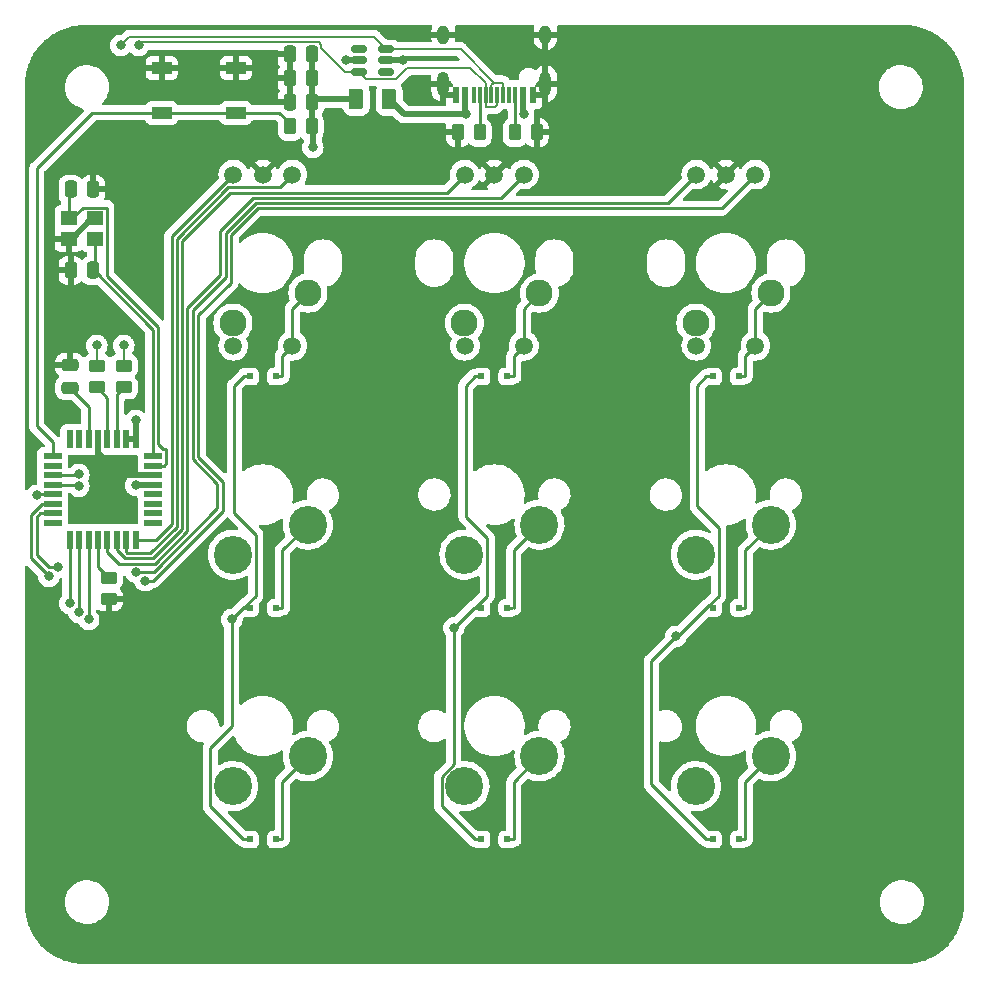
<source format=gbl>
G04 #@! TF.GenerationSoftware,KiCad,Pcbnew,(6.0.1)*
G04 #@! TF.CreationDate,2022-06-28T21:47:16+02:00*
G04 #@! TF.ProjectId,RecyclingPad_embedded,52656379-636c-4696-9e67-5061645f656d,rev?*
G04 #@! TF.SameCoordinates,Original*
G04 #@! TF.FileFunction,Copper,L2,Bot*
G04 #@! TF.FilePolarity,Positive*
%FSLAX46Y46*%
G04 Gerber Fmt 4.6, Leading zero omitted, Abs format (unit mm)*
G04 Created by KiCad (PCBNEW (6.0.1)) date 2022-06-28 21:47:16*
%MOMM*%
%LPD*%
G01*
G04 APERTURE LIST*
G04 Aperture macros list*
%AMRoundRect*
0 Rectangle with rounded corners*
0 $1 Rounding radius*
0 $2 $3 $4 $5 $6 $7 $8 $9 X,Y pos of 4 corners*
0 Add a 4 corners polygon primitive as box body*
4,1,4,$2,$3,$4,$5,$6,$7,$8,$9,$2,$3,0*
0 Add four circle primitives for the rounded corners*
1,1,$1+$1,$2,$3*
1,1,$1+$1,$4,$5*
1,1,$1+$1,$6,$7*
1,1,$1+$1,$8,$9*
0 Add four rect primitives between the rounded corners*
20,1,$1+$1,$2,$3,$4,$5,0*
20,1,$1+$1,$4,$5,$6,$7,0*
20,1,$1+$1,$6,$7,$8,$9,0*
20,1,$1+$1,$8,$9,$2,$3,0*%
G04 Aperture macros list end*
G04 #@! TA.AperFunction,SMDPad,CuDef*
%ADD10R,0.500000X0.500000*%
G04 #@! TD*
G04 #@! TA.AperFunction,ComponentPad*
%ADD11C,1.500000*%
G04 #@! TD*
G04 #@! TA.AperFunction,ComponentPad*
%ADD12C,2.286000*%
G04 #@! TD*
G04 #@! TA.AperFunction,ComponentPad*
%ADD13C,3.225800*%
G04 #@! TD*
G04 #@! TA.AperFunction,SMDPad,CuDef*
%ADD14R,0.600000X1.450000*%
G04 #@! TD*
G04 #@! TA.AperFunction,SMDPad,CuDef*
%ADD15R,0.300000X1.450000*%
G04 #@! TD*
G04 #@! TA.AperFunction,ComponentPad*
%ADD16O,1.000000X1.600000*%
G04 #@! TD*
G04 #@! TA.AperFunction,ComponentPad*
%ADD17O,1.000000X2.100000*%
G04 #@! TD*
G04 #@! TA.AperFunction,SMDPad,CuDef*
%ADD18RoundRect,0.150000X0.512500X0.150000X-0.512500X0.150000X-0.512500X-0.150000X0.512500X-0.150000X0*%
G04 #@! TD*
G04 #@! TA.AperFunction,SMDPad,CuDef*
%ADD19RoundRect,0.250000X-0.262500X-0.450000X0.262500X-0.450000X0.262500X0.450000X-0.262500X0.450000X0*%
G04 #@! TD*
G04 #@! TA.AperFunction,SMDPad,CuDef*
%ADD20R,1.400000X1.200000*%
G04 #@! TD*
G04 #@! TA.AperFunction,SMDPad,CuDef*
%ADD21RoundRect,0.250000X0.250000X0.475000X-0.250000X0.475000X-0.250000X-0.475000X0.250000X-0.475000X0*%
G04 #@! TD*
G04 #@! TA.AperFunction,SMDPad,CuDef*
%ADD22RoundRect,0.250000X0.262500X0.450000X-0.262500X0.450000X-0.262500X-0.450000X0.262500X-0.450000X0*%
G04 #@! TD*
G04 #@! TA.AperFunction,SMDPad,CuDef*
%ADD23RoundRect,0.250000X0.450000X-0.262500X0.450000X0.262500X-0.450000X0.262500X-0.450000X-0.262500X0*%
G04 #@! TD*
G04 #@! TA.AperFunction,SMDPad,CuDef*
%ADD24RoundRect,0.250000X0.475000X-0.250000X0.475000X0.250000X-0.475000X0.250000X-0.475000X-0.250000X0*%
G04 #@! TD*
G04 #@! TA.AperFunction,SMDPad,CuDef*
%ADD25RoundRect,0.250000X-0.375000X-0.625000X0.375000X-0.625000X0.375000X0.625000X-0.375000X0.625000X0*%
G04 #@! TD*
G04 #@! TA.AperFunction,SMDPad,CuDef*
%ADD26RoundRect,0.250000X-0.450000X0.262500X-0.450000X-0.262500X0.450000X-0.262500X0.450000X0.262500X0*%
G04 #@! TD*
G04 #@! TA.AperFunction,SMDPad,CuDef*
%ADD27R,1.700000X1.000000*%
G04 #@! TD*
G04 #@! TA.AperFunction,SMDPad,CuDef*
%ADD28RoundRect,0.250000X-0.250000X-0.475000X0.250000X-0.475000X0.250000X0.475000X-0.250000X0.475000X0*%
G04 #@! TD*
G04 #@! TA.AperFunction,SMDPad,CuDef*
%ADD29R,1.600000X0.550000*%
G04 #@! TD*
G04 #@! TA.AperFunction,SMDPad,CuDef*
%ADD30R,0.550000X1.600000*%
G04 #@! TD*
G04 #@! TA.AperFunction,ViaPad*
%ADD31C,0.800000*%
G04 #@! TD*
G04 #@! TA.AperFunction,Conductor*
%ADD32C,0.250000*%
G04 #@! TD*
G04 #@! TA.AperFunction,Conductor*
%ADD33C,0.500000*%
G04 #@! TD*
G04 #@! TA.AperFunction,Conductor*
%ADD34C,0.200000*%
G04 #@! TD*
G04 APERTURE END LIST*
D10*
X148900000Y-129200000D03*
X151100000Y-129200000D03*
X148900000Y-109600000D03*
X151100000Y-109600000D03*
X129300000Y-129200000D03*
X131500000Y-129200000D03*
X129300000Y-109600000D03*
X131500000Y-109600000D03*
X148900000Y-90000000D03*
X151100000Y-90000000D03*
X129300000Y-90000000D03*
X131500000Y-90000000D03*
X168500000Y-90000000D03*
X170700000Y-90000000D03*
X168500000Y-129200000D03*
X170700000Y-129200000D03*
X168500000Y-109600000D03*
X170700000Y-109600000D03*
D11*
X172100000Y-72900000D03*
X167100000Y-72900000D03*
X169600000Y-72900000D03*
X172100000Y-87400000D03*
X167100000Y-87400000D03*
D12*
X173410000Y-82940000D03*
X167060000Y-85480000D03*
D11*
X132900000Y-72900000D03*
X127900000Y-72900000D03*
X130400000Y-72900000D03*
X132900000Y-87400000D03*
X127900000Y-87400000D03*
D12*
X134210000Y-82940000D03*
X127860000Y-85480000D03*
D11*
X152500000Y-72900000D03*
X147500000Y-72900000D03*
X150000000Y-72900000D03*
X152500000Y-87400000D03*
X147500000Y-87400000D03*
D12*
X153810000Y-82940000D03*
X147460000Y-85480000D03*
D13*
X134210000Y-102540000D03*
X127860000Y-105080000D03*
X134210000Y-122140000D03*
X127860000Y-124680000D03*
X173410000Y-122140000D03*
X167060000Y-124680000D03*
X173410000Y-102540000D03*
X167060000Y-105080000D03*
X153810000Y-102540000D03*
X147460000Y-105080000D03*
X153810000Y-122140000D03*
X147460000Y-124680000D03*
D14*
X146750000Y-66145000D03*
X147550000Y-66145000D03*
D15*
X148750000Y-66145000D03*
X149750000Y-66145000D03*
X150250000Y-66145000D03*
X151250000Y-66145000D03*
D14*
X152450000Y-66145000D03*
X153250000Y-66145000D03*
X153250000Y-66145000D03*
X152450000Y-66145000D03*
D15*
X151750000Y-66145000D03*
X150750000Y-66145000D03*
X149250000Y-66145000D03*
X148250000Y-66145000D03*
D14*
X147550000Y-66145000D03*
X146750000Y-66145000D03*
D16*
X154320000Y-61050000D03*
D17*
X154320000Y-65230000D03*
D16*
X145680000Y-61050000D03*
D17*
X145680000Y-65230000D03*
D18*
X140837500Y-62296000D03*
X140837500Y-63246000D03*
X140837500Y-64196000D03*
X138562500Y-64196000D03*
X138562500Y-63246000D03*
X138562500Y-62296000D03*
D19*
X132691500Y-68834000D03*
X134516500Y-68834000D03*
D20*
X116162000Y-78320000D03*
X113962000Y-78320000D03*
X113962000Y-76620000D03*
X116162000Y-76620000D03*
D21*
X134554000Y-62738000D03*
X132654000Y-62738000D03*
D19*
X146915500Y-69342000D03*
X148740500Y-69342000D03*
D22*
X153566500Y-69342000D03*
X151741500Y-69342000D03*
D23*
X117348000Y-108862500D03*
X117348000Y-107037500D03*
D24*
X114046000Y-90950000D03*
X114046000Y-89050000D03*
D25*
X138300000Y-66548000D03*
X141100000Y-66548000D03*
D26*
X118618000Y-89087500D03*
X118618000Y-90912500D03*
D27*
X121818000Y-63886000D03*
X128118000Y-63886000D03*
X128118000Y-67686000D03*
X121818000Y-67686000D03*
D26*
X116332000Y-89087500D03*
X116332000Y-90912500D03*
D21*
X134554000Y-64770000D03*
X132654000Y-64770000D03*
X134554000Y-66802000D03*
X132654000Y-66802000D03*
X116012000Y-81026000D03*
X114112000Y-81026000D03*
D28*
X114112000Y-74168000D03*
X116012000Y-74168000D03*
D29*
X121090000Y-96768000D03*
X121090000Y-97568000D03*
X121090000Y-98368000D03*
X121090000Y-99168000D03*
X121090000Y-99968000D03*
X121090000Y-100768000D03*
X121090000Y-101568000D03*
X121090000Y-102368000D03*
D30*
X119640000Y-103818000D03*
X118840000Y-103818000D03*
X118040000Y-103818000D03*
X117240000Y-103818000D03*
X116440000Y-103818000D03*
X115640000Y-103818000D03*
X114840000Y-103818000D03*
X114040000Y-103818000D03*
D29*
X112590000Y-102368000D03*
X112590000Y-101568000D03*
X112590000Y-100768000D03*
X112590000Y-99968000D03*
X112590000Y-99168000D03*
X112590000Y-98368000D03*
X112590000Y-97568000D03*
X112590000Y-96768000D03*
D30*
X114040000Y-95318000D03*
X114840000Y-95318000D03*
X115640000Y-95318000D03*
X116440000Y-95318000D03*
X117240000Y-95318000D03*
X118040000Y-95318000D03*
X118840000Y-95318000D03*
X119640000Y-95318000D03*
D31*
X146558000Y-111289500D03*
X114808000Y-109982000D03*
X127762000Y-110565000D03*
X115645000Y-110565000D03*
X116586000Y-101600000D03*
X142240000Y-63246000D03*
X137414000Y-63246000D03*
X147574000Y-67818000D03*
X152474500Y-67818000D03*
X119634000Y-99217500D03*
X119634000Y-93726000D03*
X134620000Y-70612000D03*
X165354000Y-112014000D03*
X114046000Y-109220000D03*
X119888000Y-61976000D03*
X118618000Y-87376000D03*
X118364000Y-61976000D03*
X116332000Y-87376000D03*
X114808000Y-98298000D03*
X112268000Y-106934000D03*
X120429958Y-107290551D03*
X119634000Y-106566051D03*
X113030000Y-106172000D03*
X114808000Y-99297503D03*
X111252000Y-100076000D03*
D32*
X151100000Y-90000000D02*
X151650000Y-90000000D01*
X148350000Y-90000000D02*
X148900000Y-90000000D01*
X151100000Y-109600000D02*
X151512000Y-109600000D01*
X148350000Y-109600000D02*
X148900000Y-109600000D01*
X170700000Y-90000000D02*
X171112000Y-90000000D01*
X167950000Y-90000000D02*
X168500000Y-90000000D01*
X170700000Y-109600000D02*
X171250000Y-109600000D01*
X168366000Y-109438000D02*
X168112000Y-109438000D01*
X168500000Y-109572000D02*
X168366000Y-109438000D01*
X170700000Y-129200000D02*
X171250000Y-129200000D01*
X167950000Y-129200000D02*
X168500000Y-129200000D01*
X151100000Y-129200000D02*
X151650000Y-129200000D01*
X148900000Y-129200000D02*
X148350000Y-129200000D01*
X131500000Y-129200000D02*
X132050000Y-129200000D01*
X128750000Y-129200000D02*
X129300000Y-129200000D01*
X131500000Y-109600000D02*
X132050000Y-109600000D01*
X128750000Y-109600000D02*
X129300000Y-109600000D01*
X131936000Y-90000000D02*
X132050000Y-89886000D01*
X131500000Y-90000000D02*
X131936000Y-90000000D01*
X132050000Y-89886000D02*
X132050000Y-88250000D01*
X132050000Y-90000000D02*
X132050000Y-89886000D01*
X129797411Y-103381411D02*
X129797411Y-108552589D01*
X129797411Y-108552589D02*
X128750000Y-109600000D01*
X127980779Y-90769221D02*
X127980779Y-101564779D01*
X127980779Y-101564779D02*
X129797411Y-103381411D01*
X129300000Y-89930000D02*
X128820000Y-89930000D01*
X128820000Y-89930000D02*
X127980779Y-90769221D01*
X171250000Y-90000000D02*
X171250000Y-89862000D01*
X167180779Y-90769221D02*
X167950000Y-90000000D01*
X167180779Y-101002075D02*
X167180779Y-90769221D01*
X168997411Y-102818707D02*
X167180779Y-101002075D01*
X128750000Y-129200000D02*
X125922589Y-126372589D01*
X125922589Y-126372589D02*
X125922589Y-121473411D01*
X125922589Y-121473411D02*
X127762000Y-119634000D01*
X147580779Y-90769221D02*
X148350000Y-90000000D01*
X145522589Y-126372589D02*
X148350000Y-129200000D01*
X147580779Y-101860779D02*
X147580779Y-90769221D01*
X163292039Y-124542039D02*
X167950000Y-129200000D01*
X163292039Y-114075961D02*
X163292039Y-124542039D01*
X165354000Y-112014000D02*
X163292039Y-114075961D01*
X132050000Y-109600000D02*
X132050000Y-104700000D01*
X132050000Y-129200000D02*
X132050000Y-124300000D01*
X132050000Y-124300000D02*
X134210000Y-122140000D01*
X151650000Y-90000000D02*
X151650000Y-88250000D01*
X151650000Y-88250000D02*
X152500000Y-87400000D01*
X151650000Y-109600000D02*
X151650000Y-104700000D01*
X151650000Y-104700000D02*
X153810000Y-102540000D01*
X151650000Y-129200000D02*
X151650000Y-124300000D01*
X171250000Y-109600000D02*
X171250000Y-104700000D01*
X171250000Y-104700000D02*
X173410000Y-102540000D01*
X171250000Y-129200000D02*
X171250000Y-124300000D01*
X171250000Y-124300000D02*
X173410000Y-122140000D01*
X171112000Y-90000000D02*
X171250000Y-89862000D01*
X171250000Y-89862000D02*
X171250000Y-88250000D01*
X168997411Y-108552589D02*
X168997411Y-102818707D01*
X127762000Y-119634000D02*
X127762000Y-110565000D01*
X149397411Y-103677411D02*
X147580779Y-101860779D01*
X149397411Y-108552589D02*
X149397411Y-103677411D01*
X148350000Y-109600000D02*
X149397411Y-108552589D01*
X145522589Y-123877497D02*
X145522589Y-126372589D01*
X146558000Y-122842086D02*
X145522589Y-123877497D01*
X132050000Y-104700000D02*
X134210000Y-102540000D01*
X171250000Y-88250000D02*
X172100000Y-87400000D01*
X151650000Y-124300000D02*
X153810000Y-122140000D01*
X132050000Y-88250000D02*
X132900000Y-87400000D01*
X168112000Y-109438000D02*
X168997411Y-108552589D01*
X146558000Y-111289500D02*
X146558000Y-122842086D01*
X148350000Y-109600000D02*
X148247500Y-109600000D01*
X148247500Y-109600000D02*
X146558000Y-111289500D01*
X128727000Y-109600000D02*
X127762000Y-110565000D01*
X114808000Y-109982000D02*
X114840000Y-109950000D01*
X114840000Y-109950000D02*
X114840000Y-103818000D01*
X115645000Y-110565000D02*
X115640000Y-110560000D01*
X115640000Y-110560000D02*
X115640000Y-103818000D01*
X165536000Y-112014000D02*
X168112000Y-109438000D01*
X165354000Y-112014000D02*
X165536000Y-112014000D01*
D33*
X118315978Y-98368000D02*
X116440000Y-96492022D01*
X115912000Y-76620000D02*
X114212000Y-78320000D01*
X140837500Y-63246000D02*
X142240000Y-63246000D01*
X121090000Y-98368000D02*
X118315978Y-98368000D01*
X116440000Y-96492022D02*
X116440000Y-95318000D01*
D32*
X152450000Y-67793500D02*
X152474500Y-67818000D01*
X147550000Y-67794000D02*
X147574000Y-67818000D01*
D33*
X138562500Y-63246000D02*
X137414000Y-63246000D01*
X152450000Y-66145000D02*
X152450000Y-67793500D01*
X147550000Y-66145000D02*
X147550000Y-67794000D01*
X147574000Y-67818000D02*
X142370000Y-67818000D01*
X142370000Y-67818000D02*
X141100000Y-66548000D01*
X134554000Y-66548000D02*
X134554000Y-62484000D01*
X138300000Y-66548000D02*
X134554000Y-66548000D01*
X134516500Y-68580000D02*
X134516500Y-66585500D01*
X134620000Y-70612000D02*
X134620000Y-68683500D01*
X121090000Y-99168000D02*
X119683500Y-99168000D01*
X119640000Y-93732000D02*
X119634000Y-93726000D01*
X119604000Y-95282000D02*
X119640000Y-95318000D01*
X119683500Y-99168000D02*
X119634000Y-99217500D01*
X118840000Y-95282000D02*
X119604000Y-95282000D01*
X119640000Y-95318000D02*
X119640000Y-93732000D01*
D32*
X116162000Y-78320000D02*
X116162000Y-80876000D01*
X116078000Y-81026000D02*
X121090000Y-86038000D01*
X121090000Y-86038000D02*
X121090000Y-96768000D01*
X117186511Y-81498793D02*
X121539520Y-85851803D01*
X113962000Y-74318000D02*
X113962000Y-76620000D01*
X117186511Y-75695489D02*
X117186511Y-81498793D01*
X122214511Y-97367511D02*
X122014022Y-97568000D01*
X115135533Y-75695489D02*
X117186511Y-75695489D01*
X122214511Y-97367511D02*
X122214511Y-96168489D01*
X121950009Y-96168489D02*
X121539520Y-95758000D01*
X114211022Y-76620000D02*
X115135533Y-75695489D01*
X122014022Y-97568000D02*
X121090000Y-97568000D01*
X121539520Y-85851803D02*
X121539520Y-95758000D01*
X122214511Y-96168489D02*
X121950009Y-96168489D01*
X115640000Y-92544000D02*
X114046000Y-90950000D01*
X115640000Y-95318000D02*
X115640000Y-92544000D01*
X114040000Y-109214000D02*
X114040000Y-103818000D01*
X114046000Y-109220000D02*
X114040000Y-109214000D01*
D34*
X119888000Y-61976000D02*
X120150520Y-61713480D01*
X135353520Y-61947520D02*
X135353520Y-62174779D01*
X150086000Y-67169511D02*
X150250000Y-67005511D01*
X149250000Y-66145000D02*
X149250000Y-67119022D01*
X149250000Y-67119022D02*
X149300489Y-67169511D01*
X137374741Y-64196000D02*
X138562500Y-64196000D01*
X118618000Y-89087500D02*
X118618000Y-87376000D01*
X149250000Y-65170978D02*
X147959502Y-63880480D01*
X147959502Y-63880480D02*
X142621520Y-63880480D01*
X149250000Y-66145000D02*
X149250000Y-65170978D01*
X135119480Y-61713480D02*
X135353520Y-61947520D01*
X135353520Y-62174779D02*
X137374741Y-64196000D01*
X139162020Y-64795520D02*
X138562500Y-64196000D01*
X120150520Y-61713480D02*
X135119480Y-61713480D01*
X149300489Y-67169511D02*
X150086000Y-67169511D01*
X142621520Y-63880480D02*
X141706480Y-64795520D01*
X150250000Y-67005511D02*
X150250000Y-66145000D01*
X141706480Y-64795520D02*
X139162020Y-64795520D01*
D32*
X118040000Y-95318000D02*
X118040000Y-91490500D01*
X118040000Y-91490500D02*
X118618000Y-90912500D01*
D34*
X116332000Y-89087500D02*
X116332000Y-87376000D01*
X150750000Y-65170978D02*
X150699511Y-65120489D01*
X149958000Y-65120489D02*
X147133511Y-62296000D01*
X147133511Y-62296000D02*
X140837500Y-62296000D01*
X149958000Y-65120489D02*
X149750000Y-65328489D01*
X139817989Y-61276489D02*
X140837500Y-62296000D01*
X150699511Y-65120489D02*
X149958000Y-65120489D01*
X118364000Y-61976000D02*
X119063511Y-61276489D01*
X150750000Y-66145000D02*
X150750000Y-65170978D01*
X119063511Y-61276489D02*
X139817989Y-61276489D01*
X149750000Y-65328489D02*
X149750000Y-66145000D01*
D32*
X117240000Y-91820500D02*
X116332000Y-90912500D01*
X117240000Y-95318000D02*
X117240000Y-91820500D01*
X121818000Y-67686000D02*
X115956000Y-67686000D01*
X111252000Y-72390000D02*
X111252000Y-94234000D01*
X111252000Y-94234000D02*
X112590000Y-95572000D01*
X112590000Y-95572000D02*
X112590000Y-96768000D01*
X128118000Y-67686000D02*
X121818000Y-67686000D01*
X115956000Y-67686000D02*
X111252000Y-72390000D01*
X132691500Y-68580000D02*
X131797500Y-67686000D01*
X131797500Y-67686000D02*
X128118000Y-67686000D01*
X148750000Y-66145000D02*
X148750000Y-69332500D01*
X151750000Y-66145000D02*
X151750000Y-69333500D01*
X116440000Y-106129500D02*
X117348000Y-107037500D01*
X116440000Y-103818000D02*
X116440000Y-106129500D01*
X150526449Y-74873551D02*
X152500000Y-72900000D01*
X118213551Y-105841551D02*
X121247624Y-105841551D01*
X129596449Y-74873551D02*
X150526449Y-74873551D01*
X124012591Y-84192695D02*
X126794520Y-81410766D01*
X117240000Y-103818000D02*
X117240000Y-104868000D01*
X124012591Y-103076583D02*
X124012591Y-84192695D01*
X117240000Y-104868000D02*
X118213551Y-105841551D01*
X126794520Y-77675480D02*
X129540000Y-74930000D01*
X121247624Y-105841551D02*
X124012591Y-103076583D01*
X126794520Y-81410766D02*
X126794520Y-77675480D01*
X118040000Y-103818000D02*
X118040000Y-104703718D01*
X127647405Y-74424031D02*
X145975969Y-74424031D01*
X123563071Y-78508365D02*
X127647405Y-74424031D01*
X118728313Y-105392031D02*
X121061426Y-105392031D01*
X118040000Y-104703718D02*
X118728313Y-105392031D01*
X121061426Y-105392031D02*
X123563071Y-102890386D01*
X123563071Y-102890386D02*
X123563071Y-78508365D01*
X145975969Y-74424031D02*
X147500000Y-72900000D01*
X112590000Y-98368000D02*
X114738000Y-98368000D01*
X114738000Y-98368000D02*
X114808000Y-98298000D01*
X127461207Y-73974511D02*
X131825489Y-73974511D01*
X118914511Y-104942511D02*
X120875229Y-104942511D01*
X131825489Y-73974511D02*
X132900000Y-72900000D01*
X123113551Y-78322167D02*
X127461207Y-73974511D01*
X120875229Y-104942511D02*
X123113551Y-102704189D01*
X118840000Y-103818000D02*
X118840000Y-104868000D01*
X118840000Y-104868000D02*
X118914511Y-104942511D01*
X123113551Y-102704189D02*
X123113551Y-78322167D01*
X122664031Y-102517991D02*
X122664031Y-78135969D01*
X122664031Y-78135969D02*
X127900000Y-72900000D01*
X121364022Y-103818000D02*
X122664031Y-102517991D01*
X119640000Y-103818000D02*
X121364022Y-103818000D01*
X121070058Y-107290551D02*
X127000000Y-101360609D01*
X124911631Y-96841803D02*
X124911631Y-84836000D01*
X110744000Y-105410000D02*
X112268000Y-106934000D01*
X124911631Y-84836000D02*
X127703520Y-82044111D01*
X127000000Y-98930172D02*
X124911631Y-96841803D01*
X120429958Y-107290551D02*
X121070058Y-107290551D01*
X129968845Y-75772591D02*
X169227409Y-75772591D01*
X127703520Y-78037916D02*
X129968845Y-75772591D01*
X127000000Y-101360609D02*
X127000000Y-98930172D01*
X111704283Y-100768000D02*
X110744000Y-101728283D01*
X112590000Y-100768000D02*
X111704283Y-100768000D01*
X110744000Y-101728283D02*
X110744000Y-105410000D01*
X127703520Y-82044111D02*
X127703520Y-78037916D01*
X169227409Y-75772591D02*
X172100000Y-72900000D01*
X112268000Y-106172000D02*
X113030000Y-106172000D01*
X124462111Y-84378893D02*
X127254000Y-81587004D01*
X121158841Y-106566051D02*
X126547961Y-101176931D01*
X164676929Y-75323071D02*
X167100000Y-72900000D01*
X111252000Y-101856000D02*
X111252000Y-105156000D01*
X111252000Y-105156000D02*
X112268000Y-106172000D01*
X124462111Y-97028000D02*
X124462111Y-84378893D01*
X119634000Y-106566051D02*
X121158841Y-106566051D01*
X126547961Y-99113850D02*
X124462111Y-97028000D01*
X127254000Y-81587004D02*
X127254000Y-77851718D01*
X127254000Y-77851718D02*
X129782647Y-75323071D01*
X112590000Y-101568000D02*
X111540000Y-101568000D01*
X126547961Y-101176931D02*
X126547961Y-99113850D01*
X111540000Y-101568000D02*
X111252000Y-101856000D01*
X129782647Y-75323071D02*
X164676929Y-75323071D01*
X112590000Y-99168000D02*
X114678497Y-99168000D01*
X114678497Y-99168000D02*
X114808000Y-99297503D01*
X111360000Y-99968000D02*
X111252000Y-100076000D01*
X112590000Y-99968000D02*
X111360000Y-99968000D01*
X172100000Y-87400000D02*
X172100000Y-84250000D01*
X172100000Y-84250000D02*
X173410000Y-82940000D01*
X152500000Y-84250000D02*
X153810000Y-82940000D01*
X152500000Y-87400000D02*
X152500000Y-84250000D01*
X132900000Y-87400000D02*
X132900000Y-84250000D01*
X132900000Y-84250000D02*
X134210000Y-82940000D01*
G04 #@! TA.AperFunction,Conductor*
G36*
X144674488Y-60278006D02*
G01*
X144720981Y-60331662D01*
X144731085Y-60401936D01*
X144726469Y-60422102D01*
X144691120Y-60533538D01*
X144688570Y-60545532D01*
X144672393Y-60689761D01*
X144672000Y-60696785D01*
X144672000Y-60777885D01*
X144676475Y-60793124D01*
X144677865Y-60794329D01*
X144685548Y-60796000D01*
X146669885Y-60796000D01*
X146685124Y-60791525D01*
X146686329Y-60790135D01*
X146688000Y-60782452D01*
X146688000Y-60703343D01*
X146687699Y-60697195D01*
X146674188Y-60559397D01*
X146671806Y-60547365D01*
X146633479Y-60420423D01*
X146632938Y-60349428D01*
X146670865Y-60289411D01*
X146735219Y-60259427D01*
X146754101Y-60258004D01*
X153246367Y-60258004D01*
X153314488Y-60278006D01*
X153360981Y-60331662D01*
X153371085Y-60401936D01*
X153366469Y-60422102D01*
X153331120Y-60533538D01*
X153328570Y-60545532D01*
X153312393Y-60689761D01*
X153312000Y-60696785D01*
X153312000Y-60777885D01*
X153316475Y-60793124D01*
X153317865Y-60794329D01*
X153325548Y-60796000D01*
X155309885Y-60796000D01*
X155325124Y-60791525D01*
X155326329Y-60790135D01*
X155328000Y-60782452D01*
X155328000Y-60703343D01*
X155327699Y-60697195D01*
X155314188Y-60559397D01*
X155311806Y-60547365D01*
X155273479Y-60420423D01*
X155272938Y-60349428D01*
X155310865Y-60289411D01*
X155375219Y-60259427D01*
X155394101Y-60258004D01*
X184742164Y-60258004D01*
X184745287Y-60258043D01*
X184994451Y-60264219D01*
X185000644Y-60264525D01*
X185216756Y-60280604D01*
X185240318Y-60282357D01*
X185246503Y-60282971D01*
X185484101Y-60312485D01*
X185490203Y-60313395D01*
X185594894Y-60331662D01*
X185725364Y-60354427D01*
X185731421Y-60355638D01*
X185963754Y-60408026D01*
X185969724Y-60409526D01*
X186198843Y-60473107D01*
X186204701Y-60474888D01*
X186430199Y-60549497D01*
X186435944Y-60551554D01*
X186657443Y-60637037D01*
X186663100Y-60639380D01*
X186880132Y-60735541D01*
X186885685Y-60738166D01*
X186909205Y-60749991D01*
X187097861Y-60844844D01*
X187103289Y-60847741D01*
X187310254Y-60964791D01*
X187315542Y-60967955D01*
X187341392Y-60984292D01*
X187516856Y-61095186D01*
X187521977Y-61098600D01*
X187691062Y-61217445D01*
X187717286Y-61235877D01*
X187722264Y-61239562D01*
X187911160Y-61386714D01*
X187915944Y-61390635D01*
X188083103Y-61534643D01*
X188098003Y-61547479D01*
X188102624Y-61551663D01*
X188237439Y-61679956D01*
X188244145Y-61687044D01*
X188248248Y-61693547D01*
X188282514Y-61723810D01*
X188290370Y-61731379D01*
X188448344Y-61897383D01*
X188452529Y-61902004D01*
X188609364Y-62084054D01*
X188613300Y-62088858D01*
X188648742Y-62134354D01*
X188760441Y-62277739D01*
X188764126Y-62282717D01*
X188766623Y-62286269D01*
X188901407Y-62478032D01*
X188904813Y-62483140D01*
X188963791Y-62576459D01*
X189032050Y-62684464D01*
X189035214Y-62689752D01*
X189152253Y-62896697D01*
X189155151Y-62902125D01*
X189261840Y-63114325D01*
X189264466Y-63119882D01*
X189294302Y-63187220D01*
X189359565Y-63334514D01*
X189360625Y-63336907D01*
X189362969Y-63342567D01*
X189398503Y-63434643D01*
X189448431Y-63564016D01*
X189450503Y-63569801D01*
X189520846Y-63782399D01*
X189525104Y-63795269D01*
X189526892Y-63801152D01*
X189590474Y-64030268D01*
X189590475Y-64030273D01*
X189591977Y-64036250D01*
X189644360Y-64268561D01*
X189645571Y-64274618D01*
X189686606Y-64509795D01*
X189687520Y-64515921D01*
X189716199Y-64746802D01*
X189717029Y-64753486D01*
X189717642Y-64759662D01*
X189735227Y-64996002D01*
X189735474Y-64999324D01*
X189735781Y-65005534D01*
X189739091Y-65139058D01*
X189741877Y-65251451D01*
X189741914Y-65255343D01*
X189741545Y-65315720D01*
X189741521Y-65319656D01*
X189741905Y-65321000D01*
X189741997Y-65322345D01*
X189741997Y-134742164D01*
X189741958Y-134745286D01*
X189735850Y-134991720D01*
X189735782Y-134994445D01*
X189735475Y-135000655D01*
X189717643Y-135240327D01*
X189717030Y-135246497D01*
X189707561Y-135322733D01*
X189687519Y-135484084D01*
X189686605Y-135490210D01*
X189645574Y-135725364D01*
X189644363Y-135731421D01*
X189591975Y-135963755D01*
X189590475Y-135969725D01*
X189565621Y-136059286D01*
X189526893Y-136198845D01*
X189525103Y-136204732D01*
X189450508Y-136430183D01*
X189448436Y-136435969D01*
X189362972Y-136657426D01*
X189360628Y-136663086D01*
X189264463Y-136880126D01*
X189261836Y-136885683D01*
X189155156Y-137097863D01*
X189152262Y-137103286D01*
X189043468Y-137295655D01*
X189035221Y-137310237D01*
X189032057Y-137315525D01*
X188904812Y-137516863D01*
X188901394Y-137521990D01*
X188838821Y-137611015D01*
X188764118Y-137717297D01*
X188760433Y-137722275D01*
X188613305Y-137911139D01*
X188609367Y-137915944D01*
X188452524Y-138098005D01*
X188448348Y-138102617D01*
X188293008Y-138265854D01*
X188283995Y-138274432D01*
X188252341Y-138301707D01*
X188247458Y-138309241D01*
X188244771Y-138312321D01*
X188236681Y-138320769D01*
X188102605Y-138448359D01*
X188097983Y-138452544D01*
X187915959Y-138609355D01*
X187911154Y-138613293D01*
X187722264Y-138760441D01*
X187717286Y-138764126D01*
X187521990Y-138901394D01*
X187516850Y-138904821D01*
X187315549Y-139032043D01*
X187310261Y-139035207D01*
X187103286Y-139152262D01*
X187097858Y-139155159D01*
X187036121Y-139186199D01*
X186949589Y-139229706D01*
X186885692Y-139261832D01*
X186880140Y-139264457D01*
X186663073Y-139360634D01*
X186657430Y-139362971D01*
X186567953Y-139397502D01*
X186435977Y-139448434D01*
X186430191Y-139450506D01*
X186204698Y-139525114D01*
X186198847Y-139526893D01*
X185969725Y-139590475D01*
X185963755Y-139591975D01*
X185731421Y-139644363D01*
X185725364Y-139645574D01*
X185617776Y-139664346D01*
X185490197Y-139686607D01*
X185484095Y-139687517D01*
X185280588Y-139712796D01*
X185246510Y-139717029D01*
X185240327Y-139717643D01*
X185214487Y-139719566D01*
X185000659Y-139735475D01*
X184994466Y-139735781D01*
X184750297Y-139741834D01*
X184745279Y-139741958D01*
X184742157Y-139741997D01*
X115257837Y-139741997D01*
X115254715Y-139741958D01*
X115250472Y-139741853D01*
X115005537Y-139735781D01*
X114999344Y-139735475D01*
X114759665Y-139717642D01*
X114753502Y-139717030D01*
X114559740Y-139692963D01*
X114515915Y-139687519D01*
X114509789Y-139686605D01*
X114274635Y-139645574D01*
X114268578Y-139644363D01*
X114036244Y-139591975D01*
X114030274Y-139590475D01*
X113801137Y-139526888D01*
X113795282Y-139525108D01*
X113569807Y-139450506D01*
X113564021Y-139448434D01*
X113432047Y-139397502D01*
X113342575Y-139362973D01*
X113336901Y-139360622D01*
X113119891Y-139264469D01*
X113114334Y-139261844D01*
X112902116Y-139155146D01*
X112896688Y-139152248D01*
X112689747Y-139035211D01*
X112684459Y-139032047D01*
X112646108Y-139007809D01*
X112483137Y-138904811D01*
X112478027Y-138901404D01*
X112282718Y-138764127D01*
X112277740Y-138760442D01*
X112241800Y-138732445D01*
X112088847Y-138613293D01*
X112084086Y-138609392D01*
X111902001Y-138452525D01*
X111897381Y-138448341D01*
X111762561Y-138320044D01*
X111755859Y-138312960D01*
X111751756Y-138306457D01*
X111717489Y-138276193D01*
X111709637Y-138268628D01*
X111551650Y-138102610D01*
X111547475Y-138098000D01*
X111515720Y-138061139D01*
X111390635Y-137915944D01*
X111386700Y-137911142D01*
X111239562Y-137722264D01*
X111235877Y-137717286D01*
X111153915Y-137600676D01*
X111098598Y-137521975D01*
X111095190Y-137516863D01*
X110967960Y-137315551D01*
X110964796Y-137310263D01*
X110847740Y-137103286D01*
X110844843Y-137097858D01*
X110738170Y-136885692D01*
X110735543Y-136880135D01*
X110705698Y-136812775D01*
X110639380Y-136663099D01*
X110637031Y-136657428D01*
X110575266Y-136497384D01*
X110551561Y-136435962D01*
X110549495Y-136430190D01*
X110474887Y-136204698D01*
X110473102Y-136198827D01*
X110446058Y-136101369D01*
X110409526Y-135969725D01*
X110408026Y-135963755D01*
X110355638Y-135731421D01*
X110354427Y-135725364D01*
X110313396Y-135490211D01*
X110312482Y-135484085D01*
X110282971Y-135246504D01*
X110282357Y-135240320D01*
X110270982Y-135087421D01*
X110264526Y-135000646D01*
X110264220Y-134994457D01*
X110258124Y-134748549D01*
X110258087Y-134744657D01*
X110258456Y-134684281D01*
X110258456Y-134684280D01*
X110258480Y-134680345D01*
X110258096Y-134679001D01*
X110258004Y-134677656D01*
X110258004Y-134542277D01*
X113637009Y-134542277D01*
X113662625Y-134810769D01*
X113663710Y-134815203D01*
X113663711Y-134815209D01*
X113708334Y-134997567D01*
X113726731Y-135072750D01*
X113827985Y-135322733D01*
X113964265Y-135555482D01*
X114060848Y-135676253D01*
X114084686Y-135706060D01*
X114132716Y-135766119D01*
X114329809Y-135950234D01*
X114551416Y-136103968D01*
X114555499Y-136105999D01*
X114555502Y-136106001D01*
X114671013Y-136163466D01*
X114792894Y-136224101D01*
X114797228Y-136225522D01*
X114797231Y-136225523D01*
X115044853Y-136306698D01*
X115044859Y-136306699D01*
X115049186Y-136308118D01*
X115053677Y-136308898D01*
X115053678Y-136308898D01*
X115311140Y-136353601D01*
X115311148Y-136353602D01*
X115314921Y-136354257D01*
X115318758Y-136354448D01*
X115398578Y-136358422D01*
X115398586Y-136358422D01*
X115400149Y-136358500D01*
X115568512Y-136358500D01*
X115570780Y-136358335D01*
X115570792Y-136358335D01*
X115701884Y-136348823D01*
X115769004Y-136343953D01*
X115773459Y-136342969D01*
X115773462Y-136342969D01*
X116027912Y-136286791D01*
X116027916Y-136286790D01*
X116032372Y-136285806D01*
X116158694Y-136237947D01*
X116280318Y-136191868D01*
X116280321Y-136191867D01*
X116284588Y-136190250D01*
X116520368Y-136059286D01*
X116734773Y-135895657D01*
X116923312Y-135702792D01*
X117082034Y-135484730D01*
X117156184Y-135343794D01*
X117205490Y-135250079D01*
X117205493Y-135250073D01*
X117207615Y-135246039D01*
X117270378Y-135068312D01*
X117295902Y-134996033D01*
X117295902Y-134996032D01*
X117297425Y-134991720D01*
X117344393Y-134753422D01*
X117348700Y-134731572D01*
X117348701Y-134731566D01*
X117349581Y-134727100D01*
X117349808Y-134722544D01*
X117358782Y-134542277D01*
X182637009Y-134542277D01*
X182662625Y-134810769D01*
X182663710Y-134815203D01*
X182663711Y-134815209D01*
X182708334Y-134997567D01*
X182726731Y-135072750D01*
X182827985Y-135322733D01*
X182964265Y-135555482D01*
X183060848Y-135676253D01*
X183084686Y-135706060D01*
X183132716Y-135766119D01*
X183329809Y-135950234D01*
X183551416Y-136103968D01*
X183555499Y-136105999D01*
X183555502Y-136106001D01*
X183671013Y-136163466D01*
X183792894Y-136224101D01*
X183797228Y-136225522D01*
X183797231Y-136225523D01*
X184044853Y-136306698D01*
X184044859Y-136306699D01*
X184049186Y-136308118D01*
X184053677Y-136308898D01*
X184053678Y-136308898D01*
X184311140Y-136353601D01*
X184311148Y-136353602D01*
X184314921Y-136354257D01*
X184318758Y-136354448D01*
X184398578Y-136358422D01*
X184398586Y-136358422D01*
X184400149Y-136358500D01*
X184568512Y-136358500D01*
X184570780Y-136358335D01*
X184570792Y-136358335D01*
X184701884Y-136348823D01*
X184769004Y-136343953D01*
X184773459Y-136342969D01*
X184773462Y-136342969D01*
X185027912Y-136286791D01*
X185027916Y-136286790D01*
X185032372Y-136285806D01*
X185158694Y-136237947D01*
X185280318Y-136191868D01*
X185280321Y-136191867D01*
X185284588Y-136190250D01*
X185520368Y-136059286D01*
X185734773Y-135895657D01*
X185923312Y-135702792D01*
X186082034Y-135484730D01*
X186156184Y-135343794D01*
X186205490Y-135250079D01*
X186205493Y-135250073D01*
X186207615Y-135246039D01*
X186270378Y-135068312D01*
X186295902Y-134996033D01*
X186295902Y-134996032D01*
X186297425Y-134991720D01*
X186344393Y-134753422D01*
X186348700Y-134731572D01*
X186348701Y-134731566D01*
X186349581Y-134727100D01*
X186349808Y-134722544D01*
X186362764Y-134462292D01*
X186362764Y-134462286D01*
X186362991Y-134457723D01*
X186337375Y-134189231D01*
X186292042Y-134003967D01*
X186274355Y-133931688D01*
X186273269Y-133927250D01*
X186172015Y-133677267D01*
X186035735Y-133444518D01*
X185917928Y-133297208D01*
X185870136Y-133237447D01*
X185870135Y-133237445D01*
X185867284Y-133233881D01*
X185670191Y-133049766D01*
X185448584Y-132896032D01*
X185444501Y-132894001D01*
X185444498Y-132893999D01*
X185279606Y-132811967D01*
X185207106Y-132775899D01*
X185202772Y-132774478D01*
X185202769Y-132774477D01*
X184955147Y-132693302D01*
X184955141Y-132693301D01*
X184950814Y-132691882D01*
X184946322Y-132691102D01*
X184688860Y-132646399D01*
X184688852Y-132646398D01*
X184685079Y-132645743D01*
X184673817Y-132645182D01*
X184601422Y-132641578D01*
X184601414Y-132641578D01*
X184599851Y-132641500D01*
X184431488Y-132641500D01*
X184429220Y-132641665D01*
X184429208Y-132641665D01*
X184298116Y-132651177D01*
X184230996Y-132656047D01*
X184226541Y-132657031D01*
X184226538Y-132657031D01*
X183972088Y-132713209D01*
X183972084Y-132713210D01*
X183967628Y-132714194D01*
X183841520Y-132761972D01*
X183719682Y-132808132D01*
X183719679Y-132808133D01*
X183715412Y-132809750D01*
X183479632Y-132940714D01*
X183265227Y-133104343D01*
X183076688Y-133297208D01*
X182917966Y-133515270D01*
X182915844Y-133519304D01*
X182794510Y-133749921D01*
X182794507Y-133749927D01*
X182792385Y-133753961D01*
X182790865Y-133758266D01*
X182790863Y-133758270D01*
X182704098Y-134003967D01*
X182702575Y-134008280D01*
X182650419Y-134272900D01*
X182650192Y-134277453D01*
X182650192Y-134277456D01*
X182640991Y-134462292D01*
X182637009Y-134542277D01*
X117358782Y-134542277D01*
X117362764Y-134462292D01*
X117362764Y-134462286D01*
X117362991Y-134457723D01*
X117337375Y-134189231D01*
X117292042Y-134003967D01*
X117274355Y-133931688D01*
X117273269Y-133927250D01*
X117172015Y-133677267D01*
X117035735Y-133444518D01*
X116917928Y-133297208D01*
X116870136Y-133237447D01*
X116870135Y-133237445D01*
X116867284Y-133233881D01*
X116670191Y-133049766D01*
X116448584Y-132896032D01*
X116444501Y-132894001D01*
X116444498Y-132893999D01*
X116279606Y-132811967D01*
X116207106Y-132775899D01*
X116202772Y-132774478D01*
X116202769Y-132774477D01*
X115955147Y-132693302D01*
X115955141Y-132693301D01*
X115950814Y-132691882D01*
X115946322Y-132691102D01*
X115688860Y-132646399D01*
X115688852Y-132646398D01*
X115685079Y-132645743D01*
X115673817Y-132645182D01*
X115601422Y-132641578D01*
X115601414Y-132641578D01*
X115599851Y-132641500D01*
X115431488Y-132641500D01*
X115429220Y-132641665D01*
X115429208Y-132641665D01*
X115298116Y-132651177D01*
X115230996Y-132656047D01*
X115226541Y-132657031D01*
X115226538Y-132657031D01*
X114972088Y-132713209D01*
X114972084Y-132713210D01*
X114967628Y-132714194D01*
X114841520Y-132761972D01*
X114719682Y-132808132D01*
X114719679Y-132808133D01*
X114715412Y-132809750D01*
X114479632Y-132940714D01*
X114265227Y-133104343D01*
X114076688Y-133297208D01*
X113917966Y-133515270D01*
X113915844Y-133519304D01*
X113794510Y-133749921D01*
X113794507Y-133749927D01*
X113792385Y-133753961D01*
X113790865Y-133758266D01*
X113790863Y-133758270D01*
X113704098Y-134003967D01*
X113702575Y-134008280D01*
X113650419Y-134272900D01*
X113650192Y-134277453D01*
X113650192Y-134277456D01*
X113640991Y-134462292D01*
X113637009Y-134542277D01*
X110258004Y-134542277D01*
X110258004Y-106124098D01*
X110278006Y-106055977D01*
X110331662Y-106009484D01*
X110401936Y-105999380D01*
X110466516Y-106028874D01*
X110473099Y-106035003D01*
X111320878Y-106882782D01*
X111354904Y-106945094D01*
X111357093Y-106958707D01*
X111372084Y-107101337D01*
X111374458Y-107123928D01*
X111433473Y-107305556D01*
X111528960Y-107470944D01*
X111656747Y-107612866D01*
X111811248Y-107725118D01*
X111817276Y-107727802D01*
X111817278Y-107727803D01*
X111979681Y-107800109D01*
X111985712Y-107802794D01*
X112079113Y-107822647D01*
X112166056Y-107841128D01*
X112166061Y-107841128D01*
X112172513Y-107842500D01*
X112363487Y-107842500D01*
X112369939Y-107841128D01*
X112369944Y-107841128D01*
X112456887Y-107822647D01*
X112550288Y-107802794D01*
X112556319Y-107800109D01*
X112718722Y-107727803D01*
X112718724Y-107727802D01*
X112724752Y-107725118D01*
X112879253Y-107612866D01*
X113007040Y-107470944D01*
X113102527Y-107305556D01*
X113156895Y-107138231D01*
X113196968Y-107079626D01*
X113250529Y-107053922D01*
X113254302Y-107053120D01*
X113325093Y-107058521D01*
X113381726Y-107101337D01*
X113406220Y-107167975D01*
X113406500Y-107176366D01*
X113406500Y-108524139D01*
X113386498Y-108592260D01*
X113374137Y-108608448D01*
X113306960Y-108683056D01*
X113303657Y-108688777D01*
X113257900Y-108768031D01*
X113211473Y-108848444D01*
X113152458Y-109030072D01*
X113151768Y-109036633D01*
X113151768Y-109036635D01*
X113143072Y-109119376D01*
X113132496Y-109220000D01*
X113152458Y-109409928D01*
X113211473Y-109591556D01*
X113306960Y-109756944D01*
X113311378Y-109761851D01*
X113311379Y-109761852D01*
X113427705Y-109891045D01*
X113434747Y-109898866D01*
X113589248Y-110011118D01*
X113595276Y-110013802D01*
X113595278Y-110013803D01*
X113757681Y-110086109D01*
X113763712Y-110088794D01*
X113825471Y-110101921D01*
X113887943Y-110135649D01*
X113919105Y-110186231D01*
X113973473Y-110353556D01*
X113976776Y-110359278D01*
X113976777Y-110359279D01*
X113982271Y-110368794D01*
X114068960Y-110518944D01*
X114196747Y-110660866D01*
X114295843Y-110732864D01*
X114334853Y-110761206D01*
X114351248Y-110773118D01*
X114357276Y-110775802D01*
X114357278Y-110775803D01*
X114519681Y-110848109D01*
X114525712Y-110850794D01*
X114643487Y-110875828D01*
X114706057Y-110889128D01*
X114706060Y-110889128D01*
X114712513Y-110890500D01*
X114719115Y-110890500D01*
X114724216Y-110891036D01*
X114789874Y-110918048D01*
X114820166Y-110953345D01*
X114905960Y-111101944D01*
X114910375Y-111106847D01*
X114910379Y-111106852D01*
X114943678Y-111143834D01*
X115033747Y-111243866D01*
X115130564Y-111314208D01*
X115166126Y-111340045D01*
X115188248Y-111356118D01*
X115194276Y-111358802D01*
X115194278Y-111358803D01*
X115356681Y-111431109D01*
X115362712Y-111433794D01*
X115456113Y-111453647D01*
X115543056Y-111472128D01*
X115543061Y-111472128D01*
X115549513Y-111473500D01*
X115740487Y-111473500D01*
X115746939Y-111472128D01*
X115746944Y-111472128D01*
X115833887Y-111453647D01*
X115927288Y-111433794D01*
X115933319Y-111431109D01*
X116095722Y-111358803D01*
X116095724Y-111358802D01*
X116101752Y-111356118D01*
X116123875Y-111340045D01*
X116159436Y-111314208D01*
X116256253Y-111243866D01*
X116346322Y-111143834D01*
X116379621Y-111106852D01*
X116379625Y-111106847D01*
X116384040Y-111101944D01*
X116479527Y-110936556D01*
X116538542Y-110754928D01*
X116558504Y-110565000D01*
X116551220Y-110495697D01*
X116539232Y-110381635D01*
X116539232Y-110381633D01*
X116538542Y-110375072D01*
X116479527Y-110193444D01*
X116471888Y-110180212D01*
X116426686Y-110101921D01*
X116384040Y-110028056D01*
X116305863Y-109941231D01*
X116275147Y-109877226D01*
X116273500Y-109856923D01*
X116273500Y-109856200D01*
X116293502Y-109788079D01*
X116347158Y-109741586D01*
X116417432Y-109731482D01*
X116465616Y-109748940D01*
X116569243Y-109812816D01*
X116582424Y-109818963D01*
X116736710Y-109870138D01*
X116750086Y-109873005D01*
X116844438Y-109882672D01*
X116850854Y-109883000D01*
X117075885Y-109883000D01*
X117091124Y-109878525D01*
X117092329Y-109877135D01*
X117094000Y-109869452D01*
X117094000Y-109864884D01*
X117602000Y-109864884D01*
X117606475Y-109880123D01*
X117607865Y-109881328D01*
X117615548Y-109882999D01*
X117845095Y-109882999D01*
X117851614Y-109882662D01*
X117947206Y-109872743D01*
X117960600Y-109869851D01*
X118114784Y-109818412D01*
X118127962Y-109812239D01*
X118265807Y-109726937D01*
X118277208Y-109717901D01*
X118391739Y-109603171D01*
X118400751Y-109591760D01*
X118485816Y-109453757D01*
X118491963Y-109440576D01*
X118543138Y-109286290D01*
X118546005Y-109272914D01*
X118555672Y-109178562D01*
X118556000Y-109172146D01*
X118556000Y-109134615D01*
X118551525Y-109119376D01*
X118550135Y-109118171D01*
X118542452Y-109116500D01*
X117620115Y-109116500D01*
X117604876Y-109120975D01*
X117603671Y-109122365D01*
X117602000Y-109130048D01*
X117602000Y-109864884D01*
X117094000Y-109864884D01*
X117094000Y-108734500D01*
X117114002Y-108666379D01*
X117167658Y-108619886D01*
X117220000Y-108608500D01*
X118537884Y-108608500D01*
X118553123Y-108604025D01*
X118554328Y-108602635D01*
X118555999Y-108594952D01*
X118555999Y-108552905D01*
X118555662Y-108546386D01*
X118545743Y-108450794D01*
X118542851Y-108437400D01*
X118491412Y-108283216D01*
X118485239Y-108270038D01*
X118399937Y-108132193D01*
X118390901Y-108120792D01*
X118309538Y-108039570D01*
X118275459Y-107977287D01*
X118280462Y-107906467D01*
X118309383Y-107861380D01*
X118392130Y-107778488D01*
X118392134Y-107778483D01*
X118397305Y-107773303D01*
X118407957Y-107756023D01*
X118486275Y-107628968D01*
X118486276Y-107628966D01*
X118490115Y-107622738D01*
X118545797Y-107454861D01*
X118556500Y-107350400D01*
X118556500Y-106982967D01*
X118576502Y-106914846D01*
X118630158Y-106868353D01*
X118700432Y-106858249D01*
X118765012Y-106887743D01*
X118797523Y-106931605D01*
X118799473Y-106937607D01*
X118802773Y-106943323D01*
X118802774Y-106943325D01*
X118847217Y-107020301D01*
X118894960Y-107102995D01*
X118899378Y-107107902D01*
X118899379Y-107107903D01*
X118940821Y-107153929D01*
X119022747Y-107244917D01*
X119097559Y-107299271D01*
X119163504Y-107347183D01*
X119177248Y-107357169D01*
X119183276Y-107359853D01*
X119183278Y-107359854D01*
X119345681Y-107432160D01*
X119351712Y-107434845D01*
X119445879Y-107454861D01*
X119463036Y-107458508D01*
X119525510Y-107492237D01*
X119556671Y-107542818D01*
X119595431Y-107662107D01*
X119690918Y-107827495D01*
X119695336Y-107832402D01*
X119695337Y-107832403D01*
X119764328Y-107909025D01*
X119818705Y-107969417D01*
X119973206Y-108081669D01*
X119979234Y-108084353D01*
X119979236Y-108084354D01*
X120061078Y-108120792D01*
X120147670Y-108159345D01*
X120241070Y-108179198D01*
X120328014Y-108197679D01*
X120328019Y-108197679D01*
X120334471Y-108199051D01*
X120525445Y-108199051D01*
X120531897Y-108197679D01*
X120531902Y-108197679D01*
X120618846Y-108179198D01*
X120712246Y-108159345D01*
X120798838Y-108120792D01*
X120880680Y-108084354D01*
X120880682Y-108084353D01*
X120886710Y-108081669D01*
X121041211Y-107969417D01*
X121046151Y-107963930D01*
X121046540Y-107963691D01*
X121050538Y-107960091D01*
X121051196Y-107960822D01*
X121106593Y-107926687D01*
X121135831Y-107922297D01*
X121160089Y-107921534D01*
X121162028Y-107921473D01*
X121169947Y-107921224D01*
X121189401Y-107915572D01*
X121208758Y-107911564D01*
X121220988Y-107910019D01*
X121220989Y-107910019D01*
X121228855Y-107909025D01*
X121236226Y-107906106D01*
X121236228Y-107906106D01*
X121269970Y-107892747D01*
X121281200Y-107888902D01*
X121316041Y-107878780D01*
X121316042Y-107878780D01*
X121323651Y-107876569D01*
X121330470Y-107872536D01*
X121330475Y-107872534D01*
X121341086Y-107866258D01*
X121358834Y-107857563D01*
X121377675Y-107850103D01*
X121413445Y-107824115D01*
X121423365Y-107817599D01*
X121454593Y-107799131D01*
X121454596Y-107799129D01*
X121461420Y-107795093D01*
X121475741Y-107780772D01*
X121490775Y-107767931D01*
X121500752Y-107760682D01*
X121507165Y-107756023D01*
X121535356Y-107721946D01*
X121543346Y-107713167D01*
X127299210Y-101957304D01*
X127361522Y-101923278D01*
X127432337Y-101928343D01*
X127477400Y-101957304D01*
X127490558Y-101970462D01*
X127503398Y-101985495D01*
X127515307Y-102001886D01*
X127545603Y-102026949D01*
X127549384Y-102030077D01*
X127558163Y-102038067D01*
X128289346Y-102769250D01*
X128323372Y-102831562D01*
X128318307Y-102902377D01*
X128275760Y-102959213D01*
X128209240Y-102984024D01*
X128182501Y-102983088D01*
X128015731Y-102959353D01*
X127863964Y-102958559D01*
X127730772Y-102957861D01*
X127730766Y-102957861D01*
X127726485Y-102957839D01*
X127722241Y-102958398D01*
X127722237Y-102958398D01*
X127595797Y-102975045D01*
X127439710Y-102995594D01*
X127435570Y-102996727D01*
X127435568Y-102996727D01*
X127302168Y-103033221D01*
X127160712Y-103071919D01*
X126894654Y-103185402D01*
X126782468Y-103252544D01*
X126650141Y-103331740D01*
X126650137Y-103331743D01*
X126646459Y-103333944D01*
X126420720Y-103514795D01*
X126360700Y-103578043D01*
X126264555Y-103679359D01*
X126221614Y-103724609D01*
X126052825Y-103959504D01*
X125917476Y-104215133D01*
X125916001Y-104219164D01*
X125841669Y-104422287D01*
X125818073Y-104486765D01*
X125756454Y-104769375D01*
X125733760Y-105057733D01*
X125750410Y-105346503D01*
X125751235Y-105350708D01*
X125751236Y-105350716D01*
X125773705Y-105465238D01*
X125806097Y-105630342D01*
X125899790Y-105903996D01*
X126029755Y-106162404D01*
X126032181Y-106165933D01*
X126032184Y-106165939D01*
X126143797Y-106328336D01*
X126193588Y-106400782D01*
X126388257Y-106614720D01*
X126391546Y-106617470D01*
X126606867Y-106797507D01*
X126606872Y-106797511D01*
X126610159Y-106800259D01*
X126671390Y-106838669D01*
X126851548Y-106951683D01*
X126851552Y-106951685D01*
X126855188Y-106953966D01*
X127118811Y-107072996D01*
X127122931Y-107074216D01*
X127122930Y-107074216D01*
X127392037Y-107153929D01*
X127392041Y-107153930D01*
X127396150Y-107155147D01*
X127400388Y-107155795D01*
X127400390Y-107155796D01*
X127646982Y-107193531D01*
X127682071Y-107198900D01*
X127829358Y-107201214D01*
X127966994Y-107203376D01*
X127967000Y-107203376D01*
X127971285Y-107203443D01*
X128258440Y-107168693D01*
X128538221Y-107095294D01*
X128542181Y-107093654D01*
X128542186Y-107093652D01*
X128781074Y-106994701D01*
X128805453Y-106984603D01*
X128974342Y-106885913D01*
X129043247Y-106868814D01*
X129110460Y-106891683D01*
X129154639Y-106947260D01*
X129163911Y-106994701D01*
X129163911Y-108237994D01*
X129143909Y-108306115D01*
X129127007Y-108327089D01*
X128738595Y-108715500D01*
X128403181Y-109050914D01*
X128378225Y-109070271D01*
X128342465Y-109091419D01*
X128342457Y-109091425D01*
X128335638Y-109095458D01*
X128330033Y-109101063D01*
X127811499Y-109619596D01*
X127749187Y-109653621D01*
X127722404Y-109656500D01*
X127666513Y-109656500D01*
X127660061Y-109657872D01*
X127660056Y-109657872D01*
X127573112Y-109676353D01*
X127479712Y-109696206D01*
X127473682Y-109698891D01*
X127473681Y-109698891D01*
X127311278Y-109771197D01*
X127311276Y-109771198D01*
X127305248Y-109773882D01*
X127299907Y-109777762D01*
X127299906Y-109777763D01*
X127283716Y-109789526D01*
X127150747Y-109886134D01*
X127146326Y-109891044D01*
X127146325Y-109891045D01*
X127065238Y-109981102D01*
X127022960Y-110028056D01*
X126980314Y-110101921D01*
X126935113Y-110180212D01*
X126927473Y-110193444D01*
X126868458Y-110375072D01*
X126867768Y-110381633D01*
X126867768Y-110381635D01*
X126855780Y-110495697D01*
X126848496Y-110565000D01*
X126868458Y-110754928D01*
X126927473Y-110936556D01*
X127022960Y-111101944D01*
X127096137Y-111183215D01*
X127126853Y-111247221D01*
X127128500Y-111267524D01*
X127128500Y-119319406D01*
X127108498Y-119387527D01*
X127091595Y-119408501D01*
X126894961Y-119605135D01*
X126832649Y-119639161D01*
X126761834Y-119634096D01*
X126704998Y-119591549D01*
X126679955Y-119520767D01*
X126676876Y-119438752D01*
X126676676Y-119433421D01*
X126629213Y-119207217D01*
X126544316Y-118992244D01*
X126424412Y-118794649D01*
X126272930Y-118620081D01*
X126268804Y-118616698D01*
X126268800Y-118616694D01*
X126139592Y-118510751D01*
X126094200Y-118473532D01*
X126089564Y-118470893D01*
X126089561Y-118470891D01*
X125897977Y-118361835D01*
X125893334Y-118359192D01*
X125888318Y-118357371D01*
X125888313Y-118357369D01*
X125681089Y-118282150D01*
X125681085Y-118282149D01*
X125676074Y-118280330D01*
X125670825Y-118279381D01*
X125670822Y-118279380D01*
X125591032Y-118264952D01*
X125448633Y-118239202D01*
X125444494Y-118239007D01*
X125444487Y-118239006D01*
X125425905Y-118238130D01*
X125425896Y-118238130D01*
X125424416Y-118238060D01*
X125261968Y-118238060D01*
X125089698Y-118252677D01*
X125084534Y-118254017D01*
X125084530Y-118254018D01*
X124983156Y-118280330D01*
X124865981Y-118310743D01*
X124655246Y-118405672D01*
X124463518Y-118534751D01*
X124296279Y-118694289D01*
X124158312Y-118879723D01*
X124053561Y-119085753D01*
X123985022Y-119306486D01*
X123984321Y-119311775D01*
X123956621Y-119520767D01*
X123954653Y-119535612D01*
X123963324Y-119766579D01*
X124010787Y-119992783D01*
X124095684Y-120207756D01*
X124215588Y-120405351D01*
X124219085Y-120409381D01*
X124362624Y-120574795D01*
X124367070Y-120579919D01*
X124371196Y-120583302D01*
X124371200Y-120583306D01*
X124466648Y-120661568D01*
X124545800Y-120726468D01*
X124550436Y-120729107D01*
X124550439Y-120729109D01*
X124679051Y-120802319D01*
X124746666Y-120840808D01*
X124751682Y-120842629D01*
X124751687Y-120842631D01*
X124958911Y-120917850D01*
X124958915Y-120917851D01*
X124963926Y-120919670D01*
X124969175Y-120920619D01*
X124969178Y-120920620D01*
X125048968Y-120935048D01*
X125191367Y-120960798D01*
X125195506Y-120960993D01*
X125195513Y-120960994D01*
X125214095Y-120961870D01*
X125214104Y-120961870D01*
X125215584Y-120961940D01*
X125263482Y-120961940D01*
X125331603Y-120981942D01*
X125378096Y-121035598D01*
X125388200Y-121105872D01*
X125373463Y-121147741D01*
X125372975Y-121148370D01*
X125369825Y-121155648D01*
X125369825Y-121155649D01*
X125355415Y-121188948D01*
X125350198Y-121199598D01*
X125328894Y-121238351D01*
X125326923Y-121246026D01*
X125326923Y-121246027D01*
X125323856Y-121257973D01*
X125317452Y-121276677D01*
X125309408Y-121295266D01*
X125308169Y-121303089D01*
X125308166Y-121303099D01*
X125302490Y-121338935D01*
X125300084Y-121350555D01*
X125289089Y-121393381D01*
X125289089Y-121413635D01*
X125287538Y-121433345D01*
X125284369Y-121453354D01*
X125285115Y-121461246D01*
X125288530Y-121497372D01*
X125289089Y-121509230D01*
X125289089Y-126293822D01*
X125288562Y-126305005D01*
X125286887Y-126312498D01*
X125287136Y-126320424D01*
X125287136Y-126320425D01*
X125289027Y-126380575D01*
X125289089Y-126384534D01*
X125289089Y-126412445D01*
X125289586Y-126416379D01*
X125289586Y-126416380D01*
X125289594Y-126416445D01*
X125290527Y-126428282D01*
X125291916Y-126472478D01*
X125297567Y-126491928D01*
X125301576Y-126511289D01*
X125304115Y-126531386D01*
X125307034Y-126538757D01*
X125307034Y-126538759D01*
X125320393Y-126572501D01*
X125324238Y-126583731D01*
X125336571Y-126626182D01*
X125340604Y-126633001D01*
X125340606Y-126633006D01*
X125346882Y-126643617D01*
X125355577Y-126661365D01*
X125363037Y-126680206D01*
X125367699Y-126686622D01*
X125367699Y-126686623D01*
X125389025Y-126715976D01*
X125395541Y-126725896D01*
X125418047Y-126763951D01*
X125432368Y-126778272D01*
X125445208Y-126793305D01*
X125457117Y-126809696D01*
X125463223Y-126814747D01*
X125491194Y-126837887D01*
X125499973Y-126845877D01*
X128246348Y-129592253D01*
X128253888Y-129600539D01*
X128258000Y-129607018D01*
X128263777Y-129612443D01*
X128307651Y-129653643D01*
X128310493Y-129656398D01*
X128330230Y-129676135D01*
X128333427Y-129678615D01*
X128342447Y-129686318D01*
X128374679Y-129716586D01*
X128381625Y-129720405D01*
X128381628Y-129720407D01*
X128392434Y-129726348D01*
X128408953Y-129737199D01*
X128424959Y-129749614D01*
X128432228Y-129752759D01*
X128432232Y-129752762D01*
X128465537Y-129767174D01*
X128476187Y-129772391D01*
X128514940Y-129793695D01*
X128522615Y-129795666D01*
X128522616Y-129795666D01*
X128534562Y-129798733D01*
X128553266Y-129805137D01*
X128555448Y-129806081D01*
X128571855Y-129813181D01*
X128579678Y-129814420D01*
X128579688Y-129814423D01*
X128615524Y-129820099D01*
X128627144Y-129822505D01*
X128662289Y-129831528D01*
X128669970Y-129833500D01*
X128677899Y-129833500D01*
X128685760Y-129834493D01*
X128685380Y-129837498D01*
X128739887Y-129853502D01*
X128747330Y-129858673D01*
X128796111Y-129895232D01*
X128796116Y-129895235D01*
X128803295Y-129900615D01*
X128939684Y-129951745D01*
X129001866Y-129958500D01*
X129598134Y-129958500D01*
X129660316Y-129951745D01*
X129796705Y-129900615D01*
X129913261Y-129813261D01*
X130000615Y-129696705D01*
X130051745Y-129560316D01*
X130058500Y-129498134D01*
X130058500Y-128901866D01*
X130051745Y-128839684D01*
X130000615Y-128703295D01*
X129913261Y-128586739D01*
X129796705Y-128499385D01*
X129660316Y-128448255D01*
X129598134Y-128441500D01*
X129001866Y-128441500D01*
X128998471Y-128441869D01*
X128998467Y-128441869D01*
X128958634Y-128446196D01*
X128888751Y-128433667D01*
X128855932Y-128410028D01*
X127437588Y-126991683D01*
X127403562Y-126929371D01*
X127408627Y-126858555D01*
X127451174Y-126801720D01*
X127517694Y-126776909D01*
X127545739Y-126778038D01*
X127682071Y-126798900D01*
X127829358Y-126801214D01*
X127966994Y-126803376D01*
X127967000Y-126803376D01*
X127971285Y-126803443D01*
X128258440Y-126768693D01*
X128538221Y-126695294D01*
X128542181Y-126693654D01*
X128542186Y-126693652D01*
X128723444Y-126618572D01*
X128805453Y-126584603D01*
X128816719Y-126578020D01*
X129051492Y-126440830D01*
X129051493Y-126440829D01*
X129055190Y-126438669D01*
X129282811Y-126260191D01*
X129484103Y-126052473D01*
X129655343Y-125819359D01*
X129793361Y-125565162D01*
X129895603Y-125294585D01*
X129931856Y-125136298D01*
X129959221Y-125016816D01*
X129959222Y-125016811D01*
X129960178Y-125012636D01*
X129985891Y-124724531D01*
X129986357Y-124680000D01*
X129966684Y-124391420D01*
X129965817Y-124387234D01*
X129965816Y-124387226D01*
X129921117Y-124171389D01*
X129908027Y-124108180D01*
X129875221Y-124015537D01*
X129812905Y-123839563D01*
X129811474Y-123835522D01*
X129715777Y-123650113D01*
X129680775Y-123582297D01*
X129680775Y-123582296D01*
X129678810Y-123578490D01*
X129665467Y-123559504D01*
X129514957Y-123345350D01*
X129514956Y-123345349D01*
X129512490Y-123341840D01*
X129315592Y-123129952D01*
X129308184Y-123123888D01*
X129192177Y-123028938D01*
X129091759Y-122946747D01*
X128845133Y-122795615D01*
X128841216Y-122793896D01*
X128841213Y-122793894D01*
X128724519Y-122742669D01*
X128580278Y-122679352D01*
X128576150Y-122678176D01*
X128576147Y-122678175D01*
X128490084Y-122653660D01*
X128302094Y-122600109D01*
X128297852Y-122599505D01*
X128297846Y-122599504D01*
X128019982Y-122559958D01*
X128015731Y-122559353D01*
X127863964Y-122558559D01*
X127730772Y-122557861D01*
X127730766Y-122557861D01*
X127726485Y-122557839D01*
X127722241Y-122558398D01*
X127722237Y-122558398D01*
X127595797Y-122575045D01*
X127439710Y-122595594D01*
X127435570Y-122596727D01*
X127435568Y-122596727D01*
X127418903Y-122601286D01*
X127160712Y-122671919D01*
X126894654Y-122785402D01*
X126873852Y-122797852D01*
X126746795Y-122873894D01*
X126678071Y-122891714D01*
X126610623Y-122869550D01*
X126565865Y-122814439D01*
X126556089Y-122765778D01*
X126556089Y-121788005D01*
X126576091Y-121719884D01*
X126592994Y-121698910D01*
X127812721Y-120479184D01*
X127875033Y-120445158D01*
X127945849Y-120450223D01*
X128002684Y-120492770D01*
X128018968Y-120521895D01*
X128085228Y-120689249D01*
X128087130Y-120692708D01*
X128087131Y-120692711D01*
X128235103Y-120961870D01*
X128240000Y-120970778D01*
X128300203Y-121053641D01*
X128402471Y-121194400D01*
X128428836Y-121230689D01*
X128648759Y-121464883D01*
X128896300Y-121669666D01*
X129167555Y-121841810D01*
X129171134Y-121843494D01*
X129171141Y-121843498D01*
X129454656Y-121976910D01*
X129454660Y-121976912D01*
X129458246Y-121978599D01*
X129763790Y-122077876D01*
X130079367Y-122138075D01*
X130175754Y-122144139D01*
X130317771Y-122153075D01*
X130317787Y-122153076D01*
X130319766Y-122153200D01*
X130480234Y-122153200D01*
X130482213Y-122153076D01*
X130482229Y-122153075D01*
X130624246Y-122144139D01*
X130720633Y-122138075D01*
X131036210Y-122077876D01*
X131341754Y-121978599D01*
X131345340Y-121976912D01*
X131345344Y-121976910D01*
X131628859Y-121843498D01*
X131628866Y-121843494D01*
X131632445Y-121841810D01*
X131903700Y-121669666D01*
X131912401Y-121662468D01*
X131977639Y-121634457D01*
X132047663Y-121646164D01*
X132100243Y-121693870D01*
X132118684Y-121762430D01*
X132115825Y-121786393D01*
X132115474Y-121788005D01*
X132106454Y-121829375D01*
X132083760Y-122117733D01*
X132100410Y-122406503D01*
X132101235Y-122410708D01*
X132101236Y-122410716D01*
X132114205Y-122476816D01*
X132156097Y-122690342D01*
X132157484Y-122694392D01*
X132157485Y-122694397D01*
X132243884Y-122946747D01*
X132249790Y-122963996D01*
X132251717Y-122967827D01*
X132289301Y-123042555D01*
X132302039Y-123112399D01*
X132274995Y-123178043D01*
X132265831Y-123188264D01*
X131657747Y-123796348D01*
X131649461Y-123803888D01*
X131642982Y-123808000D01*
X131637557Y-123813777D01*
X131596357Y-123857651D01*
X131593602Y-123860493D01*
X131573865Y-123880230D01*
X131571385Y-123883427D01*
X131563682Y-123892447D01*
X131533414Y-123924679D01*
X131529595Y-123931625D01*
X131529593Y-123931628D01*
X131523652Y-123942434D01*
X131512801Y-123958953D01*
X131500386Y-123974959D01*
X131497241Y-123982228D01*
X131497238Y-123982232D01*
X131482826Y-124015537D01*
X131477609Y-124026187D01*
X131456305Y-124064940D01*
X131454334Y-124072615D01*
X131454334Y-124072616D01*
X131451267Y-124084562D01*
X131444863Y-124103266D01*
X131436819Y-124121855D01*
X131435580Y-124129678D01*
X131435577Y-124129688D01*
X131429901Y-124165524D01*
X131427495Y-124177144D01*
X131416500Y-124219970D01*
X131416500Y-124240224D01*
X131414949Y-124259934D01*
X131411780Y-124279943D01*
X131412526Y-124287835D01*
X131415941Y-124323961D01*
X131416500Y-124335819D01*
X131416500Y-128315500D01*
X131396498Y-128383621D01*
X131342842Y-128430114D01*
X131290500Y-128441500D01*
X131201866Y-128441500D01*
X131139684Y-128448255D01*
X131003295Y-128499385D01*
X130886739Y-128586739D01*
X130799385Y-128703295D01*
X130748255Y-128839684D01*
X130741500Y-128901866D01*
X130741500Y-129498134D01*
X130748255Y-129560316D01*
X130799385Y-129696705D01*
X130886739Y-129813261D01*
X131003295Y-129900615D01*
X131139684Y-129951745D01*
X131201866Y-129958500D01*
X131798134Y-129958500D01*
X131860316Y-129951745D01*
X131996705Y-129900615D01*
X132057649Y-129854940D01*
X132125303Y-129830015D01*
X132161736Y-129827723D01*
X132161737Y-129827723D01*
X132169650Y-129827225D01*
X132177191Y-129824775D01*
X132177487Y-129824679D01*
X132200631Y-129819506D01*
X132200935Y-129819468D01*
X132200940Y-129819467D01*
X132208797Y-129818474D01*
X132216162Y-129815558D01*
X132216166Y-129815557D01*
X132261011Y-129797801D01*
X132268430Y-129795129D01*
X132321875Y-129777764D01*
X132328572Y-129773514D01*
X132328831Y-129773350D01*
X132349958Y-129762585D01*
X132350246Y-129762471D01*
X132350251Y-129762468D01*
X132357617Y-129759552D01*
X132364025Y-129754896D01*
X132364031Y-129754893D01*
X132403052Y-129726542D01*
X132409589Y-129722099D01*
X132457018Y-129692000D01*
X132462659Y-129685993D01*
X132480446Y-129670312D01*
X132480691Y-129670134D01*
X132480693Y-129670132D01*
X132487107Y-129665472D01*
X132492162Y-129659362D01*
X132522903Y-129622204D01*
X132528134Y-129616270D01*
X132561158Y-129581102D01*
X132561160Y-129581099D01*
X132566586Y-129575321D01*
X132570558Y-129568097D01*
X132583881Y-129548494D01*
X132584080Y-129548254D01*
X132584084Y-129548247D01*
X132589133Y-129542144D01*
X132613047Y-129491324D01*
X132616629Y-129484292D01*
X132643695Y-129435060D01*
X132645665Y-129427385D01*
X132645668Y-129427379D01*
X132645744Y-129427081D01*
X132653776Y-129404772D01*
X132653906Y-129404497D01*
X132653909Y-129404489D01*
X132657283Y-129397318D01*
X132667806Y-129342151D01*
X132669532Y-129334429D01*
X132681529Y-129287707D01*
X132681529Y-129287706D01*
X132683500Y-129280030D01*
X132683500Y-129271793D01*
X132685732Y-129248184D01*
X132685790Y-129247881D01*
X132685790Y-129247877D01*
X132687275Y-129240094D01*
X132683749Y-129184049D01*
X132683500Y-129176138D01*
X132683500Y-124614594D01*
X132703502Y-124546473D01*
X132720405Y-124525499D01*
X133162039Y-124083865D01*
X133224351Y-124049839D01*
X133295166Y-124054904D01*
X133302985Y-124058123D01*
X133468811Y-124132996D01*
X133472931Y-124134216D01*
X133472930Y-124134216D01*
X133742037Y-124213929D01*
X133742041Y-124213930D01*
X133746150Y-124215147D01*
X133750388Y-124215795D01*
X133750390Y-124215796D01*
X133910025Y-124240224D01*
X134032071Y-124258900D01*
X134179358Y-124261214D01*
X134316994Y-124263376D01*
X134317000Y-124263376D01*
X134321285Y-124263443D01*
X134608440Y-124228693D01*
X134888221Y-124155294D01*
X134892181Y-124153654D01*
X134892186Y-124153652D01*
X135060666Y-124083865D01*
X135155453Y-124044603D01*
X135186950Y-124026198D01*
X135401492Y-123900830D01*
X135401493Y-123900829D01*
X135405190Y-123898669D01*
X135632811Y-123720191D01*
X135653006Y-123699352D01*
X135831120Y-123515551D01*
X135834103Y-123512473D01*
X136005343Y-123279359D01*
X136096148Y-123112118D01*
X136141311Y-123028938D01*
X136141312Y-123028936D01*
X136143361Y-123025162D01*
X136245603Y-122754585D01*
X136282145Y-122595034D01*
X136309221Y-122476816D01*
X136309222Y-122476811D01*
X136310178Y-122472636D01*
X136335891Y-122184531D01*
X136336357Y-122140000D01*
X136316684Y-121851420D01*
X136315817Y-121847234D01*
X136315816Y-121847226D01*
X136258897Y-121572382D01*
X136258027Y-121568180D01*
X136161474Y-121295522D01*
X136085523Y-121148370D01*
X136030775Y-121042297D01*
X136030775Y-121042296D01*
X136028810Y-121038490D01*
X136026349Y-121034989D01*
X136026344Y-121034980D01*
X136014009Y-121017429D01*
X135991205Y-120950194D01*
X136008371Y-120881304D01*
X136065347Y-120830098D01*
X136068269Y-120828782D01*
X136144754Y-120794328D01*
X136336482Y-120665249D01*
X136503721Y-120505711D01*
X136641688Y-120320277D01*
X136678637Y-120247605D01*
X136744021Y-120119003D01*
X136744021Y-120119002D01*
X136746439Y-120114247D01*
X136814978Y-119893514D01*
X136845347Y-119664388D01*
X136840512Y-119535612D01*
X143554653Y-119535612D01*
X143563324Y-119766579D01*
X143610787Y-119992783D01*
X143695684Y-120207756D01*
X143815588Y-120405351D01*
X143819085Y-120409381D01*
X143962624Y-120574795D01*
X143967070Y-120579919D01*
X143971196Y-120583302D01*
X143971200Y-120583306D01*
X144066648Y-120661568D01*
X144145800Y-120726468D01*
X144150436Y-120729107D01*
X144150439Y-120729109D01*
X144279051Y-120802319D01*
X144346666Y-120840808D01*
X144351682Y-120842629D01*
X144351687Y-120842631D01*
X144558911Y-120917850D01*
X144558915Y-120917851D01*
X144563926Y-120919670D01*
X144569175Y-120920619D01*
X144569178Y-120920620D01*
X144648968Y-120935048D01*
X144791367Y-120960798D01*
X144795506Y-120960993D01*
X144795513Y-120960994D01*
X144814095Y-120961870D01*
X144814104Y-120961870D01*
X144815584Y-120961940D01*
X144978032Y-120961940D01*
X145150302Y-120947323D01*
X145155466Y-120945983D01*
X145155470Y-120945982D01*
X145368856Y-120890597D01*
X145368855Y-120890597D01*
X145374019Y-120889257D01*
X145584754Y-120794328D01*
X145728134Y-120697799D01*
X145795811Y-120676348D01*
X145864343Y-120694891D01*
X145911970Y-120747543D01*
X145924500Y-120802319D01*
X145924500Y-122527491D01*
X145904498Y-122595612D01*
X145887595Y-122616586D01*
X145130336Y-123373845D01*
X145122050Y-123381385D01*
X145115571Y-123385497D01*
X145110146Y-123391274D01*
X145068946Y-123435148D01*
X145066191Y-123437990D01*
X145046454Y-123457727D01*
X145043974Y-123460924D01*
X145036271Y-123469944D01*
X145006003Y-123502176D01*
X145002184Y-123509122D01*
X145002182Y-123509125D01*
X144996241Y-123519931D01*
X144985390Y-123536450D01*
X144972975Y-123552456D01*
X144969830Y-123559725D01*
X144969827Y-123559729D01*
X144955415Y-123593034D01*
X144950198Y-123603684D01*
X144928894Y-123642437D01*
X144926923Y-123650112D01*
X144926923Y-123650113D01*
X144923856Y-123662059D01*
X144917452Y-123680763D01*
X144909408Y-123699352D01*
X144908169Y-123707175D01*
X144908166Y-123707185D01*
X144902490Y-123743021D01*
X144900084Y-123754641D01*
X144889089Y-123797467D01*
X144889089Y-123817721D01*
X144887538Y-123837431D01*
X144884369Y-123857440D01*
X144885115Y-123865332D01*
X144888530Y-123901458D01*
X144889089Y-123913316D01*
X144889089Y-126293822D01*
X144888562Y-126305005D01*
X144886887Y-126312498D01*
X144887136Y-126320424D01*
X144887136Y-126320425D01*
X144889027Y-126380575D01*
X144889089Y-126384534D01*
X144889089Y-126412445D01*
X144889586Y-126416379D01*
X144889586Y-126416380D01*
X144889594Y-126416445D01*
X144890527Y-126428282D01*
X144891916Y-126472478D01*
X144897567Y-126491928D01*
X144901576Y-126511289D01*
X144904115Y-126531386D01*
X144907034Y-126538757D01*
X144907034Y-126538759D01*
X144920393Y-126572501D01*
X144924238Y-126583731D01*
X144936571Y-126626182D01*
X144940604Y-126633001D01*
X144940606Y-126633006D01*
X144946882Y-126643617D01*
X144955577Y-126661365D01*
X144963037Y-126680206D01*
X144967699Y-126686622D01*
X144967699Y-126686623D01*
X144989025Y-126715976D01*
X144995541Y-126725896D01*
X145018047Y-126763951D01*
X145032368Y-126778272D01*
X145045208Y-126793305D01*
X145057117Y-126809696D01*
X145063223Y-126814747D01*
X145091194Y-126837887D01*
X145099973Y-126845877D01*
X147846348Y-129592253D01*
X147853888Y-129600539D01*
X147858000Y-129607018D01*
X147863777Y-129612443D01*
X147907651Y-129653643D01*
X147910493Y-129656398D01*
X147930230Y-129676135D01*
X147933427Y-129678615D01*
X147942447Y-129686318D01*
X147974679Y-129716586D01*
X147981625Y-129720405D01*
X147981628Y-129720407D01*
X147992434Y-129726348D01*
X148008953Y-129737199D01*
X148024959Y-129749614D01*
X148032228Y-129752759D01*
X148032232Y-129752762D01*
X148065537Y-129767174D01*
X148076187Y-129772391D01*
X148114940Y-129793695D01*
X148122615Y-129795666D01*
X148122616Y-129795666D01*
X148134562Y-129798733D01*
X148153266Y-129805137D01*
X148155448Y-129806081D01*
X148171855Y-129813181D01*
X148179678Y-129814420D01*
X148179688Y-129814423D01*
X148215524Y-129820099D01*
X148227144Y-129822505D01*
X148262289Y-129831528D01*
X148269970Y-129833500D01*
X148277899Y-129833500D01*
X148285760Y-129834493D01*
X148285380Y-129837498D01*
X148339887Y-129853502D01*
X148347330Y-129858673D01*
X148396111Y-129895232D01*
X148396116Y-129895235D01*
X148403295Y-129900615D01*
X148539684Y-129951745D01*
X148601866Y-129958500D01*
X149198134Y-129958500D01*
X149260316Y-129951745D01*
X149396705Y-129900615D01*
X149513261Y-129813261D01*
X149600615Y-129696705D01*
X149651745Y-129560316D01*
X149658500Y-129498134D01*
X149658500Y-128901866D01*
X149651745Y-128839684D01*
X149600615Y-128703295D01*
X149513261Y-128586739D01*
X149396705Y-128499385D01*
X149260316Y-128448255D01*
X149198134Y-128441500D01*
X148601866Y-128441500D01*
X148598471Y-128441869D01*
X148598467Y-128441869D01*
X148558634Y-128446196D01*
X148488751Y-128433667D01*
X148455932Y-128410028D01*
X147037588Y-126991683D01*
X147003562Y-126929371D01*
X147008627Y-126858555D01*
X147051174Y-126801720D01*
X147117694Y-126776909D01*
X147145739Y-126778038D01*
X147282071Y-126798900D01*
X147429358Y-126801214D01*
X147566994Y-126803376D01*
X147567000Y-126803376D01*
X147571285Y-126803443D01*
X147858440Y-126768693D01*
X148138221Y-126695294D01*
X148142181Y-126693654D01*
X148142186Y-126693652D01*
X148323444Y-126618572D01*
X148405453Y-126584603D01*
X148416719Y-126578020D01*
X148651492Y-126440830D01*
X148651493Y-126440829D01*
X148655190Y-126438669D01*
X148882811Y-126260191D01*
X149084103Y-126052473D01*
X149255343Y-125819359D01*
X149393361Y-125565162D01*
X149495603Y-125294585D01*
X149531856Y-125136298D01*
X149559221Y-125016816D01*
X149559222Y-125016811D01*
X149560178Y-125012636D01*
X149585891Y-124724531D01*
X149586357Y-124680000D01*
X149566684Y-124391420D01*
X149565817Y-124387234D01*
X149565816Y-124387226D01*
X149521117Y-124171389D01*
X149508027Y-124108180D01*
X149475221Y-124015537D01*
X149412905Y-123839563D01*
X149411474Y-123835522D01*
X149315777Y-123650113D01*
X149280775Y-123582297D01*
X149280775Y-123582296D01*
X149278810Y-123578490D01*
X149265467Y-123559504D01*
X149114957Y-123345350D01*
X149114956Y-123345349D01*
X149112490Y-123341840D01*
X148915592Y-123129952D01*
X148908184Y-123123888D01*
X148792177Y-123028938D01*
X148691759Y-122946747D01*
X148445133Y-122795615D01*
X148441216Y-122793896D01*
X148441213Y-122793894D01*
X148324519Y-122742669D01*
X148180278Y-122679352D01*
X148176150Y-122678176D01*
X148176147Y-122678175D01*
X148090084Y-122653660D01*
X147902094Y-122600109D01*
X147897852Y-122599505D01*
X147897846Y-122599504D01*
X147619982Y-122559958D01*
X147615731Y-122559353D01*
X147468020Y-122558580D01*
X147330777Y-122557861D01*
X147330770Y-122557861D01*
X147326485Y-122557839D01*
X147324803Y-122558060D01*
X147256171Y-122542515D01*
X147206400Y-122491886D01*
X147191500Y-122432448D01*
X147191500Y-119760634D01*
X147446800Y-119760634D01*
X147456539Y-119837723D01*
X147484063Y-120055594D01*
X147487066Y-120079368D01*
X147516508Y-120194038D01*
X147565975Y-120386700D01*
X147565978Y-120386708D01*
X147566962Y-120390542D01*
X147685228Y-120689249D01*
X147687130Y-120692708D01*
X147687131Y-120692711D01*
X147835103Y-120961870D01*
X147840000Y-120970778D01*
X147900203Y-121053641D01*
X148002471Y-121194400D01*
X148028836Y-121230689D01*
X148248759Y-121464883D01*
X148496300Y-121669666D01*
X148767555Y-121841810D01*
X148771134Y-121843494D01*
X148771141Y-121843498D01*
X149054656Y-121976910D01*
X149054660Y-121976912D01*
X149058246Y-121978599D01*
X149363790Y-122077876D01*
X149679367Y-122138075D01*
X149775754Y-122144139D01*
X149917771Y-122153075D01*
X149917787Y-122153076D01*
X149919766Y-122153200D01*
X150080234Y-122153200D01*
X150082213Y-122153076D01*
X150082229Y-122153075D01*
X150224246Y-122144139D01*
X150320633Y-122138075D01*
X150636210Y-122077876D01*
X150941754Y-121978599D01*
X150945340Y-121976912D01*
X150945344Y-121976910D01*
X151228859Y-121843498D01*
X151228866Y-121843494D01*
X151232445Y-121841810D01*
X151503700Y-121669666D01*
X151512401Y-121662468D01*
X151577639Y-121634457D01*
X151647663Y-121646164D01*
X151700243Y-121693870D01*
X151718684Y-121762430D01*
X151715825Y-121786393D01*
X151715474Y-121788005D01*
X151706454Y-121829375D01*
X151683760Y-122117733D01*
X151700410Y-122406503D01*
X151701235Y-122410708D01*
X151701236Y-122410716D01*
X151714205Y-122476816D01*
X151756097Y-122690342D01*
X151757484Y-122694392D01*
X151757485Y-122694397D01*
X151843884Y-122946747D01*
X151849790Y-122963996D01*
X151851717Y-122967827D01*
X151889301Y-123042555D01*
X151902039Y-123112399D01*
X151874995Y-123178043D01*
X151865831Y-123188264D01*
X151257747Y-123796348D01*
X151249461Y-123803888D01*
X151242982Y-123808000D01*
X151237557Y-123813777D01*
X151196357Y-123857651D01*
X151193602Y-123860493D01*
X151173865Y-123880230D01*
X151171385Y-123883427D01*
X151163682Y-123892447D01*
X151133414Y-123924679D01*
X151129595Y-123931625D01*
X151129593Y-123931628D01*
X151123652Y-123942434D01*
X151112801Y-123958953D01*
X151100386Y-123974959D01*
X151097241Y-123982228D01*
X151097238Y-123982232D01*
X151082826Y-124015537D01*
X151077609Y-124026187D01*
X151056305Y-124064940D01*
X151054334Y-124072615D01*
X151054334Y-124072616D01*
X151051267Y-124084562D01*
X151044863Y-124103266D01*
X151036819Y-124121855D01*
X151035580Y-124129678D01*
X151035577Y-124129688D01*
X151029901Y-124165524D01*
X151027495Y-124177144D01*
X151016500Y-124219970D01*
X151016500Y-124240224D01*
X151014949Y-124259934D01*
X151011780Y-124279943D01*
X151012526Y-124287835D01*
X151015941Y-124323961D01*
X151016500Y-124335819D01*
X151016500Y-128315500D01*
X150996498Y-128383621D01*
X150942842Y-128430114D01*
X150890500Y-128441500D01*
X150801866Y-128441500D01*
X150739684Y-128448255D01*
X150603295Y-128499385D01*
X150486739Y-128586739D01*
X150399385Y-128703295D01*
X150348255Y-128839684D01*
X150341500Y-128901866D01*
X150341500Y-129498134D01*
X150348255Y-129560316D01*
X150399385Y-129696705D01*
X150486739Y-129813261D01*
X150603295Y-129900615D01*
X150739684Y-129951745D01*
X150801866Y-129958500D01*
X151398134Y-129958500D01*
X151460316Y-129951745D01*
X151596705Y-129900615D01*
X151657649Y-129854940D01*
X151725303Y-129830015D01*
X151761736Y-129827723D01*
X151761737Y-129827723D01*
X151769650Y-129827225D01*
X151777191Y-129824775D01*
X151777487Y-129824679D01*
X151800631Y-129819506D01*
X151800935Y-129819468D01*
X151800940Y-129819467D01*
X151808797Y-129818474D01*
X151816162Y-129815558D01*
X151816166Y-129815557D01*
X151861011Y-129797801D01*
X151868430Y-129795129D01*
X151921875Y-129777764D01*
X151928572Y-129773514D01*
X151928831Y-129773350D01*
X151949958Y-129762585D01*
X151950246Y-129762471D01*
X151950251Y-129762468D01*
X151957617Y-129759552D01*
X151964025Y-129754896D01*
X151964031Y-129754893D01*
X152003052Y-129726542D01*
X152009589Y-129722099D01*
X152057018Y-129692000D01*
X152062659Y-129685993D01*
X152080446Y-129670312D01*
X152080691Y-129670134D01*
X152080693Y-129670132D01*
X152087107Y-129665472D01*
X152092162Y-129659362D01*
X152122903Y-129622204D01*
X152128134Y-129616270D01*
X152161158Y-129581102D01*
X152161160Y-129581099D01*
X152166586Y-129575321D01*
X152170558Y-129568097D01*
X152183881Y-129548494D01*
X152184080Y-129548254D01*
X152184084Y-129548247D01*
X152189133Y-129542144D01*
X152213047Y-129491324D01*
X152216629Y-129484292D01*
X152243695Y-129435060D01*
X152245665Y-129427385D01*
X152245668Y-129427379D01*
X152245744Y-129427081D01*
X152253776Y-129404772D01*
X152253906Y-129404497D01*
X152253909Y-129404489D01*
X152257283Y-129397318D01*
X152267806Y-129342151D01*
X152269532Y-129334429D01*
X152281529Y-129287707D01*
X152281529Y-129287706D01*
X152283500Y-129280030D01*
X152283500Y-129271793D01*
X152285732Y-129248184D01*
X152285790Y-129247881D01*
X152285790Y-129247877D01*
X152287275Y-129240094D01*
X152283749Y-129184049D01*
X152283500Y-129176138D01*
X152283500Y-124614594D01*
X152303502Y-124546473D01*
X152320405Y-124525499D01*
X152762039Y-124083865D01*
X152824351Y-124049839D01*
X152895166Y-124054904D01*
X152902985Y-124058123D01*
X153068811Y-124132996D01*
X153072931Y-124134216D01*
X153072930Y-124134216D01*
X153342037Y-124213929D01*
X153342041Y-124213930D01*
X153346150Y-124215147D01*
X153350388Y-124215795D01*
X153350390Y-124215796D01*
X153510025Y-124240224D01*
X153632071Y-124258900D01*
X153779358Y-124261214D01*
X153916994Y-124263376D01*
X153917000Y-124263376D01*
X153921285Y-124263443D01*
X154208440Y-124228693D01*
X154488221Y-124155294D01*
X154492181Y-124153654D01*
X154492186Y-124153652D01*
X154660666Y-124083865D01*
X154755453Y-124044603D01*
X154786950Y-124026198D01*
X155001492Y-123900830D01*
X155001493Y-123900829D01*
X155005190Y-123898669D01*
X155232811Y-123720191D01*
X155253006Y-123699352D01*
X155431120Y-123515551D01*
X155434103Y-123512473D01*
X155605343Y-123279359D01*
X155696148Y-123112118D01*
X155741311Y-123028938D01*
X155741312Y-123028936D01*
X155743361Y-123025162D01*
X155845603Y-122754585D01*
X155882145Y-122595034D01*
X155909221Y-122476816D01*
X155909222Y-122476811D01*
X155910178Y-122472636D01*
X155935891Y-122184531D01*
X155936357Y-122140000D01*
X155916684Y-121851420D01*
X155915817Y-121847234D01*
X155915816Y-121847226D01*
X155858897Y-121572382D01*
X155858027Y-121568180D01*
X155761474Y-121295522D01*
X155685523Y-121148370D01*
X155630775Y-121042297D01*
X155630775Y-121042296D01*
X155628810Y-121038490D01*
X155626349Y-121034989D01*
X155626344Y-121034980D01*
X155614009Y-121017429D01*
X155591205Y-120950194D01*
X155608371Y-120881304D01*
X155665347Y-120830098D01*
X155668269Y-120828782D01*
X155744754Y-120794328D01*
X155936482Y-120665249D01*
X156103721Y-120505711D01*
X156241688Y-120320277D01*
X156278637Y-120247605D01*
X156344021Y-120119003D01*
X156344021Y-120119002D01*
X156346439Y-120114247D01*
X156414978Y-119893514D01*
X156445347Y-119664388D01*
X156436676Y-119433421D01*
X156389213Y-119207217D01*
X156304316Y-118992244D01*
X156184412Y-118794649D01*
X156032930Y-118620081D01*
X156028804Y-118616698D01*
X156028800Y-118616694D01*
X155899592Y-118510751D01*
X155854200Y-118473532D01*
X155849564Y-118470893D01*
X155849561Y-118470891D01*
X155657977Y-118361835D01*
X155653334Y-118359192D01*
X155648318Y-118357371D01*
X155648313Y-118357369D01*
X155441089Y-118282150D01*
X155441085Y-118282149D01*
X155436074Y-118280330D01*
X155430825Y-118279381D01*
X155430822Y-118279380D01*
X155351032Y-118264952D01*
X155208633Y-118239202D01*
X155204494Y-118239007D01*
X155204487Y-118239006D01*
X155185905Y-118238130D01*
X155185896Y-118238130D01*
X155184416Y-118238060D01*
X155021968Y-118238060D01*
X154849698Y-118252677D01*
X154844534Y-118254017D01*
X154844530Y-118254018D01*
X154743156Y-118280330D01*
X154625981Y-118310743D01*
X154415246Y-118405672D01*
X154223518Y-118534751D01*
X154056279Y-118694289D01*
X153918312Y-118879723D01*
X153813561Y-119085753D01*
X153745022Y-119306486D01*
X153744321Y-119311775D01*
X153716621Y-119520767D01*
X153714653Y-119535612D01*
X153723324Y-119766579D01*
X153724419Y-119771797D01*
X153745451Y-119872032D01*
X153739864Y-119942809D01*
X153696899Y-119999329D01*
X153638582Y-120022829D01*
X153593694Y-120028739D01*
X153389710Y-120055594D01*
X153385570Y-120056727D01*
X153385568Y-120056727D01*
X153193934Y-120109152D01*
X153110712Y-120131919D01*
X152844654Y-120245402D01*
X152712393Y-120324559D01*
X152665294Y-120352747D01*
X152596570Y-120370567D01*
X152529122Y-120348403D01*
X152484364Y-120293292D01*
X152476506Y-120222732D01*
X152478547Y-120213296D01*
X152478798Y-120212319D01*
X152512934Y-120079368D01*
X152515938Y-120055594D01*
X152543461Y-119837723D01*
X152553200Y-119760634D01*
X152553200Y-119439366D01*
X152512934Y-119120632D01*
X152449980Y-118875441D01*
X152434025Y-118813300D01*
X152434022Y-118813292D01*
X152433038Y-118809458D01*
X152314772Y-118510751D01*
X152305314Y-118493546D01*
X152161909Y-118232694D01*
X152161907Y-118232691D01*
X152160000Y-118229222D01*
X151971164Y-117969311D01*
X151751241Y-117735117D01*
X151503700Y-117530334D01*
X151232445Y-117358190D01*
X151228866Y-117356506D01*
X151228859Y-117356502D01*
X150945344Y-117223090D01*
X150945340Y-117223088D01*
X150941754Y-117221401D01*
X150636210Y-117122124D01*
X150320633Y-117061925D01*
X150224246Y-117055861D01*
X150082229Y-117046925D01*
X150082213Y-117046924D01*
X150080234Y-117046800D01*
X149919766Y-117046800D01*
X149917787Y-117046924D01*
X149917771Y-117046925D01*
X149775754Y-117055861D01*
X149679367Y-117061925D01*
X149363790Y-117122124D01*
X149058246Y-117221401D01*
X149054660Y-117223088D01*
X149054656Y-117223090D01*
X148771141Y-117356502D01*
X148771134Y-117356506D01*
X148767555Y-117358190D01*
X148496300Y-117530334D01*
X148248759Y-117735117D01*
X148028836Y-117969311D01*
X147840000Y-118229222D01*
X147838093Y-118232691D01*
X147838091Y-118232694D01*
X147694687Y-118493546D01*
X147685228Y-118510751D01*
X147566962Y-118809458D01*
X147565978Y-118813292D01*
X147565975Y-118813300D01*
X147550020Y-118875441D01*
X147487066Y-119120632D01*
X147446800Y-119439366D01*
X147446800Y-119760634D01*
X147191500Y-119760634D01*
X147191500Y-114055904D01*
X162653819Y-114055904D01*
X162654565Y-114063796D01*
X162657980Y-114099922D01*
X162658539Y-114111780D01*
X162658539Y-124463272D01*
X162658012Y-124474455D01*
X162656337Y-124481948D01*
X162656586Y-124489874D01*
X162656586Y-124489875D01*
X162658477Y-124550025D01*
X162658539Y-124553984D01*
X162658539Y-124581895D01*
X162659036Y-124585829D01*
X162659036Y-124585830D01*
X162659044Y-124585895D01*
X162659977Y-124597732D01*
X162661366Y-124641928D01*
X162664717Y-124653462D01*
X162667017Y-124661378D01*
X162671026Y-124680739D01*
X162673565Y-124700836D01*
X162676484Y-124708207D01*
X162676484Y-124708209D01*
X162689843Y-124741951D01*
X162693688Y-124753181D01*
X162706021Y-124795632D01*
X162710054Y-124802451D01*
X162710056Y-124802456D01*
X162716332Y-124813067D01*
X162725027Y-124830815D01*
X162732487Y-124849656D01*
X162737149Y-124856072D01*
X162737149Y-124856073D01*
X162758475Y-124885426D01*
X162764991Y-124895346D01*
X162787497Y-124933401D01*
X162801818Y-124947722D01*
X162814658Y-124962755D01*
X162826567Y-124979146D01*
X162860644Y-125007337D01*
X162869423Y-125015327D01*
X167446343Y-129592247D01*
X167453887Y-129600537D01*
X167458000Y-129607018D01*
X167463777Y-129612443D01*
X167507667Y-129653658D01*
X167510494Y-129656398D01*
X167530231Y-129676135D01*
X167533355Y-129678558D01*
X167533359Y-129678562D01*
X167533424Y-129678612D01*
X167542445Y-129686317D01*
X167574679Y-129716586D01*
X167581627Y-129720405D01*
X167581629Y-129720407D01*
X167592432Y-129726346D01*
X167608959Y-129737202D01*
X167618698Y-129744757D01*
X167618700Y-129744758D01*
X167624960Y-129749614D01*
X167665540Y-129767174D01*
X167676188Y-129772391D01*
X167690415Y-129780212D01*
X167714940Y-129793695D01*
X167722616Y-129795666D01*
X167722619Y-129795667D01*
X167734562Y-129798733D01*
X167753266Y-129805137D01*
X167755448Y-129806081D01*
X167771855Y-129813181D01*
X167779678Y-129814420D01*
X167779688Y-129814423D01*
X167815524Y-129820099D01*
X167827144Y-129822505D01*
X167862289Y-129831528D01*
X167869970Y-129833500D01*
X167877899Y-129833500D01*
X167885760Y-129834493D01*
X167885380Y-129837498D01*
X167939887Y-129853502D01*
X167947330Y-129858673D01*
X167996111Y-129895232D01*
X167996116Y-129895235D01*
X168003295Y-129900615D01*
X168139684Y-129951745D01*
X168201866Y-129958500D01*
X168798134Y-129958500D01*
X168860316Y-129951745D01*
X168996705Y-129900615D01*
X169113261Y-129813261D01*
X169200615Y-129696705D01*
X169251745Y-129560316D01*
X169258500Y-129498134D01*
X169258500Y-128901866D01*
X169251745Y-128839684D01*
X169200615Y-128703295D01*
X169113261Y-128586739D01*
X168996705Y-128499385D01*
X168860316Y-128448255D01*
X168798134Y-128441500D01*
X168201866Y-128441500D01*
X168198471Y-128441869D01*
X168198467Y-128441869D01*
X168158634Y-128446196D01*
X168088751Y-128433667D01*
X168055932Y-128410028D01*
X166637587Y-126991683D01*
X166603561Y-126929371D01*
X166608626Y-126858556D01*
X166651173Y-126801720D01*
X166717693Y-126776909D01*
X166745740Y-126778038D01*
X166882071Y-126798900D01*
X167029358Y-126801214D01*
X167166994Y-126803376D01*
X167167000Y-126803376D01*
X167171285Y-126803443D01*
X167458440Y-126768693D01*
X167738221Y-126695294D01*
X167742181Y-126693654D01*
X167742186Y-126693652D01*
X167923444Y-126618572D01*
X168005453Y-126584603D01*
X168016719Y-126578020D01*
X168251492Y-126440830D01*
X168251493Y-126440829D01*
X168255190Y-126438669D01*
X168482811Y-126260191D01*
X168684103Y-126052473D01*
X168855343Y-125819359D01*
X168993361Y-125565162D01*
X169095603Y-125294585D01*
X169131856Y-125136298D01*
X169159221Y-125016816D01*
X169159222Y-125016811D01*
X169160178Y-125012636D01*
X169185891Y-124724531D01*
X169186357Y-124680000D01*
X169166684Y-124391420D01*
X169165817Y-124387234D01*
X169165816Y-124387226D01*
X169121117Y-124171389D01*
X169108027Y-124108180D01*
X169075221Y-124015537D01*
X169012905Y-123839563D01*
X169011474Y-123835522D01*
X168915777Y-123650113D01*
X168880775Y-123582297D01*
X168880775Y-123582296D01*
X168878810Y-123578490D01*
X168865467Y-123559504D01*
X168714957Y-123345350D01*
X168714956Y-123345349D01*
X168712490Y-123341840D01*
X168515592Y-123129952D01*
X168508184Y-123123888D01*
X168392177Y-123028938D01*
X168291759Y-122946747D01*
X168045133Y-122795615D01*
X168041216Y-122793896D01*
X168041213Y-122793894D01*
X167924519Y-122742669D01*
X167780278Y-122679352D01*
X167776150Y-122678176D01*
X167776147Y-122678175D01*
X167690084Y-122653660D01*
X167502094Y-122600109D01*
X167497852Y-122599505D01*
X167497846Y-122599504D01*
X167219982Y-122559958D01*
X167215731Y-122559353D01*
X167063964Y-122558559D01*
X166930772Y-122557861D01*
X166930766Y-122557861D01*
X166926485Y-122557839D01*
X166922241Y-122558398D01*
X166922237Y-122558398D01*
X166795797Y-122575045D01*
X166639710Y-122595594D01*
X166635570Y-122596727D01*
X166635568Y-122596727D01*
X166618903Y-122601286D01*
X166360712Y-122671919D01*
X166094654Y-122785402D01*
X166073852Y-122797852D01*
X165850141Y-122931740D01*
X165850137Y-122931743D01*
X165846459Y-122933944D01*
X165620720Y-123114795D01*
X165608914Y-123127236D01*
X165464555Y-123279359D01*
X165421614Y-123324609D01*
X165252825Y-123559504D01*
X165117476Y-123815133D01*
X165111409Y-123831713D01*
X165041669Y-124022287D01*
X165018073Y-124086765D01*
X164956454Y-124369375D01*
X164956118Y-124373645D01*
X164939729Y-124581895D01*
X164933760Y-124657733D01*
X164950410Y-124946503D01*
X164951235Y-124950710D01*
X164951236Y-124950715D01*
X164958199Y-124986203D01*
X164951686Y-125056900D01*
X164907985Y-125112853D01*
X164840971Y-125136298D01*
X164771920Y-125119790D01*
X164745461Y-125099556D01*
X163962444Y-124316539D01*
X163928418Y-124254227D01*
X163925539Y-124227444D01*
X163925539Y-121012919D01*
X163945541Y-120944798D01*
X163999197Y-120898305D01*
X164069471Y-120888201D01*
X164094525Y-120894478D01*
X164163926Y-120919670D01*
X164169175Y-120920619D01*
X164169178Y-120920620D01*
X164248968Y-120935048D01*
X164391367Y-120960798D01*
X164395506Y-120960993D01*
X164395513Y-120960994D01*
X164414095Y-120961870D01*
X164414104Y-120961870D01*
X164415584Y-120961940D01*
X164578032Y-120961940D01*
X164750302Y-120947323D01*
X164755466Y-120945983D01*
X164755470Y-120945982D01*
X164968856Y-120890597D01*
X164968855Y-120890597D01*
X164974019Y-120889257D01*
X165184754Y-120794328D01*
X165376482Y-120665249D01*
X165543721Y-120505711D01*
X165681688Y-120320277D01*
X165718637Y-120247605D01*
X165784021Y-120119003D01*
X165784021Y-120119002D01*
X165786439Y-120114247D01*
X165854978Y-119893514D01*
X165872590Y-119760634D01*
X167046800Y-119760634D01*
X167056539Y-119837723D01*
X167084063Y-120055594D01*
X167087066Y-120079368D01*
X167116508Y-120194038D01*
X167165975Y-120386700D01*
X167165978Y-120386708D01*
X167166962Y-120390542D01*
X167285228Y-120689249D01*
X167287130Y-120692708D01*
X167287131Y-120692711D01*
X167435103Y-120961870D01*
X167440000Y-120970778D01*
X167500203Y-121053641D01*
X167602471Y-121194400D01*
X167628836Y-121230689D01*
X167848759Y-121464883D01*
X168096300Y-121669666D01*
X168367555Y-121841810D01*
X168371134Y-121843494D01*
X168371141Y-121843498D01*
X168654656Y-121976910D01*
X168654660Y-121976912D01*
X168658246Y-121978599D01*
X168963790Y-122077876D01*
X169279367Y-122138075D01*
X169375754Y-122144139D01*
X169517771Y-122153075D01*
X169517787Y-122153076D01*
X169519766Y-122153200D01*
X169680234Y-122153200D01*
X169682213Y-122153076D01*
X169682229Y-122153075D01*
X169824246Y-122144139D01*
X169920633Y-122138075D01*
X170236210Y-122077876D01*
X170541754Y-121978599D01*
X170545340Y-121976912D01*
X170545344Y-121976910D01*
X170828859Y-121843498D01*
X170828866Y-121843494D01*
X170832445Y-121841810D01*
X171103700Y-121669666D01*
X171112401Y-121662468D01*
X171177639Y-121634457D01*
X171247663Y-121646164D01*
X171300243Y-121693870D01*
X171318684Y-121762430D01*
X171315825Y-121786393D01*
X171315474Y-121788005D01*
X171306454Y-121829375D01*
X171283760Y-122117733D01*
X171300410Y-122406503D01*
X171301235Y-122410708D01*
X171301236Y-122410716D01*
X171314205Y-122476816D01*
X171356097Y-122690342D01*
X171357484Y-122694392D01*
X171357485Y-122694397D01*
X171443884Y-122946747D01*
X171449790Y-122963996D01*
X171451717Y-122967827D01*
X171489301Y-123042555D01*
X171502039Y-123112399D01*
X171474995Y-123178043D01*
X171465831Y-123188264D01*
X170857747Y-123796348D01*
X170849461Y-123803888D01*
X170842982Y-123808000D01*
X170837557Y-123813777D01*
X170796357Y-123857651D01*
X170793602Y-123860493D01*
X170773865Y-123880230D01*
X170771385Y-123883427D01*
X170763682Y-123892447D01*
X170733414Y-123924679D01*
X170729595Y-123931625D01*
X170729593Y-123931628D01*
X170723652Y-123942434D01*
X170712801Y-123958953D01*
X170700386Y-123974959D01*
X170697241Y-123982228D01*
X170697238Y-123982232D01*
X170682826Y-124015537D01*
X170677609Y-124026187D01*
X170656305Y-124064940D01*
X170654334Y-124072615D01*
X170654334Y-124072616D01*
X170651267Y-124084562D01*
X170644863Y-124103266D01*
X170636819Y-124121855D01*
X170635580Y-124129678D01*
X170635577Y-124129688D01*
X170629901Y-124165524D01*
X170627495Y-124177144D01*
X170616500Y-124219970D01*
X170616500Y-124240224D01*
X170614949Y-124259934D01*
X170611780Y-124279943D01*
X170612526Y-124287835D01*
X170615941Y-124323961D01*
X170616500Y-124335819D01*
X170616500Y-128315500D01*
X170596498Y-128383621D01*
X170542842Y-128430114D01*
X170490500Y-128441500D01*
X170401866Y-128441500D01*
X170339684Y-128448255D01*
X170203295Y-128499385D01*
X170086739Y-128586739D01*
X169999385Y-128703295D01*
X169948255Y-128839684D01*
X169941500Y-128901866D01*
X169941500Y-129498134D01*
X169948255Y-129560316D01*
X169999385Y-129696705D01*
X170086739Y-129813261D01*
X170203295Y-129900615D01*
X170339684Y-129951745D01*
X170401866Y-129958500D01*
X170998134Y-129958500D01*
X171060316Y-129951745D01*
X171196705Y-129900615D01*
X171257649Y-129854940D01*
X171325303Y-129830015D01*
X171361736Y-129827723D01*
X171361737Y-129827723D01*
X171369650Y-129827225D01*
X171377191Y-129824775D01*
X171377487Y-129824679D01*
X171400631Y-129819506D01*
X171400935Y-129819468D01*
X171400940Y-129819467D01*
X171408797Y-129818474D01*
X171416162Y-129815558D01*
X171416166Y-129815557D01*
X171461011Y-129797801D01*
X171468430Y-129795129D01*
X171521875Y-129777764D01*
X171528572Y-129773514D01*
X171528831Y-129773350D01*
X171549958Y-129762585D01*
X171550246Y-129762471D01*
X171550251Y-129762468D01*
X171557617Y-129759552D01*
X171564025Y-129754896D01*
X171564031Y-129754893D01*
X171603052Y-129726542D01*
X171609589Y-129722099D01*
X171657018Y-129692000D01*
X171662659Y-129685993D01*
X171680446Y-129670312D01*
X171680691Y-129670134D01*
X171680693Y-129670132D01*
X171687107Y-129665472D01*
X171692162Y-129659362D01*
X171722903Y-129622204D01*
X171728134Y-129616270D01*
X171761158Y-129581102D01*
X171761160Y-129581099D01*
X171766586Y-129575321D01*
X171770558Y-129568097D01*
X171783881Y-129548494D01*
X171784080Y-129548254D01*
X171784084Y-129548247D01*
X171789133Y-129542144D01*
X171813047Y-129491324D01*
X171816629Y-129484292D01*
X171843695Y-129435060D01*
X171845665Y-129427385D01*
X171845668Y-129427379D01*
X171845744Y-129427081D01*
X171853776Y-129404772D01*
X171853906Y-129404497D01*
X171853909Y-129404489D01*
X171857283Y-129397318D01*
X171867806Y-129342151D01*
X171869532Y-129334429D01*
X171881529Y-129287707D01*
X171881529Y-129287706D01*
X171883500Y-129280030D01*
X171883500Y-129271793D01*
X171885732Y-129248184D01*
X171885790Y-129247881D01*
X171885790Y-129247877D01*
X171887275Y-129240094D01*
X171883749Y-129184049D01*
X171883500Y-129176138D01*
X171883500Y-124614594D01*
X171903502Y-124546473D01*
X171920405Y-124525499D01*
X172362039Y-124083865D01*
X172424351Y-124049839D01*
X172495166Y-124054904D01*
X172502985Y-124058123D01*
X172668811Y-124132996D01*
X172672931Y-124134216D01*
X172672930Y-124134216D01*
X172942037Y-124213929D01*
X172942041Y-124213930D01*
X172946150Y-124215147D01*
X172950388Y-124215795D01*
X172950390Y-124215796D01*
X173110025Y-124240224D01*
X173232071Y-124258900D01*
X173379358Y-124261214D01*
X173516994Y-124263376D01*
X173517000Y-124263376D01*
X173521285Y-124263443D01*
X173808440Y-124228693D01*
X174088221Y-124155294D01*
X174092181Y-124153654D01*
X174092186Y-124153652D01*
X174260666Y-124083865D01*
X174355453Y-124044603D01*
X174386950Y-124026198D01*
X174601492Y-123900830D01*
X174601493Y-123900829D01*
X174605190Y-123898669D01*
X174832811Y-123720191D01*
X174853006Y-123699352D01*
X175031120Y-123515551D01*
X175034103Y-123512473D01*
X175205343Y-123279359D01*
X175296148Y-123112118D01*
X175341311Y-123028938D01*
X175341312Y-123028936D01*
X175343361Y-123025162D01*
X175445603Y-122754585D01*
X175482145Y-122595034D01*
X175509221Y-122476816D01*
X175509222Y-122476811D01*
X175510178Y-122472636D01*
X175535891Y-122184531D01*
X175536357Y-122140000D01*
X175516684Y-121851420D01*
X175515817Y-121847234D01*
X175515816Y-121847226D01*
X175458897Y-121572382D01*
X175458027Y-121568180D01*
X175361474Y-121295522D01*
X175285523Y-121148370D01*
X175230775Y-121042297D01*
X175230775Y-121042296D01*
X175228810Y-121038490D01*
X175226349Y-121034989D01*
X175226344Y-121034980D01*
X175214009Y-121017429D01*
X175191205Y-120950194D01*
X175208371Y-120881304D01*
X175265347Y-120830098D01*
X175268269Y-120828782D01*
X175344754Y-120794328D01*
X175536482Y-120665249D01*
X175703721Y-120505711D01*
X175841688Y-120320277D01*
X175878637Y-120247605D01*
X175944021Y-120119003D01*
X175944021Y-120119002D01*
X175946439Y-120114247D01*
X176014978Y-119893514D01*
X176045347Y-119664388D01*
X176036676Y-119433421D01*
X175989213Y-119207217D01*
X175904316Y-118992244D01*
X175784412Y-118794649D01*
X175632930Y-118620081D01*
X175628804Y-118616698D01*
X175628800Y-118616694D01*
X175499592Y-118510751D01*
X175454200Y-118473532D01*
X175449564Y-118470893D01*
X175449561Y-118470891D01*
X175257977Y-118361835D01*
X175253334Y-118359192D01*
X175248318Y-118357371D01*
X175248313Y-118357369D01*
X175041089Y-118282150D01*
X175041085Y-118282149D01*
X175036074Y-118280330D01*
X175030825Y-118279381D01*
X175030822Y-118279380D01*
X174951032Y-118264952D01*
X174808633Y-118239202D01*
X174804494Y-118239007D01*
X174804487Y-118239006D01*
X174785905Y-118238130D01*
X174785896Y-118238130D01*
X174784416Y-118238060D01*
X174621968Y-118238060D01*
X174449698Y-118252677D01*
X174444534Y-118254017D01*
X174444530Y-118254018D01*
X174343156Y-118280330D01*
X174225981Y-118310743D01*
X174015246Y-118405672D01*
X173823518Y-118534751D01*
X173656279Y-118694289D01*
X173518312Y-118879723D01*
X173413561Y-119085753D01*
X173345022Y-119306486D01*
X173344321Y-119311775D01*
X173316621Y-119520767D01*
X173314653Y-119535612D01*
X173323324Y-119766579D01*
X173324419Y-119771797D01*
X173345451Y-119872032D01*
X173339864Y-119942809D01*
X173296899Y-119999329D01*
X173238582Y-120022829D01*
X173193694Y-120028739D01*
X172989710Y-120055594D01*
X172985570Y-120056727D01*
X172985568Y-120056727D01*
X172793934Y-120109152D01*
X172710712Y-120131919D01*
X172444654Y-120245402D01*
X172312393Y-120324559D01*
X172265294Y-120352747D01*
X172196570Y-120370567D01*
X172129122Y-120348403D01*
X172084364Y-120293292D01*
X172076506Y-120222732D01*
X172078547Y-120213296D01*
X172078798Y-120212319D01*
X172112934Y-120079368D01*
X172115938Y-120055594D01*
X172143461Y-119837723D01*
X172153200Y-119760634D01*
X172153200Y-119439366D01*
X172112934Y-119120632D01*
X172049980Y-118875441D01*
X172034025Y-118813300D01*
X172034022Y-118813292D01*
X172033038Y-118809458D01*
X171914772Y-118510751D01*
X171905314Y-118493546D01*
X171761909Y-118232694D01*
X171761907Y-118232691D01*
X171760000Y-118229222D01*
X171571164Y-117969311D01*
X171351241Y-117735117D01*
X171103700Y-117530334D01*
X170832445Y-117358190D01*
X170828866Y-117356506D01*
X170828859Y-117356502D01*
X170545344Y-117223090D01*
X170545340Y-117223088D01*
X170541754Y-117221401D01*
X170236210Y-117122124D01*
X169920633Y-117061925D01*
X169824246Y-117055861D01*
X169682229Y-117046925D01*
X169682213Y-117046924D01*
X169680234Y-117046800D01*
X169519766Y-117046800D01*
X169517787Y-117046924D01*
X169517771Y-117046925D01*
X169375754Y-117055861D01*
X169279367Y-117061925D01*
X168963790Y-117122124D01*
X168658246Y-117221401D01*
X168654660Y-117223088D01*
X168654656Y-117223090D01*
X168371141Y-117356502D01*
X168371134Y-117356506D01*
X168367555Y-117358190D01*
X168096300Y-117530334D01*
X167848759Y-117735117D01*
X167628836Y-117969311D01*
X167440000Y-118229222D01*
X167438093Y-118232691D01*
X167438091Y-118232694D01*
X167294687Y-118493546D01*
X167285228Y-118510751D01*
X167166962Y-118809458D01*
X167165978Y-118813292D01*
X167165975Y-118813300D01*
X167150020Y-118875441D01*
X167087066Y-119120632D01*
X167046800Y-119439366D01*
X167046800Y-119760634D01*
X165872590Y-119760634D01*
X165885347Y-119664388D01*
X165876676Y-119433421D01*
X165829213Y-119207217D01*
X165744316Y-118992244D01*
X165624412Y-118794649D01*
X165472930Y-118620081D01*
X165468804Y-118616698D01*
X165468800Y-118616694D01*
X165339592Y-118510751D01*
X165294200Y-118473532D01*
X165289564Y-118470893D01*
X165289561Y-118470891D01*
X165097977Y-118361835D01*
X165093334Y-118359192D01*
X165088318Y-118357371D01*
X165088313Y-118357369D01*
X164881089Y-118282150D01*
X164881085Y-118282149D01*
X164876074Y-118280330D01*
X164870825Y-118279381D01*
X164870822Y-118279380D01*
X164791032Y-118264952D01*
X164648633Y-118239202D01*
X164644494Y-118239007D01*
X164644487Y-118239006D01*
X164625905Y-118238130D01*
X164625896Y-118238130D01*
X164624416Y-118238060D01*
X164461968Y-118238060D01*
X164289698Y-118252677D01*
X164284529Y-118254019D01*
X164284527Y-118254019D01*
X164083193Y-118306275D01*
X164012232Y-118304028D01*
X163953751Y-118263773D01*
X163926316Y-118198292D01*
X163925539Y-118184316D01*
X163925539Y-114390555D01*
X163945541Y-114322434D01*
X163962444Y-114301460D01*
X165304499Y-112959405D01*
X165366811Y-112925379D01*
X165393594Y-112922500D01*
X165449487Y-112922500D01*
X165455939Y-112921128D01*
X165455944Y-112921128D01*
X165542888Y-112902647D01*
X165636288Y-112882794D01*
X165642319Y-112880109D01*
X165804722Y-112807803D01*
X165804724Y-112807802D01*
X165810752Y-112805118D01*
X165965253Y-112692866D01*
X166093040Y-112550944D01*
X166188527Y-112385556D01*
X166240874Y-112224451D01*
X166271611Y-112174293D01*
X168055932Y-110389972D01*
X168118244Y-110355946D01*
X168158634Y-110353804D01*
X168198467Y-110358131D01*
X168198471Y-110358131D01*
X168201866Y-110358500D01*
X168798134Y-110358500D01*
X168860316Y-110351745D01*
X168996705Y-110300615D01*
X169113261Y-110213261D01*
X169200615Y-110096705D01*
X169251745Y-109960316D01*
X169258500Y-109898134D01*
X169258500Y-109301866D01*
X169253804Y-109258634D01*
X169266333Y-109188751D01*
X169289972Y-109155932D01*
X169389658Y-109056246D01*
X169397948Y-109048702D01*
X169404429Y-109044589D01*
X169451070Y-108994921D01*
X169453824Y-108992080D01*
X169473545Y-108972359D01*
X169476023Y-108969164D01*
X169483729Y-108960142D01*
X169508569Y-108933690D01*
X169508570Y-108933689D01*
X169513997Y-108927910D01*
X169523758Y-108910155D01*
X169534610Y-108893634D01*
X169542164Y-108883895D01*
X169547024Y-108877630D01*
X169564587Y-108837046D01*
X169569794Y-108826416D01*
X169591106Y-108787649D01*
X169593077Y-108779972D01*
X169593079Y-108779967D01*
X169596143Y-108768031D01*
X169602549Y-108749319D01*
X169607444Y-108738008D01*
X169610592Y-108730734D01*
X169611833Y-108722901D01*
X169611834Y-108722899D01*
X169617510Y-108687065D01*
X169619916Y-108675445D01*
X169628939Y-108640300D01*
X169628939Y-108640299D01*
X169630911Y-108632619D01*
X169630911Y-108612365D01*
X169632462Y-108592654D01*
X169634391Y-108580475D01*
X169635631Y-108572646D01*
X169631470Y-108528627D01*
X169630911Y-108516770D01*
X169630911Y-102897475D01*
X169631438Y-102886292D01*
X169633113Y-102878799D01*
X169630973Y-102810708D01*
X169630911Y-102806751D01*
X169630911Y-102778851D01*
X169630407Y-102774860D01*
X169629474Y-102763018D01*
X169628334Y-102726743D01*
X169628085Y-102718818D01*
X169625647Y-102710426D01*
X169625649Y-102709790D01*
X169624633Y-102703377D01*
X169625667Y-102703213D01*
X169625848Y-102639432D01*
X169664400Y-102579814D01*
X169729063Y-102550503D01*
X169738731Y-102549520D01*
X169836498Y-102543368D01*
X169920633Y-102538075D01*
X170236210Y-102477876D01*
X170541754Y-102378599D01*
X170545340Y-102376912D01*
X170545344Y-102376910D01*
X170828859Y-102243498D01*
X170828866Y-102243494D01*
X170832445Y-102241810D01*
X171103700Y-102069666D01*
X171112401Y-102062468D01*
X171177639Y-102034457D01*
X171247663Y-102046164D01*
X171300243Y-102093870D01*
X171318684Y-102162430D01*
X171315825Y-102186393D01*
X171307367Y-102225186D01*
X171306454Y-102229375D01*
X171306118Y-102233645D01*
X171286415Y-102484003D01*
X171283760Y-102517733D01*
X171300410Y-102806503D01*
X171301235Y-102810708D01*
X171301236Y-102810716D01*
X171330394Y-102959331D01*
X171356097Y-103090342D01*
X171357484Y-103094392D01*
X171357485Y-103094397D01*
X171443884Y-103346747D01*
X171449790Y-103363996D01*
X171462177Y-103388624D01*
X171489301Y-103442555D01*
X171502039Y-103512399D01*
X171474995Y-103578043D01*
X171465831Y-103588264D01*
X170857747Y-104196348D01*
X170849461Y-104203888D01*
X170842982Y-104208000D01*
X170837557Y-104213777D01*
X170796357Y-104257651D01*
X170793602Y-104260493D01*
X170773865Y-104280230D01*
X170771385Y-104283427D01*
X170763682Y-104292447D01*
X170733414Y-104324679D01*
X170729595Y-104331625D01*
X170729593Y-104331628D01*
X170723652Y-104342434D01*
X170712801Y-104358953D01*
X170700386Y-104374959D01*
X170697241Y-104382228D01*
X170697238Y-104382232D01*
X170682826Y-104415537D01*
X170677609Y-104426187D01*
X170656305Y-104464940D01*
X170654334Y-104472615D01*
X170654334Y-104472616D01*
X170651267Y-104484562D01*
X170644863Y-104503266D01*
X170636819Y-104521855D01*
X170635580Y-104529678D01*
X170635577Y-104529688D01*
X170629901Y-104565524D01*
X170627495Y-104577144D01*
X170616500Y-104619970D01*
X170616500Y-104640224D01*
X170614949Y-104659934D01*
X170611780Y-104679943D01*
X170612526Y-104687835D01*
X170615941Y-104723961D01*
X170616500Y-104735819D01*
X170616500Y-108715500D01*
X170596498Y-108783621D01*
X170542842Y-108830114D01*
X170490500Y-108841500D01*
X170401866Y-108841500D01*
X170339684Y-108848255D01*
X170203295Y-108899385D01*
X170086739Y-108986739D01*
X169999385Y-109103295D01*
X169948255Y-109239684D01*
X169941500Y-109301866D01*
X169941500Y-109898134D01*
X169948255Y-109960316D01*
X169999385Y-110096705D01*
X170086739Y-110213261D01*
X170203295Y-110300615D01*
X170339684Y-110351745D01*
X170401866Y-110358500D01*
X170998134Y-110358500D01*
X171060316Y-110351745D01*
X171196705Y-110300615D01*
X171257649Y-110254940D01*
X171325303Y-110230015D01*
X171361736Y-110227723D01*
X171361737Y-110227723D01*
X171369650Y-110227225D01*
X171377191Y-110224775D01*
X171377487Y-110224679D01*
X171400631Y-110219506D01*
X171400935Y-110219468D01*
X171400940Y-110219467D01*
X171408797Y-110218474D01*
X171416162Y-110215558D01*
X171416166Y-110215557D01*
X171461011Y-110197801D01*
X171468430Y-110195129D01*
X171521875Y-110177764D01*
X171528572Y-110173514D01*
X171528831Y-110173350D01*
X171549958Y-110162585D01*
X171550246Y-110162471D01*
X171550251Y-110162468D01*
X171557617Y-110159552D01*
X171564025Y-110154896D01*
X171564031Y-110154893D01*
X171603052Y-110126542D01*
X171609589Y-110122099D01*
X171657018Y-110092000D01*
X171662659Y-110085993D01*
X171680446Y-110070312D01*
X171680691Y-110070134D01*
X171680693Y-110070132D01*
X171687107Y-110065472D01*
X171692162Y-110059362D01*
X171722903Y-110022204D01*
X171728134Y-110016270D01*
X171761158Y-109981102D01*
X171761161Y-109981098D01*
X171766586Y-109975321D01*
X171770558Y-109968097D01*
X171783881Y-109948494D01*
X171784080Y-109948254D01*
X171784084Y-109948247D01*
X171789133Y-109942144D01*
X171813047Y-109891324D01*
X171816629Y-109884292D01*
X171843695Y-109835060D01*
X171845665Y-109827385D01*
X171845668Y-109827379D01*
X171845744Y-109827081D01*
X171853776Y-109804772D01*
X171853906Y-109804497D01*
X171853909Y-109804489D01*
X171857283Y-109797318D01*
X171867806Y-109742151D01*
X171869532Y-109734429D01*
X171881529Y-109687707D01*
X171881529Y-109687706D01*
X171883500Y-109680030D01*
X171883500Y-109671793D01*
X171885732Y-109648184D01*
X171885790Y-109647881D01*
X171885790Y-109647877D01*
X171887275Y-109640094D01*
X171883749Y-109584049D01*
X171883500Y-109576138D01*
X171883500Y-105014594D01*
X171903502Y-104946473D01*
X171920405Y-104925499D01*
X172362039Y-104483865D01*
X172424351Y-104449839D01*
X172495166Y-104454904D01*
X172502985Y-104458123D01*
X172668811Y-104532996D01*
X172672931Y-104534216D01*
X172672930Y-104534216D01*
X172942037Y-104613929D01*
X172942041Y-104613930D01*
X172946150Y-104615147D01*
X172950388Y-104615795D01*
X172950390Y-104615796D01*
X173110025Y-104640224D01*
X173232071Y-104658900D01*
X173379358Y-104661214D01*
X173516994Y-104663376D01*
X173517000Y-104663376D01*
X173521285Y-104663443D01*
X173808440Y-104628693D01*
X174088221Y-104555294D01*
X174092181Y-104553654D01*
X174092186Y-104553652D01*
X174260666Y-104483865D01*
X174355453Y-104444603D01*
X174386950Y-104426198D01*
X174601492Y-104300830D01*
X174601493Y-104300829D01*
X174605190Y-104298669D01*
X174832811Y-104120191D01*
X175034103Y-103912473D01*
X175205343Y-103679359D01*
X175212892Y-103665455D01*
X175341311Y-103428938D01*
X175341312Y-103428936D01*
X175343361Y-103425162D01*
X175445603Y-103154585D01*
X175483943Y-102987184D01*
X175509221Y-102876816D01*
X175509222Y-102876811D01*
X175510178Y-102872636D01*
X175535891Y-102584531D01*
X175536357Y-102540000D01*
X175532885Y-102489062D01*
X175525688Y-102383500D01*
X175516684Y-102251420D01*
X175515817Y-102247234D01*
X175515816Y-102247226D01*
X175468671Y-102019576D01*
X175458027Y-101968180D01*
X175361474Y-101695522D01*
X175228810Y-101438490D01*
X175226349Y-101434989D01*
X175226344Y-101434980D01*
X175214009Y-101417429D01*
X175191205Y-101350194D01*
X175208371Y-101281304D01*
X175265347Y-101230098D01*
X175327752Y-101201987D01*
X175344754Y-101194328D01*
X175536482Y-101065249D01*
X175556733Y-101045931D01*
X175674161Y-100933910D01*
X175703721Y-100905711D01*
X175841688Y-100720277D01*
X175878637Y-100647605D01*
X175944021Y-100519003D01*
X175944021Y-100519002D01*
X175946439Y-100514247D01*
X176014978Y-100293514D01*
X176042444Y-100086294D01*
X176044647Y-100069671D01*
X176044647Y-100069668D01*
X176045347Y-100064388D01*
X176036676Y-99833421D01*
X175995220Y-99635845D01*
X175990310Y-99612444D01*
X175990309Y-99612441D01*
X175989213Y-99607217D01*
X175904316Y-99392244D01*
X175784412Y-99194649D01*
X175708853Y-99107575D01*
X175636430Y-99024114D01*
X175636428Y-99024112D01*
X175632930Y-99020081D01*
X175628804Y-99016698D01*
X175628800Y-99016694D01*
X175458328Y-98876917D01*
X175454200Y-98873532D01*
X175449564Y-98870893D01*
X175449561Y-98870891D01*
X175257977Y-98761835D01*
X175253334Y-98759192D01*
X175248318Y-98757371D01*
X175248313Y-98757369D01*
X175041089Y-98682150D01*
X175041085Y-98682149D01*
X175036074Y-98680330D01*
X175030825Y-98679381D01*
X175030822Y-98679380D01*
X174941736Y-98663271D01*
X174808633Y-98639202D01*
X174804494Y-98639007D01*
X174804487Y-98639006D01*
X174785905Y-98638130D01*
X174785896Y-98638130D01*
X174784416Y-98638060D01*
X174621968Y-98638060D01*
X174449698Y-98652677D01*
X174444534Y-98654017D01*
X174444530Y-98654018D01*
X174262684Y-98701217D01*
X174225981Y-98710743D01*
X174015246Y-98805672D01*
X173823518Y-98934751D01*
X173656279Y-99094289D01*
X173518312Y-99279723D01*
X173515896Y-99284474D01*
X173515894Y-99284478D01*
X173416045Y-99480868D01*
X173413561Y-99485753D01*
X173345022Y-99706486D01*
X173344321Y-99711775D01*
X173326179Y-99848655D01*
X173314653Y-99935612D01*
X173323324Y-100166579D01*
X173344170Y-100265928D01*
X173345451Y-100272032D01*
X173339864Y-100342809D01*
X173296899Y-100399329D01*
X173238582Y-100422829D01*
X173193694Y-100428739D01*
X172989710Y-100455594D01*
X172985570Y-100456727D01*
X172985568Y-100456727D01*
X172793934Y-100509152D01*
X172710712Y-100531919D01*
X172444654Y-100645402D01*
X172312393Y-100724559D01*
X172265294Y-100752747D01*
X172196570Y-100770567D01*
X172129122Y-100748403D01*
X172084364Y-100693292D01*
X172076506Y-100622732D01*
X172078547Y-100613296D01*
X172078798Y-100612319D01*
X172112934Y-100479368D01*
X172115938Y-100455594D01*
X172139898Y-100265928D01*
X172153200Y-100160634D01*
X172153200Y-99839366D01*
X172127489Y-99635845D01*
X172113431Y-99524564D01*
X172113430Y-99524560D01*
X172112934Y-99520632D01*
X172052300Y-99284478D01*
X172034025Y-99213300D01*
X172034022Y-99213292D01*
X172033038Y-99209458D01*
X172016195Y-99166916D01*
X171963623Y-99034135D01*
X171914772Y-98910751D01*
X171878552Y-98844866D01*
X171761909Y-98632694D01*
X171761907Y-98632691D01*
X171760000Y-98629222D01*
X171587107Y-98391255D01*
X171573492Y-98372515D01*
X171573491Y-98372513D01*
X171571164Y-98369311D01*
X171351241Y-98135117D01*
X171103700Y-97930334D01*
X170832445Y-97758190D01*
X170828866Y-97756506D01*
X170828859Y-97756502D01*
X170545344Y-97623090D01*
X170545340Y-97623088D01*
X170541754Y-97621401D01*
X170236210Y-97522124D01*
X169920633Y-97461925D01*
X169824246Y-97455861D01*
X169682229Y-97446925D01*
X169682213Y-97446924D01*
X169680234Y-97446800D01*
X169519766Y-97446800D01*
X169517787Y-97446924D01*
X169517771Y-97446925D01*
X169375754Y-97455861D01*
X169279367Y-97461925D01*
X168963790Y-97522124D01*
X168658246Y-97621401D01*
X168654660Y-97623088D01*
X168654656Y-97623090D01*
X168371141Y-97756502D01*
X168371134Y-97756506D01*
X168367555Y-97758190D01*
X168096300Y-97930334D01*
X168039335Y-97977460D01*
X168020594Y-97992963D01*
X167955356Y-98020973D01*
X167885332Y-98009266D01*
X167832752Y-97961559D01*
X167814279Y-97895878D01*
X167814279Y-91083816D01*
X167834281Y-91015695D01*
X167851184Y-90994720D01*
X168055934Y-90789971D01*
X168118246Y-90755946D01*
X168158636Y-90753804D01*
X168198467Y-90758131D01*
X168198471Y-90758131D01*
X168201866Y-90758500D01*
X168798134Y-90758500D01*
X168860316Y-90751745D01*
X168996705Y-90700615D01*
X169113261Y-90613261D01*
X169200615Y-90496705D01*
X169251745Y-90360316D01*
X169258500Y-90298134D01*
X169941500Y-90298134D01*
X169948255Y-90360316D01*
X169999385Y-90496705D01*
X170086739Y-90613261D01*
X170203295Y-90700615D01*
X170339684Y-90751745D01*
X170401866Y-90758500D01*
X170998134Y-90758500D01*
X171060316Y-90751745D01*
X171196705Y-90700615D01*
X171257648Y-90654940D01*
X171325303Y-90630015D01*
X171361738Y-90627723D01*
X171361740Y-90627723D01*
X171369650Y-90627225D01*
X171377186Y-90624776D01*
X171377188Y-90624776D01*
X171514333Y-90580215D01*
X171514336Y-90580214D01*
X171521875Y-90577764D01*
X171657018Y-90492000D01*
X171766586Y-90375321D01*
X171843695Y-90235060D01*
X171883500Y-90080030D01*
X171883500Y-89921769D01*
X171885051Y-89902058D01*
X171885229Y-89900938D01*
X171888219Y-89882057D01*
X171884059Y-89838046D01*
X171883500Y-89826189D01*
X171883500Y-88781871D01*
X171903502Y-88713750D01*
X171957158Y-88667257D01*
X172020481Y-88656350D01*
X172100000Y-88663307D01*
X172319371Y-88644115D01*
X172532076Y-88587120D01*
X172731654Y-88494056D01*
X172912038Y-88367749D01*
X173067749Y-88212038D01*
X173071208Y-88207099D01*
X173190899Y-88036162D01*
X173190900Y-88036160D01*
X173194056Y-88031653D01*
X173196379Y-88026671D01*
X173196382Y-88026666D01*
X173258975Y-87892434D01*
X173287120Y-87832076D01*
X173344115Y-87619371D01*
X173363307Y-87400000D01*
X173344115Y-87180629D01*
X173287120Y-86967924D01*
X173243585Y-86874562D01*
X173196382Y-86773334D01*
X173196379Y-86773329D01*
X173194056Y-86768347D01*
X173162619Y-86723450D01*
X173070908Y-86592473D01*
X173070906Y-86592470D01*
X173067749Y-86587962D01*
X172912038Y-86432251D01*
X172907530Y-86429094D01*
X172907527Y-86429092D01*
X172798276Y-86352594D01*
X172787228Y-86344858D01*
X172742901Y-86289402D01*
X172733500Y-86241646D01*
X172733500Y-84635068D01*
X172753502Y-84566947D01*
X172807158Y-84520454D01*
X172877432Y-84510350D01*
X172896014Y-84514671D01*
X172898080Y-84515527D01*
X172902887Y-84516681D01*
X172902890Y-84516682D01*
X173146037Y-84575056D01*
X173146043Y-84575057D01*
X173150850Y-84576211D01*
X173410000Y-84596607D01*
X173669150Y-84576211D01*
X173673957Y-84575057D01*
X173673963Y-84575056D01*
X173901397Y-84520454D01*
X173921920Y-84515527D01*
X173934066Y-84510496D01*
X174157512Y-84417942D01*
X174157514Y-84417941D01*
X174162084Y-84416048D01*
X174383729Y-84280223D01*
X174442600Y-84229943D01*
X174577636Y-84114611D01*
X174581398Y-84111398D01*
X174696870Y-83976198D01*
X174747005Y-83917497D01*
X174747006Y-83917496D01*
X174750223Y-83913729D01*
X174886048Y-83692084D01*
X174911750Y-83630035D01*
X174983633Y-83456493D01*
X174983635Y-83456488D01*
X174985527Y-83451920D01*
X175046211Y-83199150D01*
X175066607Y-82940000D01*
X175046211Y-82680850D01*
X175036839Y-82641810D01*
X175004221Y-82505948D01*
X175007768Y-82435040D01*
X175049088Y-82377306D01*
X175097326Y-82354015D01*
X175106390Y-82351839D01*
X175178591Y-82334505D01*
X175206058Y-82323128D01*
X175407928Y-82239511D01*
X175407932Y-82239509D01*
X175412502Y-82237616D01*
X175628376Y-82105328D01*
X175820898Y-81940898D01*
X175985328Y-81748376D01*
X176117616Y-81532502D01*
X176137054Y-81485576D01*
X176212611Y-81303164D01*
X176212612Y-81303162D01*
X176214505Y-81298591D01*
X176240445Y-81190542D01*
X176272454Y-81057216D01*
X176272455Y-81057210D01*
X176273609Y-81052403D01*
X176281465Y-80952584D01*
X176288307Y-80865655D01*
X176288307Y-80865648D01*
X176288500Y-80863199D01*
X176288500Y-79936801D01*
X176287228Y-79920632D01*
X176278195Y-79805862D01*
X176273609Y-79747597D01*
X176271422Y-79738484D01*
X176215660Y-79506221D01*
X176214505Y-79501409D01*
X176212611Y-79496836D01*
X176119511Y-79272072D01*
X176119509Y-79272068D01*
X176117616Y-79267498D01*
X175985328Y-79051624D01*
X175820898Y-78859102D01*
X175628376Y-78694672D01*
X175412502Y-78562384D01*
X175407932Y-78560491D01*
X175407928Y-78560489D01*
X175183164Y-78467389D01*
X175183162Y-78467388D01*
X175178591Y-78465495D01*
X175093968Y-78445179D01*
X174937216Y-78407546D01*
X174937210Y-78407545D01*
X174932403Y-78406391D01*
X174680000Y-78386526D01*
X174427597Y-78406391D01*
X174422790Y-78407545D01*
X174422784Y-78407546D01*
X174266032Y-78445179D01*
X174181409Y-78465495D01*
X174176838Y-78467388D01*
X174176836Y-78467389D01*
X173952072Y-78560489D01*
X173952068Y-78560491D01*
X173947498Y-78562384D01*
X173731624Y-78694672D01*
X173539102Y-78859102D01*
X173374672Y-79051624D01*
X173242384Y-79267498D01*
X173240491Y-79272068D01*
X173240489Y-79272072D01*
X173147389Y-79496836D01*
X173145495Y-79501409D01*
X173144340Y-79506221D01*
X173088579Y-79738484D01*
X173086391Y-79747597D01*
X173081805Y-79805862D01*
X173072773Y-79920632D01*
X173071500Y-79936801D01*
X173071500Y-80863199D01*
X173071693Y-80865648D01*
X173071693Y-80865655D01*
X173078535Y-80952584D01*
X173086391Y-81052403D01*
X173087545Y-81057210D01*
X173087546Y-81057216D01*
X173117553Y-81182202D01*
X173114006Y-81253110D01*
X173072686Y-81310844D01*
X173024448Y-81334135D01*
X172898080Y-81364473D01*
X172893509Y-81366366D01*
X172893507Y-81366367D01*
X172662488Y-81462058D01*
X172662486Y-81462059D01*
X172657916Y-81463952D01*
X172436271Y-81599777D01*
X172238602Y-81768602D01*
X172235389Y-81772364D01*
X172073789Y-81961574D01*
X172069777Y-81966271D01*
X171933952Y-82187916D01*
X171932059Y-82192486D01*
X171932058Y-82192488D01*
X171840933Y-82412483D01*
X171834473Y-82428080D01*
X171833318Y-82432892D01*
X171783162Y-82641810D01*
X171773789Y-82680850D01*
X171753393Y-82940000D01*
X171773789Y-83199150D01*
X171834473Y-83451920D01*
X171851374Y-83492723D01*
X171858963Y-83563311D01*
X171824060Y-83630035D01*
X171707747Y-83746348D01*
X171699461Y-83753888D01*
X171692982Y-83758000D01*
X171687557Y-83763777D01*
X171646357Y-83807651D01*
X171643602Y-83810493D01*
X171623865Y-83830230D01*
X171621385Y-83833427D01*
X171613682Y-83842447D01*
X171583414Y-83874679D01*
X171579595Y-83881625D01*
X171579593Y-83881628D01*
X171573652Y-83892434D01*
X171562801Y-83908953D01*
X171550386Y-83924959D01*
X171547241Y-83932228D01*
X171547238Y-83932232D01*
X171532826Y-83965537D01*
X171527609Y-83976187D01*
X171506305Y-84014940D01*
X171504334Y-84022615D01*
X171504334Y-84022616D01*
X171501267Y-84034562D01*
X171494863Y-84053266D01*
X171486819Y-84071855D01*
X171485580Y-84079678D01*
X171485577Y-84079688D01*
X171479901Y-84115524D01*
X171477495Y-84127144D01*
X171470987Y-84152493D01*
X171466500Y-84169970D01*
X171466500Y-84190224D01*
X171464949Y-84209934D01*
X171461780Y-84229943D01*
X171462526Y-84237835D01*
X171465941Y-84273961D01*
X171466500Y-84285819D01*
X171466500Y-86241646D01*
X171446498Y-86309767D01*
X171412772Y-86344858D01*
X171401724Y-86352594D01*
X171292473Y-86429092D01*
X171292470Y-86429094D01*
X171287962Y-86432251D01*
X171132251Y-86587962D01*
X171129094Y-86592470D01*
X171129092Y-86592473D01*
X171037381Y-86723450D01*
X171005944Y-86768347D01*
X171003621Y-86773329D01*
X171003618Y-86773334D01*
X170956415Y-86874562D01*
X170912880Y-86967924D01*
X170855885Y-87180629D01*
X170836693Y-87400000D01*
X170855885Y-87619371D01*
X170857308Y-87624681D01*
X170857309Y-87624685D01*
X170863769Y-87648795D01*
X170862079Y-87719772D01*
X170833912Y-87767659D01*
X170796357Y-87807651D01*
X170793602Y-87810493D01*
X170773865Y-87830230D01*
X170771385Y-87833427D01*
X170763682Y-87842447D01*
X170733414Y-87874679D01*
X170729595Y-87881625D01*
X170729593Y-87881628D01*
X170723652Y-87892434D01*
X170712801Y-87908953D01*
X170700386Y-87924959D01*
X170697241Y-87932228D01*
X170697238Y-87932232D01*
X170682826Y-87965537D01*
X170677609Y-87976187D01*
X170656305Y-88014940D01*
X170654334Y-88022615D01*
X170654334Y-88022616D01*
X170651267Y-88034562D01*
X170644863Y-88053266D01*
X170643876Y-88055548D01*
X170636819Y-88071855D01*
X170635580Y-88079678D01*
X170635577Y-88079688D01*
X170629901Y-88115524D01*
X170627495Y-88127144D01*
X170616500Y-88169970D01*
X170616500Y-88190224D01*
X170614949Y-88209934D01*
X170611780Y-88229943D01*
X170612526Y-88237835D01*
X170615941Y-88273961D01*
X170616500Y-88285819D01*
X170616500Y-89115500D01*
X170596498Y-89183621D01*
X170542842Y-89230114D01*
X170490500Y-89241500D01*
X170401866Y-89241500D01*
X170339684Y-89248255D01*
X170203295Y-89299385D01*
X170086739Y-89386739D01*
X169999385Y-89503295D01*
X169948255Y-89639684D01*
X169941500Y-89701866D01*
X169941500Y-90298134D01*
X169258500Y-90298134D01*
X169258500Y-89701866D01*
X169251745Y-89639684D01*
X169200615Y-89503295D01*
X169113261Y-89386739D01*
X168996705Y-89299385D01*
X168860316Y-89248255D01*
X168798134Y-89241500D01*
X168201866Y-89241500D01*
X168139684Y-89248255D01*
X168003295Y-89299385D01*
X167946741Y-89341770D01*
X167944433Y-89343500D01*
X167872826Y-89368612D01*
X167850111Y-89369326D01*
X167842497Y-89371538D01*
X167842492Y-89371539D01*
X167830659Y-89374977D01*
X167811296Y-89378988D01*
X167791203Y-89381526D01*
X167783836Y-89384443D01*
X167783831Y-89384444D01*
X167750092Y-89397802D01*
X167738865Y-89401646D01*
X167696407Y-89413982D01*
X167689581Y-89418019D01*
X167678972Y-89424293D01*
X167661224Y-89432988D01*
X167642383Y-89440448D01*
X167635967Y-89445110D01*
X167635966Y-89445110D01*
X167606613Y-89466436D01*
X167596693Y-89472952D01*
X167565465Y-89491420D01*
X167565462Y-89491422D01*
X167558638Y-89495458D01*
X167544317Y-89509779D01*
X167529284Y-89522619D01*
X167512893Y-89534528D01*
X167486516Y-89566413D01*
X167484712Y-89568593D01*
X167476722Y-89577374D01*
X166788521Y-90265574D01*
X166780242Y-90273108D01*
X166773761Y-90277221D01*
X166727904Y-90326054D01*
X166727136Y-90326872D01*
X166724381Y-90329714D01*
X166704644Y-90349451D01*
X166702164Y-90352648D01*
X166694461Y-90361668D01*
X166664193Y-90393900D01*
X166660374Y-90400846D01*
X166660372Y-90400849D01*
X166654431Y-90411655D01*
X166643580Y-90428174D01*
X166631165Y-90444180D01*
X166628020Y-90451449D01*
X166628017Y-90451453D01*
X166613605Y-90484758D01*
X166608388Y-90495408D01*
X166587084Y-90534161D01*
X166585113Y-90541836D01*
X166585113Y-90541837D01*
X166582046Y-90553783D01*
X166575642Y-90572487D01*
X166573359Y-90577764D01*
X166567598Y-90591076D01*
X166566359Y-90598899D01*
X166566356Y-90598909D01*
X166560680Y-90634745D01*
X166558274Y-90646365D01*
X166549251Y-90681510D01*
X166547279Y-90689191D01*
X166547279Y-90709445D01*
X166545728Y-90729155D01*
X166542559Y-90749164D01*
X166543305Y-90757056D01*
X166546720Y-90793182D01*
X166547279Y-90805040D01*
X166547279Y-100923308D01*
X166546752Y-100934491D01*
X166545077Y-100941984D01*
X166545326Y-100949910D01*
X166545326Y-100949911D01*
X166547217Y-101010061D01*
X166547279Y-101014020D01*
X166547279Y-101041931D01*
X166547776Y-101045865D01*
X166547776Y-101045866D01*
X166547784Y-101045931D01*
X166548717Y-101057768D01*
X166550106Y-101101964D01*
X166555757Y-101121414D01*
X166559766Y-101140775D01*
X166562305Y-101160872D01*
X166565224Y-101168243D01*
X166565224Y-101168245D01*
X166578583Y-101201987D01*
X166582428Y-101213217D01*
X166594761Y-101255668D01*
X166598794Y-101262487D01*
X166598796Y-101262492D01*
X166605072Y-101273103D01*
X166613767Y-101290851D01*
X166621227Y-101309692D01*
X166625889Y-101316108D01*
X166625889Y-101316109D01*
X166647215Y-101345462D01*
X166653731Y-101355382D01*
X166670704Y-101384081D01*
X166676237Y-101393437D01*
X166690558Y-101407758D01*
X166703398Y-101422791D01*
X166715307Y-101439182D01*
X166721413Y-101444233D01*
X166749384Y-101467373D01*
X166758163Y-101475363D01*
X168327006Y-103044206D01*
X168361032Y-103106518D01*
X168363911Y-103133301D01*
X168363911Y-103165972D01*
X168343909Y-103234093D01*
X168290253Y-103280586D01*
X168219979Y-103290690D01*
X168172077Y-103273405D01*
X168048790Y-103197855D01*
X168048779Y-103197849D01*
X168045133Y-103195615D01*
X168041216Y-103193896D01*
X168041213Y-103193894D01*
X167890687Y-103127818D01*
X167780278Y-103079352D01*
X167776150Y-103078176D01*
X167776147Y-103078175D01*
X167656897Y-103044206D01*
X167502094Y-103000109D01*
X167497852Y-102999505D01*
X167497846Y-102999504D01*
X167219982Y-102959958D01*
X167215731Y-102959353D01*
X167063964Y-102958559D01*
X166930772Y-102957861D01*
X166930766Y-102957861D01*
X166926485Y-102957839D01*
X166922241Y-102958398D01*
X166922237Y-102958398D01*
X166795797Y-102975045D01*
X166639710Y-102995594D01*
X166635570Y-102996727D01*
X166635568Y-102996727D01*
X166502168Y-103033221D01*
X166360712Y-103071919D01*
X166094654Y-103185402D01*
X165982468Y-103252544D01*
X165850141Y-103331740D01*
X165850137Y-103331743D01*
X165846459Y-103333944D01*
X165620720Y-103514795D01*
X165560700Y-103578043D01*
X165464555Y-103679359D01*
X165421614Y-103724609D01*
X165252825Y-103959504D01*
X165117476Y-104215133D01*
X165116001Y-104219164D01*
X165041669Y-104422287D01*
X165018073Y-104486765D01*
X164956454Y-104769375D01*
X164933760Y-105057733D01*
X164950410Y-105346503D01*
X164951235Y-105350708D01*
X164951236Y-105350716D01*
X164973705Y-105465238D01*
X165006097Y-105630342D01*
X165099790Y-105903996D01*
X165229755Y-106162404D01*
X165232181Y-106165933D01*
X165232184Y-106165939D01*
X165343797Y-106328336D01*
X165393588Y-106400782D01*
X165588257Y-106614720D01*
X165591546Y-106617470D01*
X165806867Y-106797507D01*
X165806872Y-106797511D01*
X165810159Y-106800259D01*
X165871390Y-106838669D01*
X166051548Y-106951683D01*
X166051552Y-106951685D01*
X166055188Y-106953966D01*
X166318811Y-107072996D01*
X166322931Y-107074216D01*
X166322930Y-107074216D01*
X166592037Y-107153929D01*
X166592041Y-107153930D01*
X166596150Y-107155147D01*
X166600388Y-107155795D01*
X166600390Y-107155796D01*
X166846982Y-107193531D01*
X166882071Y-107198900D01*
X167029358Y-107201214D01*
X167166994Y-107203376D01*
X167167000Y-107203376D01*
X167171285Y-107203443D01*
X167458440Y-107168693D01*
X167738221Y-107095294D01*
X167742181Y-107093654D01*
X167742186Y-107093652D01*
X167981074Y-106994701D01*
X168005453Y-106984603D01*
X168174342Y-106885913D01*
X168243247Y-106868814D01*
X168310460Y-106891683D01*
X168354639Y-106947260D01*
X168363911Y-106994701D01*
X168363911Y-108237994D01*
X168343909Y-108306115D01*
X168327006Y-108327089D01*
X167706313Y-108947782D01*
X167691281Y-108960621D01*
X167674893Y-108972528D01*
X167657197Y-108993919D01*
X167646712Y-109006593D01*
X167638722Y-109015373D01*
X167635865Y-109018230D01*
X167635862Y-109018234D01*
X165579597Y-111074498D01*
X165517285Y-111108524D01*
X165464304Y-111108649D01*
X165455949Y-111106873D01*
X165455944Y-111106872D01*
X165449487Y-111105500D01*
X165258513Y-111105500D01*
X165252061Y-111106872D01*
X165252056Y-111106872D01*
X165176780Y-111122873D01*
X165071712Y-111145206D01*
X165065682Y-111147891D01*
X165065681Y-111147891D01*
X164903278Y-111220197D01*
X164903276Y-111220198D01*
X164897248Y-111222882D01*
X164891907Y-111226762D01*
X164891906Y-111226763D01*
X164868366Y-111243866D01*
X164742747Y-111335134D01*
X164614960Y-111477056D01*
X164519473Y-111642444D01*
X164460458Y-111824072D01*
X164459768Y-111830633D01*
X164459768Y-111830635D01*
X164443093Y-111989292D01*
X164416080Y-112054949D01*
X164406878Y-112065217D01*
X162899786Y-113572309D01*
X162891500Y-113579849D01*
X162885021Y-113583961D01*
X162879596Y-113589738D01*
X162838396Y-113633612D01*
X162835641Y-113636454D01*
X162815904Y-113656191D01*
X162813424Y-113659388D01*
X162805721Y-113668408D01*
X162775453Y-113700640D01*
X162771634Y-113707586D01*
X162771632Y-113707589D01*
X162765691Y-113718395D01*
X162754840Y-113734914D01*
X162742425Y-113750920D01*
X162739280Y-113758189D01*
X162739277Y-113758193D01*
X162724865Y-113791498D01*
X162719648Y-113802148D01*
X162698344Y-113840901D01*
X162696373Y-113848576D01*
X162696373Y-113848577D01*
X162693306Y-113860523D01*
X162686902Y-113879227D01*
X162678858Y-113897816D01*
X162677619Y-113905639D01*
X162677616Y-113905649D01*
X162671940Y-113941485D01*
X162669534Y-113953105D01*
X162658539Y-113995931D01*
X162658539Y-114016185D01*
X162656988Y-114035895D01*
X162653819Y-114055904D01*
X147191500Y-114055904D01*
X147191500Y-111992024D01*
X147211502Y-111923903D01*
X147223858Y-111907721D01*
X147297040Y-111826444D01*
X147392527Y-111661056D01*
X147451542Y-111479428D01*
X147456621Y-111431109D01*
X147468907Y-111314208D01*
X147495920Y-111248551D01*
X147505122Y-111238282D01*
X148374658Y-110368747D01*
X148436970Y-110334722D01*
X148507981Y-110339860D01*
X148539684Y-110351745D01*
X148547532Y-110352598D01*
X148547534Y-110352598D01*
X148598469Y-110358131D01*
X148601866Y-110358500D01*
X149198134Y-110358500D01*
X149260316Y-110351745D01*
X149396705Y-110300615D01*
X149513261Y-110213261D01*
X149600615Y-110096705D01*
X149651745Y-109960316D01*
X149658500Y-109898134D01*
X149658500Y-109301866D01*
X149653804Y-109258634D01*
X149666332Y-109188753D01*
X149689972Y-109155933D01*
X149789664Y-109056241D01*
X149797950Y-109048701D01*
X149804429Y-109044589D01*
X149851055Y-108994937D01*
X149853809Y-108992096D01*
X149873546Y-108972359D01*
X149876026Y-108969162D01*
X149883731Y-108960140D01*
X149913997Y-108927910D01*
X149917816Y-108920964D01*
X149917818Y-108920961D01*
X149923759Y-108910155D01*
X149934610Y-108893636D01*
X149934970Y-108893172D01*
X149947025Y-108877630D01*
X149950170Y-108870361D01*
X149950173Y-108870357D01*
X149964585Y-108837052D01*
X149969802Y-108826402D01*
X149991106Y-108787649D01*
X149993079Y-108779967D01*
X149996144Y-108768027D01*
X150002548Y-108749323D01*
X150007444Y-108738009D01*
X150007444Y-108738008D01*
X150010592Y-108730734D01*
X150011831Y-108722911D01*
X150011834Y-108722901D01*
X150017510Y-108687065D01*
X150019916Y-108675445D01*
X150028939Y-108640300D01*
X150028939Y-108640299D01*
X150030911Y-108632619D01*
X150030911Y-108612365D01*
X150032462Y-108592654D01*
X150034391Y-108580475D01*
X150035631Y-108572646D01*
X150031470Y-108528627D01*
X150030911Y-108516770D01*
X150030911Y-103756179D01*
X150031438Y-103744996D01*
X150033113Y-103737503D01*
X150030973Y-103669412D01*
X150030911Y-103665455D01*
X150030911Y-103637555D01*
X150030407Y-103633564D01*
X150029474Y-103621722D01*
X150028334Y-103585447D01*
X150028085Y-103577522D01*
X150022432Y-103558063D01*
X150018423Y-103538704D01*
X150018257Y-103537394D01*
X150015885Y-103518614D01*
X150012969Y-103511248D01*
X150012967Y-103511242D01*
X149999611Y-103477509D01*
X149995766Y-103466279D01*
X149985641Y-103431428D01*
X149985641Y-103431427D01*
X149983430Y-103423818D01*
X149973116Y-103406377D01*
X149964419Y-103388624D01*
X149959883Y-103377169D01*
X149956963Y-103369794D01*
X149930974Y-103334023D01*
X149924458Y-103324103D01*
X149905989Y-103292874D01*
X149901953Y-103286049D01*
X149887632Y-103271728D01*
X149874791Y-103256694D01*
X149867542Y-103246717D01*
X149862883Y-103240304D01*
X149856779Y-103235254D01*
X149856774Y-103235249D01*
X149828813Y-103212118D01*
X149820033Y-103204128D01*
X149319741Y-102703836D01*
X149285715Y-102641524D01*
X149290780Y-102570709D01*
X149333327Y-102513873D01*
X149399847Y-102489062D01*
X149432446Y-102490973D01*
X149593840Y-102521760D01*
X149679367Y-102538075D01*
X149775754Y-102544139D01*
X149917771Y-102553075D01*
X149917787Y-102553076D01*
X149919766Y-102553200D01*
X150080234Y-102553200D01*
X150082213Y-102553076D01*
X150082229Y-102553075D01*
X150224246Y-102544139D01*
X150320633Y-102538075D01*
X150636210Y-102477876D01*
X150941754Y-102378599D01*
X150945340Y-102376912D01*
X150945344Y-102376910D01*
X151228859Y-102243498D01*
X151228866Y-102243494D01*
X151232445Y-102241810D01*
X151503700Y-102069666D01*
X151512401Y-102062468D01*
X151577639Y-102034457D01*
X151647663Y-102046164D01*
X151700243Y-102093870D01*
X151718684Y-102162430D01*
X151715825Y-102186393D01*
X151707367Y-102225186D01*
X151706454Y-102229375D01*
X151706118Y-102233645D01*
X151686415Y-102484003D01*
X151683760Y-102517733D01*
X151700410Y-102806503D01*
X151701235Y-102810708D01*
X151701236Y-102810716D01*
X151730394Y-102959331D01*
X151756097Y-103090342D01*
X151757484Y-103094392D01*
X151757485Y-103094397D01*
X151843884Y-103346747D01*
X151849790Y-103363996D01*
X151862177Y-103388624D01*
X151889301Y-103442555D01*
X151902039Y-103512399D01*
X151874995Y-103578043D01*
X151865831Y-103588264D01*
X151257747Y-104196348D01*
X151249461Y-104203888D01*
X151242982Y-104208000D01*
X151237557Y-104213777D01*
X151196357Y-104257651D01*
X151193602Y-104260493D01*
X151173865Y-104280230D01*
X151171385Y-104283427D01*
X151163682Y-104292447D01*
X151133414Y-104324679D01*
X151129595Y-104331625D01*
X151129593Y-104331628D01*
X151123652Y-104342434D01*
X151112801Y-104358953D01*
X151100386Y-104374959D01*
X151097241Y-104382228D01*
X151097238Y-104382232D01*
X151082826Y-104415537D01*
X151077609Y-104426187D01*
X151056305Y-104464940D01*
X151054334Y-104472615D01*
X151054334Y-104472616D01*
X151051267Y-104484562D01*
X151044863Y-104503266D01*
X151036819Y-104521855D01*
X151035580Y-104529678D01*
X151035577Y-104529688D01*
X151029901Y-104565524D01*
X151027495Y-104577144D01*
X151016500Y-104619970D01*
X151016500Y-104640224D01*
X151014949Y-104659934D01*
X151011780Y-104679943D01*
X151012526Y-104687835D01*
X151015941Y-104723961D01*
X151016500Y-104735819D01*
X151016500Y-108715500D01*
X150996498Y-108783621D01*
X150942842Y-108830114D01*
X150890500Y-108841500D01*
X150801866Y-108841500D01*
X150739684Y-108848255D01*
X150603295Y-108899385D01*
X150486739Y-108986739D01*
X150399385Y-109103295D01*
X150348255Y-109239684D01*
X150341500Y-109301866D01*
X150341500Y-109898134D01*
X150348255Y-109960316D01*
X150399385Y-110096705D01*
X150486739Y-110213261D01*
X150603295Y-110300615D01*
X150739684Y-110351745D01*
X150801866Y-110358500D01*
X151398134Y-110358500D01*
X151460316Y-110351745D01*
X151596705Y-110300615D01*
X151657648Y-110254940D01*
X151725303Y-110230015D01*
X151761738Y-110227723D01*
X151761740Y-110227723D01*
X151769650Y-110227225D01*
X151777186Y-110224776D01*
X151777188Y-110224776D01*
X151914333Y-110180215D01*
X151914336Y-110180214D01*
X151921875Y-110177764D01*
X152057018Y-110092000D01*
X152166586Y-109975321D01*
X152243695Y-109835060D01*
X152283500Y-109680030D01*
X152283500Y-105014594D01*
X152303502Y-104946473D01*
X152320405Y-104925499D01*
X152762039Y-104483865D01*
X152824351Y-104449839D01*
X152895166Y-104454904D01*
X152902985Y-104458123D01*
X153068811Y-104532996D01*
X153072931Y-104534216D01*
X153072930Y-104534216D01*
X153342037Y-104613929D01*
X153342041Y-104613930D01*
X153346150Y-104615147D01*
X153350388Y-104615795D01*
X153350390Y-104615796D01*
X153510025Y-104640224D01*
X153632071Y-104658900D01*
X153779358Y-104661214D01*
X153916994Y-104663376D01*
X153917000Y-104663376D01*
X153921285Y-104663443D01*
X154208440Y-104628693D01*
X154488221Y-104555294D01*
X154492181Y-104553654D01*
X154492186Y-104553652D01*
X154660666Y-104483865D01*
X154755453Y-104444603D01*
X154786950Y-104426198D01*
X155001492Y-104300830D01*
X155001493Y-104300829D01*
X155005190Y-104298669D01*
X155232811Y-104120191D01*
X155434103Y-103912473D01*
X155605343Y-103679359D01*
X155612892Y-103665455D01*
X155741311Y-103428938D01*
X155741312Y-103428936D01*
X155743361Y-103425162D01*
X155845603Y-103154585D01*
X155883943Y-102987184D01*
X155909221Y-102876816D01*
X155909222Y-102876811D01*
X155910178Y-102872636D01*
X155935891Y-102584531D01*
X155936357Y-102540000D01*
X155932885Y-102489062D01*
X155925688Y-102383500D01*
X155916684Y-102251420D01*
X155915817Y-102247234D01*
X155915816Y-102247226D01*
X155868671Y-102019576D01*
X155858027Y-101968180D01*
X155761474Y-101695522D01*
X155628810Y-101438490D01*
X155626349Y-101434989D01*
X155626344Y-101434980D01*
X155614009Y-101417429D01*
X155591205Y-101350194D01*
X155608371Y-101281304D01*
X155665347Y-101230098D01*
X155727752Y-101201987D01*
X155744754Y-101194328D01*
X155936482Y-101065249D01*
X155956733Y-101045931D01*
X156074161Y-100933910D01*
X156103721Y-100905711D01*
X156241688Y-100720277D01*
X156278637Y-100647605D01*
X156344021Y-100519003D01*
X156344021Y-100519002D01*
X156346439Y-100514247D01*
X156414978Y-100293514D01*
X156442444Y-100086294D01*
X156444647Y-100069671D01*
X156444647Y-100069668D01*
X156445347Y-100064388D01*
X156440512Y-99935612D01*
X163154653Y-99935612D01*
X163163324Y-100166579D01*
X163164419Y-100171797D01*
X163208613Y-100382420D01*
X163210787Y-100392783D01*
X163295684Y-100607756D01*
X163415588Y-100805351D01*
X163419085Y-100809381D01*
X163562624Y-100974795D01*
X163567070Y-100979919D01*
X163571196Y-100983302D01*
X163571200Y-100983306D01*
X163654778Y-101051835D01*
X163745800Y-101126468D01*
X163750436Y-101129107D01*
X163750439Y-101129109D01*
X163878467Y-101201987D01*
X163946666Y-101240808D01*
X163951682Y-101242629D01*
X163951687Y-101242631D01*
X164158911Y-101317850D01*
X164158915Y-101317851D01*
X164163926Y-101319670D01*
X164169175Y-101320619D01*
X164169178Y-101320620D01*
X164248968Y-101335048D01*
X164391367Y-101360798D01*
X164395506Y-101360993D01*
X164395513Y-101360994D01*
X164414095Y-101361870D01*
X164414104Y-101361870D01*
X164415584Y-101361940D01*
X164578032Y-101361940D01*
X164750302Y-101347323D01*
X164755466Y-101345983D01*
X164755470Y-101345982D01*
X164968856Y-101290597D01*
X164968855Y-101290597D01*
X164974019Y-101289257D01*
X165184754Y-101194328D01*
X165376482Y-101065249D01*
X165396733Y-101045931D01*
X165514161Y-100933910D01*
X165543721Y-100905711D01*
X165681688Y-100720277D01*
X165718637Y-100647605D01*
X165784021Y-100519003D01*
X165784021Y-100519002D01*
X165786439Y-100514247D01*
X165854978Y-100293514D01*
X165882444Y-100086294D01*
X165884647Y-100069671D01*
X165884647Y-100069668D01*
X165885347Y-100064388D01*
X165876676Y-99833421D01*
X165835220Y-99635845D01*
X165830310Y-99612444D01*
X165830309Y-99612441D01*
X165829213Y-99607217D01*
X165744316Y-99392244D01*
X165624412Y-99194649D01*
X165548853Y-99107575D01*
X165476430Y-99024114D01*
X165476428Y-99024112D01*
X165472930Y-99020081D01*
X165468804Y-99016698D01*
X165468800Y-99016694D01*
X165298328Y-98876917D01*
X165294200Y-98873532D01*
X165289564Y-98870893D01*
X165289561Y-98870891D01*
X165097977Y-98761835D01*
X165093334Y-98759192D01*
X165088318Y-98757371D01*
X165088313Y-98757369D01*
X164881089Y-98682150D01*
X164881085Y-98682149D01*
X164876074Y-98680330D01*
X164870825Y-98679381D01*
X164870822Y-98679380D01*
X164781736Y-98663271D01*
X164648633Y-98639202D01*
X164644494Y-98639007D01*
X164644487Y-98639006D01*
X164625905Y-98638130D01*
X164625896Y-98638130D01*
X164624416Y-98638060D01*
X164461968Y-98638060D01*
X164289698Y-98652677D01*
X164284534Y-98654017D01*
X164284530Y-98654018D01*
X164102684Y-98701217D01*
X164065981Y-98710743D01*
X163855246Y-98805672D01*
X163663518Y-98934751D01*
X163496279Y-99094289D01*
X163358312Y-99279723D01*
X163355896Y-99284474D01*
X163355894Y-99284478D01*
X163256045Y-99480868D01*
X163253561Y-99485753D01*
X163185022Y-99706486D01*
X163184321Y-99711775D01*
X163166179Y-99848655D01*
X163154653Y-99935612D01*
X156440512Y-99935612D01*
X156436676Y-99833421D01*
X156395220Y-99635845D01*
X156390310Y-99612444D01*
X156390309Y-99612441D01*
X156389213Y-99607217D01*
X156304316Y-99392244D01*
X156184412Y-99194649D01*
X156108853Y-99107575D01*
X156036430Y-99024114D01*
X156036428Y-99024112D01*
X156032930Y-99020081D01*
X156028804Y-99016698D01*
X156028800Y-99016694D01*
X155858328Y-98876917D01*
X155854200Y-98873532D01*
X155849564Y-98870893D01*
X155849561Y-98870891D01*
X155657977Y-98761835D01*
X155653334Y-98759192D01*
X155648318Y-98757371D01*
X155648313Y-98757369D01*
X155441089Y-98682150D01*
X155441085Y-98682149D01*
X155436074Y-98680330D01*
X155430825Y-98679381D01*
X155430822Y-98679380D01*
X155341736Y-98663271D01*
X155208633Y-98639202D01*
X155204494Y-98639007D01*
X155204487Y-98639006D01*
X155185905Y-98638130D01*
X155185896Y-98638130D01*
X155184416Y-98638060D01*
X155021968Y-98638060D01*
X154849698Y-98652677D01*
X154844534Y-98654017D01*
X154844530Y-98654018D01*
X154662684Y-98701217D01*
X154625981Y-98710743D01*
X154415246Y-98805672D01*
X154223518Y-98934751D01*
X154056279Y-99094289D01*
X153918312Y-99279723D01*
X153915896Y-99284474D01*
X153915894Y-99284478D01*
X153816045Y-99480868D01*
X153813561Y-99485753D01*
X153745022Y-99706486D01*
X153744321Y-99711775D01*
X153726179Y-99848655D01*
X153714653Y-99935612D01*
X153723324Y-100166579D01*
X153744170Y-100265928D01*
X153745451Y-100272032D01*
X153739864Y-100342809D01*
X153696899Y-100399329D01*
X153638582Y-100422829D01*
X153593694Y-100428739D01*
X153389710Y-100455594D01*
X153385570Y-100456727D01*
X153385568Y-100456727D01*
X153193934Y-100509152D01*
X153110712Y-100531919D01*
X152844654Y-100645402D01*
X152712393Y-100724559D01*
X152665294Y-100752747D01*
X152596570Y-100770567D01*
X152529122Y-100748403D01*
X152484364Y-100693292D01*
X152476506Y-100622732D01*
X152478547Y-100613296D01*
X152478798Y-100612319D01*
X152512934Y-100479368D01*
X152515938Y-100455594D01*
X152539898Y-100265928D01*
X152553200Y-100160634D01*
X152553200Y-99839366D01*
X152527489Y-99635845D01*
X152513431Y-99524564D01*
X152513430Y-99524560D01*
X152512934Y-99520632D01*
X152452300Y-99284478D01*
X152434025Y-99213300D01*
X152434022Y-99213292D01*
X152433038Y-99209458D01*
X152416195Y-99166916D01*
X152363623Y-99034135D01*
X152314772Y-98910751D01*
X152278552Y-98844866D01*
X152161909Y-98632694D01*
X152161907Y-98632691D01*
X152160000Y-98629222D01*
X151987107Y-98391255D01*
X151973492Y-98372515D01*
X151973491Y-98372513D01*
X151971164Y-98369311D01*
X151751241Y-98135117D01*
X151503700Y-97930334D01*
X151232445Y-97758190D01*
X151228866Y-97756506D01*
X151228859Y-97756502D01*
X150945344Y-97623090D01*
X150945340Y-97623088D01*
X150941754Y-97621401D01*
X150636210Y-97522124D01*
X150320633Y-97461925D01*
X150224246Y-97455861D01*
X150082229Y-97446925D01*
X150082213Y-97446924D01*
X150080234Y-97446800D01*
X149919766Y-97446800D01*
X149917787Y-97446924D01*
X149917771Y-97446925D01*
X149775754Y-97455861D01*
X149679367Y-97461925D01*
X149363790Y-97522124D01*
X149058246Y-97621401D01*
X149054660Y-97623088D01*
X149054656Y-97623090D01*
X148771141Y-97756502D01*
X148771134Y-97756506D01*
X148767555Y-97758190D01*
X148496300Y-97930334D01*
X148439335Y-97977460D01*
X148420594Y-97992963D01*
X148355356Y-98020973D01*
X148285332Y-98009266D01*
X148232752Y-97961559D01*
X148214279Y-97895878D01*
X148214279Y-91083816D01*
X148234281Y-91015695D01*
X148251184Y-90994720D01*
X148455934Y-90789971D01*
X148518246Y-90755946D01*
X148558636Y-90753804D01*
X148598467Y-90758131D01*
X148598471Y-90758131D01*
X148601866Y-90758500D01*
X149198134Y-90758500D01*
X149260316Y-90751745D01*
X149396705Y-90700615D01*
X149513261Y-90613261D01*
X149600615Y-90496705D01*
X149651745Y-90360316D01*
X149658500Y-90298134D01*
X150341500Y-90298134D01*
X150348255Y-90360316D01*
X150399385Y-90496705D01*
X150486739Y-90613261D01*
X150603295Y-90700615D01*
X150739684Y-90751745D01*
X150801866Y-90758500D01*
X151398134Y-90758500D01*
X151460316Y-90751745D01*
X151596705Y-90700615D01*
X151657649Y-90654940D01*
X151725303Y-90630015D01*
X151761736Y-90627723D01*
X151761737Y-90627723D01*
X151769650Y-90627225D01*
X151777191Y-90624775D01*
X151777487Y-90624679D01*
X151800631Y-90619506D01*
X151800935Y-90619468D01*
X151800940Y-90619467D01*
X151808797Y-90618474D01*
X151816162Y-90615558D01*
X151816166Y-90615557D01*
X151861011Y-90597801D01*
X151868430Y-90595129D01*
X151921875Y-90577764D01*
X151928572Y-90573514D01*
X151928831Y-90573350D01*
X151949958Y-90562585D01*
X151950246Y-90562471D01*
X151950251Y-90562468D01*
X151957617Y-90559552D01*
X151964025Y-90554896D01*
X151964031Y-90554893D01*
X152003052Y-90526542D01*
X152009589Y-90522099D01*
X152057018Y-90492000D01*
X152062659Y-90485993D01*
X152080446Y-90470312D01*
X152080691Y-90470134D01*
X152080693Y-90470132D01*
X152087107Y-90465472D01*
X152104722Y-90444180D01*
X152122903Y-90422204D01*
X152128134Y-90416270D01*
X152161158Y-90381102D01*
X152161161Y-90381098D01*
X152166586Y-90375321D01*
X152170558Y-90368097D01*
X152183881Y-90348494D01*
X152184080Y-90348254D01*
X152184084Y-90348247D01*
X152189133Y-90342144D01*
X152213047Y-90291324D01*
X152216629Y-90284292D01*
X152243695Y-90235060D01*
X152245665Y-90227385D01*
X152245668Y-90227379D01*
X152245744Y-90227081D01*
X152253776Y-90204772D01*
X152253906Y-90204497D01*
X152253909Y-90204489D01*
X152257283Y-90197318D01*
X152267806Y-90142151D01*
X152269532Y-90134429D01*
X152276866Y-90105869D01*
X152280672Y-90091046D01*
X152281529Y-90087707D01*
X152281529Y-90087706D01*
X152283500Y-90080030D01*
X152283500Y-90071793D01*
X152285732Y-90048184D01*
X152285790Y-90047881D01*
X152285790Y-90047877D01*
X152287275Y-90040094D01*
X152283749Y-89984049D01*
X152283500Y-89976138D01*
X152283500Y-88781871D01*
X152303502Y-88713750D01*
X152357158Y-88667257D01*
X152420481Y-88656350D01*
X152500000Y-88663307D01*
X152719371Y-88644115D01*
X152932076Y-88587120D01*
X153131654Y-88494056D01*
X153312038Y-88367749D01*
X153467749Y-88212038D01*
X153471208Y-88207099D01*
X153590899Y-88036162D01*
X153590900Y-88036160D01*
X153594056Y-88031653D01*
X153596379Y-88026671D01*
X153596382Y-88026666D01*
X153658975Y-87892434D01*
X153687120Y-87832076D01*
X153744115Y-87619371D01*
X153763307Y-87400000D01*
X153744115Y-87180629D01*
X153687120Y-86967924D01*
X153643585Y-86874562D01*
X153596382Y-86773334D01*
X153596379Y-86773329D01*
X153594056Y-86768347D01*
X153562619Y-86723450D01*
X153470908Y-86592473D01*
X153470906Y-86592470D01*
X153467749Y-86587962D01*
X153312038Y-86432251D01*
X153307530Y-86429094D01*
X153307527Y-86429092D01*
X153198276Y-86352594D01*
X153187228Y-86344858D01*
X153142901Y-86289402D01*
X153133500Y-86241646D01*
X153133500Y-85480000D01*
X165403393Y-85480000D01*
X165423789Y-85739150D01*
X165484473Y-85991920D01*
X165583952Y-86232084D01*
X165719777Y-86453729D01*
X165722994Y-86457496D01*
X165722995Y-86457497D01*
X165767744Y-86509891D01*
X165888602Y-86651398D01*
X165938668Y-86694158D01*
X165977476Y-86753608D01*
X165977982Y-86824603D01*
X165971031Y-86843218D01*
X165955061Y-86877466D01*
X165912880Y-86967924D01*
X165855885Y-87180629D01*
X165836693Y-87400000D01*
X165855885Y-87619371D01*
X165912880Y-87832076D01*
X165941025Y-87892434D01*
X166003618Y-88026666D01*
X166003621Y-88026671D01*
X166005944Y-88031653D01*
X166009100Y-88036160D01*
X166009101Y-88036162D01*
X166128793Y-88207099D01*
X166132251Y-88212038D01*
X166287962Y-88367749D01*
X166468346Y-88494056D01*
X166667924Y-88587120D01*
X166880629Y-88644115D01*
X167100000Y-88663307D01*
X167319371Y-88644115D01*
X167532076Y-88587120D01*
X167731654Y-88494056D01*
X167912038Y-88367749D01*
X168067749Y-88212038D01*
X168071208Y-88207099D01*
X168190899Y-88036162D01*
X168190900Y-88036160D01*
X168194056Y-88031653D01*
X168196379Y-88026671D01*
X168196382Y-88026666D01*
X168258975Y-87892434D01*
X168287120Y-87832076D01*
X168344115Y-87619371D01*
X168363307Y-87400000D01*
X168344115Y-87180629D01*
X168287120Y-86967924D01*
X168205851Y-86793641D01*
X168195190Y-86723450D01*
X168224170Y-86658638D01*
X168228833Y-86653588D01*
X168231398Y-86651398D01*
X168387290Y-86468872D01*
X168397005Y-86457497D01*
X168397006Y-86457496D01*
X168400223Y-86453729D01*
X168536048Y-86232084D01*
X168635527Y-85991920D01*
X168696211Y-85739150D01*
X168716607Y-85480000D01*
X168696211Y-85220850D01*
X168693809Y-85210841D01*
X168636682Y-84972892D01*
X168635527Y-84968080D01*
X168536048Y-84727916D01*
X168400223Y-84506271D01*
X168231398Y-84308602D01*
X168115874Y-84209935D01*
X168037497Y-84142995D01*
X168037496Y-84142994D01*
X168033729Y-84139777D01*
X167812084Y-84003952D01*
X167807514Y-84002059D01*
X167807512Y-84002058D01*
X167576493Y-83906367D01*
X167576491Y-83906366D01*
X167571920Y-83904473D01*
X167447818Y-83874679D01*
X167323963Y-83844944D01*
X167323957Y-83844943D01*
X167319150Y-83843789D01*
X167060000Y-83823393D01*
X166800850Y-83843789D01*
X166796043Y-83844943D01*
X166796037Y-83844944D01*
X166672182Y-83874679D01*
X166548080Y-83904473D01*
X166543509Y-83906366D01*
X166543507Y-83906367D01*
X166312488Y-84002058D01*
X166312486Y-84002059D01*
X166307916Y-84003952D01*
X166086271Y-84139777D01*
X166082504Y-84142994D01*
X166082503Y-84142995D01*
X166004126Y-84209935D01*
X165888602Y-84308602D01*
X165719777Y-84506271D01*
X165583952Y-84727916D01*
X165484473Y-84968080D01*
X165483318Y-84972892D01*
X165426192Y-85210841D01*
X165423789Y-85220850D01*
X165403393Y-85480000D01*
X153133500Y-85480000D01*
X153133500Y-84635068D01*
X153153502Y-84566947D01*
X153207158Y-84520454D01*
X153277432Y-84510350D01*
X153296014Y-84514671D01*
X153298080Y-84515527D01*
X153302887Y-84516681D01*
X153302890Y-84516682D01*
X153546037Y-84575056D01*
X153546043Y-84575057D01*
X153550850Y-84576211D01*
X153810000Y-84596607D01*
X154069150Y-84576211D01*
X154073957Y-84575057D01*
X154073963Y-84575056D01*
X154301397Y-84520454D01*
X154321920Y-84515527D01*
X154334066Y-84510496D01*
X154557512Y-84417942D01*
X154557514Y-84417941D01*
X154562084Y-84416048D01*
X154783729Y-84280223D01*
X154842600Y-84229943D01*
X154977636Y-84114611D01*
X154981398Y-84111398D01*
X155096870Y-83976198D01*
X155147005Y-83917497D01*
X155147006Y-83917496D01*
X155150223Y-83913729D01*
X155286048Y-83692084D01*
X155311750Y-83630035D01*
X155383633Y-83456493D01*
X155383635Y-83456488D01*
X155385527Y-83451920D01*
X155446211Y-83199150D01*
X155466607Y-82940000D01*
X155446211Y-82680850D01*
X155436839Y-82641810D01*
X155404221Y-82505948D01*
X155407768Y-82435040D01*
X155449088Y-82377306D01*
X155497326Y-82354015D01*
X155506390Y-82351839D01*
X155578591Y-82334505D01*
X155606058Y-82323128D01*
X155807928Y-82239511D01*
X155807932Y-82239509D01*
X155812502Y-82237616D01*
X156028376Y-82105328D01*
X156220898Y-81940898D01*
X156385328Y-81748376D01*
X156517616Y-81532502D01*
X156537054Y-81485576D01*
X156612611Y-81303164D01*
X156612612Y-81303162D01*
X156614505Y-81298591D01*
X156640445Y-81190542D01*
X156672454Y-81057216D01*
X156672455Y-81057210D01*
X156673609Y-81052403D01*
X156681465Y-80952584D01*
X156688307Y-80865655D01*
X156688307Y-80865648D01*
X156688500Y-80863199D01*
X162911500Y-80863199D01*
X162911693Y-80865648D01*
X162911693Y-80865655D01*
X162918535Y-80952584D01*
X162926391Y-81052403D01*
X162927545Y-81057210D01*
X162927546Y-81057216D01*
X162959555Y-81190542D01*
X162985495Y-81298591D01*
X162987388Y-81303162D01*
X162987389Y-81303164D01*
X163062947Y-81485576D01*
X163082384Y-81532502D01*
X163214672Y-81748376D01*
X163379102Y-81940898D01*
X163571624Y-82105328D01*
X163787498Y-82237616D01*
X163792068Y-82239509D01*
X163792072Y-82239511D01*
X163993942Y-82323128D01*
X164021409Y-82334505D01*
X164093611Y-82351839D01*
X164262784Y-82392454D01*
X164262790Y-82392455D01*
X164267597Y-82393609D01*
X164520000Y-82413474D01*
X164772403Y-82393609D01*
X164777210Y-82392455D01*
X164777216Y-82392454D01*
X164946389Y-82351839D01*
X165018591Y-82334505D01*
X165046058Y-82323128D01*
X165247928Y-82239511D01*
X165247932Y-82239509D01*
X165252502Y-82237616D01*
X165468376Y-82105328D01*
X165660898Y-81940898D01*
X165825328Y-81748376D01*
X165957616Y-81532502D01*
X165977054Y-81485576D01*
X166052611Y-81303164D01*
X166052612Y-81303162D01*
X166054505Y-81298591D01*
X166080445Y-81190542D01*
X166112454Y-81057216D01*
X166112455Y-81057210D01*
X166113609Y-81052403D01*
X166121465Y-80952584D01*
X166128307Y-80865655D01*
X166128307Y-80865648D01*
X166128500Y-80863199D01*
X166128500Y-80560634D01*
X167046800Y-80560634D01*
X167047297Y-80564565D01*
X167085334Y-80865655D01*
X167087066Y-80879368D01*
X167088052Y-80883207D01*
X167165975Y-81186700D01*
X167165978Y-81186708D01*
X167166962Y-81190542D01*
X167168419Y-81194222D01*
X167168420Y-81194225D01*
X167204703Y-81285865D01*
X167285228Y-81489249D01*
X167287130Y-81492708D01*
X167287131Y-81492711D01*
X167427684Y-81748376D01*
X167440000Y-81770778D01*
X167628836Y-82030689D01*
X167848759Y-82264883D01*
X168096300Y-82469666D01*
X168367555Y-82641810D01*
X168371134Y-82643494D01*
X168371141Y-82643498D01*
X168654656Y-82776910D01*
X168654660Y-82776912D01*
X168658246Y-82778599D01*
X168963790Y-82877876D01*
X169279367Y-82938075D01*
X169375754Y-82944139D01*
X169517771Y-82953075D01*
X169517787Y-82953076D01*
X169519766Y-82953200D01*
X169680234Y-82953200D01*
X169682213Y-82953076D01*
X169682229Y-82953075D01*
X169824246Y-82944139D01*
X169920633Y-82938075D01*
X170236210Y-82877876D01*
X170541754Y-82778599D01*
X170545340Y-82776912D01*
X170545344Y-82776910D01*
X170828859Y-82643498D01*
X170828866Y-82643494D01*
X170832445Y-82641810D01*
X171103700Y-82469666D01*
X171351241Y-82264883D01*
X171571164Y-82030689D01*
X171760000Y-81770778D01*
X171772316Y-81748376D01*
X171912869Y-81492711D01*
X171912870Y-81492708D01*
X171914772Y-81489249D01*
X171995297Y-81285865D01*
X172031580Y-81194225D01*
X172031581Y-81194222D01*
X172033038Y-81190542D01*
X172034022Y-81186708D01*
X172034025Y-81186700D01*
X172111948Y-80883207D01*
X172112934Y-80879368D01*
X172114667Y-80865655D01*
X172152703Y-80564565D01*
X172153200Y-80560634D01*
X172153200Y-80239366D01*
X172117667Y-79958099D01*
X172113431Y-79924564D01*
X172113430Y-79924560D01*
X172112934Y-79920632D01*
X172068506Y-79747597D01*
X172034025Y-79613300D01*
X172034022Y-79613292D01*
X172033038Y-79609458D01*
X171914772Y-79310751D01*
X171890994Y-79267498D01*
X171761909Y-79032694D01*
X171761907Y-79032691D01*
X171760000Y-79029222D01*
X171571164Y-78769311D01*
X171351241Y-78535117D01*
X171103700Y-78330334D01*
X170832445Y-78158190D01*
X170828866Y-78156506D01*
X170828859Y-78156502D01*
X170545344Y-78023090D01*
X170545340Y-78023088D01*
X170541754Y-78021401D01*
X170236210Y-77922124D01*
X169920633Y-77861925D01*
X169824246Y-77855861D01*
X169682229Y-77846925D01*
X169682213Y-77846924D01*
X169680234Y-77846800D01*
X169519766Y-77846800D01*
X169517787Y-77846924D01*
X169517771Y-77846925D01*
X169375754Y-77855861D01*
X169279367Y-77861925D01*
X168963790Y-77922124D01*
X168658246Y-78021401D01*
X168654660Y-78023088D01*
X168654656Y-78023090D01*
X168371141Y-78156502D01*
X168371134Y-78156506D01*
X168367555Y-78158190D01*
X168096300Y-78330334D01*
X167848759Y-78535117D01*
X167628836Y-78769311D01*
X167440000Y-79029222D01*
X167438093Y-79032691D01*
X167438091Y-79032694D01*
X167309007Y-79267498D01*
X167285228Y-79310751D01*
X167166962Y-79609458D01*
X167165978Y-79613292D01*
X167165975Y-79613300D01*
X167131494Y-79747597D01*
X167087066Y-79920632D01*
X167086570Y-79924560D01*
X167086569Y-79924564D01*
X167082333Y-79958099D01*
X167046800Y-80239366D01*
X167046800Y-80560634D01*
X166128500Y-80560634D01*
X166128500Y-79936801D01*
X166127228Y-79920632D01*
X166118195Y-79805862D01*
X166113609Y-79747597D01*
X166111422Y-79738484D01*
X166055660Y-79506221D01*
X166054505Y-79501409D01*
X166052611Y-79496836D01*
X165959511Y-79272072D01*
X165959509Y-79272068D01*
X165957616Y-79267498D01*
X165825328Y-79051624D01*
X165660898Y-78859102D01*
X165468376Y-78694672D01*
X165252502Y-78562384D01*
X165247932Y-78560491D01*
X165247928Y-78560489D01*
X165023164Y-78467389D01*
X165023162Y-78467388D01*
X165018591Y-78465495D01*
X164933968Y-78445179D01*
X164777216Y-78407546D01*
X164777210Y-78407545D01*
X164772403Y-78406391D01*
X164520000Y-78386526D01*
X164267597Y-78406391D01*
X164262790Y-78407545D01*
X164262784Y-78407546D01*
X164106032Y-78445179D01*
X164021409Y-78465495D01*
X164016838Y-78467388D01*
X164016836Y-78467389D01*
X163792072Y-78560489D01*
X163792068Y-78560491D01*
X163787498Y-78562384D01*
X163571624Y-78694672D01*
X163379102Y-78859102D01*
X163214672Y-79051624D01*
X163082384Y-79267498D01*
X163080491Y-79272068D01*
X163080489Y-79272072D01*
X162987389Y-79496836D01*
X162985495Y-79501409D01*
X162984340Y-79506221D01*
X162928579Y-79738484D01*
X162926391Y-79747597D01*
X162921805Y-79805862D01*
X162912773Y-79920632D01*
X162911500Y-79936801D01*
X162911500Y-80863199D01*
X156688500Y-80863199D01*
X156688500Y-79936801D01*
X156687228Y-79920632D01*
X156678195Y-79805862D01*
X156673609Y-79747597D01*
X156671422Y-79738484D01*
X156615660Y-79506221D01*
X156614505Y-79501409D01*
X156612611Y-79496836D01*
X156519511Y-79272072D01*
X156519509Y-79272068D01*
X156517616Y-79267498D01*
X156385328Y-79051624D01*
X156220898Y-78859102D01*
X156028376Y-78694672D01*
X155812502Y-78562384D01*
X155807932Y-78560491D01*
X155807928Y-78560489D01*
X155583164Y-78467389D01*
X155583162Y-78467388D01*
X155578591Y-78465495D01*
X155493968Y-78445179D01*
X155337216Y-78407546D01*
X155337210Y-78407545D01*
X155332403Y-78406391D01*
X155080000Y-78386526D01*
X154827597Y-78406391D01*
X154822790Y-78407545D01*
X154822784Y-78407546D01*
X154666032Y-78445179D01*
X154581409Y-78465495D01*
X154576838Y-78467388D01*
X154576836Y-78467389D01*
X154352072Y-78560489D01*
X154352068Y-78560491D01*
X154347498Y-78562384D01*
X154131624Y-78694672D01*
X153939102Y-78859102D01*
X153774672Y-79051624D01*
X153642384Y-79267498D01*
X153640491Y-79272068D01*
X153640489Y-79272072D01*
X153547389Y-79496836D01*
X153545495Y-79501409D01*
X153544340Y-79506221D01*
X153488579Y-79738484D01*
X153486391Y-79747597D01*
X153481805Y-79805862D01*
X153472773Y-79920632D01*
X153471500Y-79936801D01*
X153471500Y-80863199D01*
X153471693Y-80865648D01*
X153471693Y-80865655D01*
X153478535Y-80952584D01*
X153486391Y-81052403D01*
X153487545Y-81057210D01*
X153487546Y-81057216D01*
X153517553Y-81182202D01*
X153514006Y-81253110D01*
X153472686Y-81310844D01*
X153424448Y-81334135D01*
X153298080Y-81364473D01*
X153293509Y-81366366D01*
X153293507Y-81366367D01*
X153062488Y-81462058D01*
X153062486Y-81462059D01*
X153057916Y-81463952D01*
X152836271Y-81599777D01*
X152638602Y-81768602D01*
X152635389Y-81772364D01*
X152473789Y-81961574D01*
X152469777Y-81966271D01*
X152333952Y-82187916D01*
X152332059Y-82192486D01*
X152332058Y-82192488D01*
X152240933Y-82412483D01*
X152234473Y-82428080D01*
X152233318Y-82432892D01*
X152183162Y-82641810D01*
X152173789Y-82680850D01*
X152153393Y-82940000D01*
X152173789Y-83199150D01*
X152234473Y-83451920D01*
X152251374Y-83492723D01*
X152258963Y-83563311D01*
X152224060Y-83630035D01*
X152107747Y-83746348D01*
X152099461Y-83753888D01*
X152092982Y-83758000D01*
X152087557Y-83763777D01*
X152046357Y-83807651D01*
X152043602Y-83810493D01*
X152023865Y-83830230D01*
X152021385Y-83833427D01*
X152013682Y-83842447D01*
X151983414Y-83874679D01*
X151979595Y-83881625D01*
X151979593Y-83881628D01*
X151973652Y-83892434D01*
X151962801Y-83908953D01*
X151950386Y-83924959D01*
X151947241Y-83932228D01*
X151947238Y-83932232D01*
X151932826Y-83965537D01*
X151927609Y-83976187D01*
X151906305Y-84014940D01*
X151904334Y-84022615D01*
X151904334Y-84022616D01*
X151901267Y-84034562D01*
X151894863Y-84053266D01*
X151886819Y-84071855D01*
X151885580Y-84079678D01*
X151885577Y-84079688D01*
X151879901Y-84115524D01*
X151877495Y-84127144D01*
X151870987Y-84152493D01*
X151866500Y-84169970D01*
X151866500Y-84190224D01*
X151864949Y-84209934D01*
X151861780Y-84229943D01*
X151862526Y-84237835D01*
X151865941Y-84273961D01*
X151866500Y-84285819D01*
X151866500Y-86241646D01*
X151846498Y-86309767D01*
X151812772Y-86344858D01*
X151801724Y-86352594D01*
X151692473Y-86429092D01*
X151692470Y-86429094D01*
X151687962Y-86432251D01*
X151532251Y-86587962D01*
X151529094Y-86592470D01*
X151529092Y-86592473D01*
X151437381Y-86723450D01*
X151405944Y-86768347D01*
X151403621Y-86773329D01*
X151403618Y-86773334D01*
X151356415Y-86874562D01*
X151312880Y-86967924D01*
X151255885Y-87180629D01*
X151236693Y-87400000D01*
X151255885Y-87619371D01*
X151257308Y-87624681D01*
X151257309Y-87624685D01*
X151263769Y-87648795D01*
X151262079Y-87719772D01*
X151233912Y-87767659D01*
X151196357Y-87807651D01*
X151193602Y-87810493D01*
X151173865Y-87830230D01*
X151171385Y-87833427D01*
X151163682Y-87842447D01*
X151133414Y-87874679D01*
X151129595Y-87881625D01*
X151129593Y-87881628D01*
X151123652Y-87892434D01*
X151112801Y-87908953D01*
X151100386Y-87924959D01*
X151097241Y-87932228D01*
X151097238Y-87932232D01*
X151082826Y-87965537D01*
X151077609Y-87976187D01*
X151056305Y-88014940D01*
X151054334Y-88022615D01*
X151054334Y-88022616D01*
X151051267Y-88034562D01*
X151044863Y-88053266D01*
X151043876Y-88055548D01*
X151036819Y-88071855D01*
X151035580Y-88079678D01*
X151035577Y-88079688D01*
X151029901Y-88115524D01*
X151027495Y-88127144D01*
X151016500Y-88169970D01*
X151016500Y-88190224D01*
X151014949Y-88209934D01*
X151011780Y-88229943D01*
X151012526Y-88237835D01*
X151015941Y-88273961D01*
X151016500Y-88285819D01*
X151016500Y-89115500D01*
X150996498Y-89183621D01*
X150942842Y-89230114D01*
X150890500Y-89241500D01*
X150801866Y-89241500D01*
X150739684Y-89248255D01*
X150603295Y-89299385D01*
X150486739Y-89386739D01*
X150399385Y-89503295D01*
X150348255Y-89639684D01*
X150341500Y-89701866D01*
X150341500Y-90298134D01*
X149658500Y-90298134D01*
X149658500Y-89701866D01*
X149651745Y-89639684D01*
X149600615Y-89503295D01*
X149513261Y-89386739D01*
X149396705Y-89299385D01*
X149260316Y-89248255D01*
X149198134Y-89241500D01*
X148601866Y-89241500D01*
X148539684Y-89248255D01*
X148403295Y-89299385D01*
X148346741Y-89341770D01*
X148344433Y-89343500D01*
X148272826Y-89368612D01*
X148250111Y-89369326D01*
X148242497Y-89371538D01*
X148242492Y-89371539D01*
X148230659Y-89374977D01*
X148211296Y-89378988D01*
X148191203Y-89381526D01*
X148183836Y-89384443D01*
X148183831Y-89384444D01*
X148150092Y-89397802D01*
X148138865Y-89401646D01*
X148096407Y-89413982D01*
X148089581Y-89418019D01*
X148078972Y-89424293D01*
X148061224Y-89432988D01*
X148042383Y-89440448D01*
X148035967Y-89445110D01*
X148035966Y-89445110D01*
X148006613Y-89466436D01*
X147996693Y-89472952D01*
X147965465Y-89491420D01*
X147965462Y-89491422D01*
X147958638Y-89495458D01*
X147944317Y-89509779D01*
X147929284Y-89522619D01*
X147912893Y-89534528D01*
X147886516Y-89566413D01*
X147884712Y-89568593D01*
X147876722Y-89577374D01*
X147188521Y-90265574D01*
X147180242Y-90273108D01*
X147173761Y-90277221D01*
X147127904Y-90326054D01*
X147127136Y-90326872D01*
X147124381Y-90329714D01*
X147104644Y-90349451D01*
X147102164Y-90352648D01*
X147094461Y-90361668D01*
X147064193Y-90393900D01*
X147060374Y-90400846D01*
X147060372Y-90400849D01*
X147054431Y-90411655D01*
X147043580Y-90428174D01*
X147031165Y-90444180D01*
X147028020Y-90451449D01*
X147028017Y-90451453D01*
X147013605Y-90484758D01*
X147008388Y-90495408D01*
X146987084Y-90534161D01*
X146985113Y-90541836D01*
X146985113Y-90541837D01*
X146982046Y-90553783D01*
X146975642Y-90572487D01*
X146973359Y-90577764D01*
X146967598Y-90591076D01*
X146966359Y-90598899D01*
X146966356Y-90598909D01*
X146960680Y-90634745D01*
X146958274Y-90646365D01*
X146949251Y-90681510D01*
X146947279Y-90689191D01*
X146947279Y-90709445D01*
X146945728Y-90729155D01*
X146942559Y-90749164D01*
X146943305Y-90757056D01*
X146946720Y-90793182D01*
X146947279Y-90805040D01*
X146947279Y-101782012D01*
X146946752Y-101793195D01*
X146945077Y-101800688D01*
X146945326Y-101808614D01*
X146945326Y-101808615D01*
X146947217Y-101868765D01*
X146947279Y-101872724D01*
X146947279Y-101900635D01*
X146947776Y-101904569D01*
X146947776Y-101904570D01*
X146947784Y-101904635D01*
X146948717Y-101916472D01*
X146950106Y-101960668D01*
X146955757Y-101980118D01*
X146959766Y-101999479D01*
X146962305Y-102019576D01*
X146965224Y-102026947D01*
X146965224Y-102026949D01*
X146978583Y-102060691D01*
X146982428Y-102071921D01*
X146994761Y-102114372D01*
X146998794Y-102121191D01*
X146998796Y-102121196D01*
X147005072Y-102131807D01*
X147013767Y-102149555D01*
X147021227Y-102168396D01*
X147025889Y-102174812D01*
X147025889Y-102174813D01*
X147047215Y-102204166D01*
X147053731Y-102214086D01*
X147060296Y-102225186D01*
X147076237Y-102252141D01*
X147090558Y-102266462D01*
X147103398Y-102281495D01*
X147115307Y-102297886D01*
X147121413Y-102302937D01*
X147149384Y-102326077D01*
X147158163Y-102334067D01*
X147567634Y-102743538D01*
X147601660Y-102805850D01*
X147596595Y-102876665D01*
X147554048Y-102933501D01*
X147487528Y-102958312D01*
X147477880Y-102958631D01*
X147330772Y-102957861D01*
X147330766Y-102957861D01*
X147326485Y-102957839D01*
X147322241Y-102958398D01*
X147322237Y-102958398D01*
X147195797Y-102975045D01*
X147039710Y-102995594D01*
X147035570Y-102996727D01*
X147035568Y-102996727D01*
X146902168Y-103033221D01*
X146760712Y-103071919D01*
X146494654Y-103185402D01*
X146382468Y-103252544D01*
X146250141Y-103331740D01*
X146250137Y-103331743D01*
X146246459Y-103333944D01*
X146020720Y-103514795D01*
X145960700Y-103578043D01*
X145864555Y-103679359D01*
X145821614Y-103724609D01*
X145652825Y-103959504D01*
X145517476Y-104215133D01*
X145516001Y-104219164D01*
X145441669Y-104422287D01*
X145418073Y-104486765D01*
X145356454Y-104769375D01*
X145333760Y-105057733D01*
X145350410Y-105346503D01*
X145351235Y-105350708D01*
X145351236Y-105350716D01*
X145373705Y-105465238D01*
X145406097Y-105630342D01*
X145499790Y-105903996D01*
X145629755Y-106162404D01*
X145632181Y-106165933D01*
X145632184Y-106165939D01*
X145743797Y-106328336D01*
X145793588Y-106400782D01*
X145988257Y-106614720D01*
X145991546Y-106617470D01*
X146206867Y-106797507D01*
X146206872Y-106797511D01*
X146210159Y-106800259D01*
X146271390Y-106838669D01*
X146451548Y-106951683D01*
X146451552Y-106951685D01*
X146455188Y-106953966D01*
X146718811Y-107072996D01*
X146722931Y-107074216D01*
X146722930Y-107074216D01*
X146992037Y-107153929D01*
X146992041Y-107153930D01*
X146996150Y-107155147D01*
X147000388Y-107155795D01*
X147000390Y-107155796D01*
X147246982Y-107193531D01*
X147282071Y-107198900D01*
X147429358Y-107201214D01*
X147566994Y-107203376D01*
X147567000Y-107203376D01*
X147571285Y-107203443D01*
X147858440Y-107168693D01*
X148138221Y-107095294D01*
X148142181Y-107093654D01*
X148142186Y-107093652D01*
X148381074Y-106994701D01*
X148405453Y-106984603D01*
X148574342Y-106885913D01*
X148643247Y-106868814D01*
X148710460Y-106891683D01*
X148754639Y-106947260D01*
X148763911Y-106994701D01*
X148763911Y-108237995D01*
X148743909Y-108306116D01*
X148727006Y-108327090D01*
X148081912Y-108972184D01*
X148027975Y-109004084D01*
X147993907Y-109013982D01*
X147987081Y-109018019D01*
X147976472Y-109024293D01*
X147958724Y-109032988D01*
X147939883Y-109040448D01*
X147933467Y-109045110D01*
X147933466Y-109045110D01*
X147904113Y-109066436D01*
X147894193Y-109072952D01*
X147862965Y-109091420D01*
X147862962Y-109091422D01*
X147856138Y-109095458D01*
X147841817Y-109109779D01*
X147826784Y-109122619D01*
X147810393Y-109134528D01*
X147805342Y-109140634D01*
X147782202Y-109168605D01*
X147774212Y-109177384D01*
X146607500Y-110344095D01*
X146545188Y-110378121D01*
X146518405Y-110381000D01*
X146462513Y-110381000D01*
X146456061Y-110382372D01*
X146456056Y-110382372D01*
X146369112Y-110400853D01*
X146275712Y-110420706D01*
X146269682Y-110423391D01*
X146269681Y-110423391D01*
X146107278Y-110495697D01*
X146107276Y-110495698D01*
X146101248Y-110498382D01*
X145946747Y-110610634D01*
X145818960Y-110752556D01*
X145723473Y-110917944D01*
X145664458Y-111099572D01*
X145663768Y-111106133D01*
X145663768Y-111106135D01*
X145655667Y-111183213D01*
X145644496Y-111289500D01*
X145645186Y-111296065D01*
X145659380Y-111431109D01*
X145664458Y-111479428D01*
X145723473Y-111661056D01*
X145818960Y-111826444D01*
X145892137Y-111907715D01*
X145922853Y-111971721D01*
X145924500Y-111992024D01*
X145924500Y-118396112D01*
X145904498Y-118464233D01*
X145850842Y-118510726D01*
X145780568Y-118520830D01*
X145718609Y-118493546D01*
X145698328Y-118476917D01*
X145694200Y-118473532D01*
X145689564Y-118470893D01*
X145689561Y-118470891D01*
X145497977Y-118361835D01*
X145493334Y-118359192D01*
X145488318Y-118357371D01*
X145488313Y-118357369D01*
X145281089Y-118282150D01*
X145281085Y-118282149D01*
X145276074Y-118280330D01*
X145270825Y-118279381D01*
X145270822Y-118279380D01*
X145191032Y-118264952D01*
X145048633Y-118239202D01*
X145044494Y-118239007D01*
X145044487Y-118239006D01*
X145025905Y-118238130D01*
X145025896Y-118238130D01*
X145024416Y-118238060D01*
X144861968Y-118238060D01*
X144689698Y-118252677D01*
X144684534Y-118254017D01*
X144684530Y-118254018D01*
X144583156Y-118280330D01*
X144465981Y-118310743D01*
X144255246Y-118405672D01*
X144063518Y-118534751D01*
X143896279Y-118694289D01*
X143758312Y-118879723D01*
X143653561Y-119085753D01*
X143585022Y-119306486D01*
X143584321Y-119311775D01*
X143556621Y-119520767D01*
X143554653Y-119535612D01*
X136840512Y-119535612D01*
X136836676Y-119433421D01*
X136789213Y-119207217D01*
X136704316Y-118992244D01*
X136584412Y-118794649D01*
X136432930Y-118620081D01*
X136428804Y-118616698D01*
X136428800Y-118616694D01*
X136299592Y-118510751D01*
X136254200Y-118473532D01*
X136249564Y-118470893D01*
X136249561Y-118470891D01*
X136057977Y-118361835D01*
X136053334Y-118359192D01*
X136048318Y-118357371D01*
X136048313Y-118357369D01*
X135841089Y-118282150D01*
X135841085Y-118282149D01*
X135836074Y-118280330D01*
X135830825Y-118279381D01*
X135830822Y-118279380D01*
X135751032Y-118264952D01*
X135608633Y-118239202D01*
X135604494Y-118239007D01*
X135604487Y-118239006D01*
X135585905Y-118238130D01*
X135585896Y-118238130D01*
X135584416Y-118238060D01*
X135421968Y-118238060D01*
X135249698Y-118252677D01*
X135244534Y-118254017D01*
X135244530Y-118254018D01*
X135143156Y-118280330D01*
X135025981Y-118310743D01*
X134815246Y-118405672D01*
X134623518Y-118534751D01*
X134456279Y-118694289D01*
X134318312Y-118879723D01*
X134213561Y-119085753D01*
X134145022Y-119306486D01*
X134144321Y-119311775D01*
X134116621Y-119520767D01*
X134114653Y-119535612D01*
X134123324Y-119766579D01*
X134124419Y-119771797D01*
X134145451Y-119872032D01*
X134139864Y-119942809D01*
X134096899Y-119999329D01*
X134038582Y-120022829D01*
X133993694Y-120028739D01*
X133789710Y-120055594D01*
X133785570Y-120056727D01*
X133785568Y-120056727D01*
X133593934Y-120109152D01*
X133510712Y-120131919D01*
X133244654Y-120245402D01*
X133112393Y-120324559D01*
X133065294Y-120352747D01*
X132996570Y-120370567D01*
X132929122Y-120348403D01*
X132884364Y-120293292D01*
X132876506Y-120222732D01*
X132878547Y-120213296D01*
X132878798Y-120212319D01*
X132912934Y-120079368D01*
X132915938Y-120055594D01*
X132943461Y-119837723D01*
X132953200Y-119760634D01*
X132953200Y-119439366D01*
X132912934Y-119120632D01*
X132849980Y-118875441D01*
X132834025Y-118813300D01*
X132834022Y-118813292D01*
X132833038Y-118809458D01*
X132714772Y-118510751D01*
X132705314Y-118493546D01*
X132561909Y-118232694D01*
X132561907Y-118232691D01*
X132560000Y-118229222D01*
X132371164Y-117969311D01*
X132151241Y-117735117D01*
X131903700Y-117530334D01*
X131632445Y-117358190D01*
X131628866Y-117356506D01*
X131628859Y-117356502D01*
X131345344Y-117223090D01*
X131345340Y-117223088D01*
X131341754Y-117221401D01*
X131036210Y-117122124D01*
X130720633Y-117061925D01*
X130624246Y-117055861D01*
X130482229Y-117046925D01*
X130482213Y-117046924D01*
X130480234Y-117046800D01*
X130319766Y-117046800D01*
X130317787Y-117046924D01*
X130317771Y-117046925D01*
X130175754Y-117055861D01*
X130079367Y-117061925D01*
X129763790Y-117122124D01*
X129458246Y-117221401D01*
X129454660Y-117223088D01*
X129454656Y-117223090D01*
X129171141Y-117356502D01*
X129171134Y-117356506D01*
X129167555Y-117358190D01*
X128896300Y-117530334D01*
X128648759Y-117735117D01*
X128646055Y-117737996D01*
X128646048Y-117738003D01*
X128613350Y-117772824D01*
X128552138Y-117808789D01*
X128481198Y-117805952D01*
X128423054Y-117765211D01*
X128396165Y-117699503D01*
X128395500Y-117686571D01*
X128395500Y-111267524D01*
X128415502Y-111199403D01*
X128427858Y-111183221D01*
X128501040Y-111101944D01*
X128596527Y-110936556D01*
X128655542Y-110754928D01*
X128672907Y-110589708D01*
X128699920Y-110524051D01*
X128709122Y-110513782D01*
X128835375Y-110387530D01*
X128897687Y-110353505D01*
X128939449Y-110353909D01*
X128939684Y-110351745D01*
X128978356Y-110355946D01*
X129001866Y-110358500D01*
X129598134Y-110358500D01*
X129660316Y-110351745D01*
X129796705Y-110300615D01*
X129913261Y-110213261D01*
X130000615Y-110096705D01*
X130051745Y-109960316D01*
X130058500Y-109898134D01*
X130058500Y-109301866D01*
X130053804Y-109258634D01*
X130066332Y-109188753D01*
X130089972Y-109155933D01*
X130189664Y-109056241D01*
X130197950Y-109048701D01*
X130204429Y-109044589D01*
X130251055Y-108994937D01*
X130253809Y-108992096D01*
X130273546Y-108972359D01*
X130276026Y-108969162D01*
X130283731Y-108960140D01*
X130313997Y-108927910D01*
X130317816Y-108920964D01*
X130317818Y-108920961D01*
X130323759Y-108910155D01*
X130334610Y-108893636D01*
X130334970Y-108893172D01*
X130347025Y-108877630D01*
X130350170Y-108870361D01*
X130350173Y-108870357D01*
X130364585Y-108837052D01*
X130369802Y-108826402D01*
X130391106Y-108787649D01*
X130393079Y-108779967D01*
X130396144Y-108768027D01*
X130402548Y-108749323D01*
X130407444Y-108738009D01*
X130407444Y-108738008D01*
X130410592Y-108730734D01*
X130411831Y-108722911D01*
X130411834Y-108722901D01*
X130417510Y-108687065D01*
X130419916Y-108675445D01*
X130428939Y-108640300D01*
X130428939Y-108640299D01*
X130430911Y-108632619D01*
X130430911Y-108612365D01*
X130432462Y-108592654D01*
X130434391Y-108580475D01*
X130435631Y-108572646D01*
X130431470Y-108528627D01*
X130430911Y-108516770D01*
X130430911Y-103460179D01*
X130431438Y-103448996D01*
X130433113Y-103441503D01*
X130432600Y-103425162D01*
X130430973Y-103373413D01*
X130430911Y-103369455D01*
X130430911Y-103341555D01*
X130430407Y-103337564D01*
X130429474Y-103325722D01*
X130429424Y-103324103D01*
X130428085Y-103281522D01*
X130422432Y-103262063D01*
X130418423Y-103242704D01*
X130417335Y-103234093D01*
X130415885Y-103222614D01*
X130412969Y-103215248D01*
X130412967Y-103215242D01*
X130399611Y-103181509D01*
X130395766Y-103170279D01*
X130385641Y-103135428D01*
X130385641Y-103135427D01*
X130383430Y-103127818D01*
X130373116Y-103110377D01*
X130364419Y-103092624D01*
X130359883Y-103081169D01*
X130356963Y-103073794D01*
X130330974Y-103038023D01*
X130324458Y-103028103D01*
X130301953Y-102990049D01*
X130287632Y-102975728D01*
X130274791Y-102960694D01*
X130267542Y-102950717D01*
X130262883Y-102944304D01*
X130228806Y-102916113D01*
X130220027Y-102908123D01*
X130070362Y-102758458D01*
X130036336Y-102696146D01*
X130041401Y-102625331D01*
X130083948Y-102568495D01*
X130150468Y-102543684D01*
X130167369Y-102543612D01*
X130317771Y-102553075D01*
X130317787Y-102553076D01*
X130319766Y-102553200D01*
X130480234Y-102553200D01*
X130482213Y-102553076D01*
X130482229Y-102553075D01*
X130624246Y-102544139D01*
X130720633Y-102538075D01*
X131036210Y-102477876D01*
X131341754Y-102378599D01*
X131345340Y-102376912D01*
X131345344Y-102376910D01*
X131628859Y-102243498D01*
X131628866Y-102243494D01*
X131632445Y-102241810D01*
X131903700Y-102069666D01*
X131912401Y-102062468D01*
X131977639Y-102034457D01*
X132047663Y-102046164D01*
X132100243Y-102093870D01*
X132118684Y-102162430D01*
X132115825Y-102186393D01*
X132107367Y-102225186D01*
X132106454Y-102229375D01*
X132106118Y-102233645D01*
X132086415Y-102484003D01*
X132083760Y-102517733D01*
X132100410Y-102806503D01*
X132101235Y-102810708D01*
X132101236Y-102810716D01*
X132130394Y-102959331D01*
X132156097Y-103090342D01*
X132157484Y-103094392D01*
X132157485Y-103094397D01*
X132243884Y-103346747D01*
X132249790Y-103363996D01*
X132262177Y-103388624D01*
X132289301Y-103442555D01*
X132302039Y-103512399D01*
X132274995Y-103578043D01*
X132265831Y-103588264D01*
X131657747Y-104196348D01*
X131649461Y-104203888D01*
X131642982Y-104208000D01*
X131637557Y-104213777D01*
X131596357Y-104257651D01*
X131593602Y-104260493D01*
X131573865Y-104280230D01*
X131571385Y-104283427D01*
X131563682Y-104292447D01*
X131533414Y-104324679D01*
X131529595Y-104331625D01*
X131529593Y-104331628D01*
X131523652Y-104342434D01*
X131512801Y-104358953D01*
X131500386Y-104374959D01*
X131497241Y-104382228D01*
X131497238Y-104382232D01*
X131482826Y-104415537D01*
X131477609Y-104426187D01*
X131456305Y-104464940D01*
X131454334Y-104472615D01*
X131454334Y-104472616D01*
X131451267Y-104484562D01*
X131444863Y-104503266D01*
X131436819Y-104521855D01*
X131435580Y-104529678D01*
X131435577Y-104529688D01*
X131429901Y-104565524D01*
X131427495Y-104577144D01*
X131416500Y-104619970D01*
X131416500Y-104640224D01*
X131414949Y-104659934D01*
X131411780Y-104679943D01*
X131412526Y-104687835D01*
X131415941Y-104723961D01*
X131416500Y-104735819D01*
X131416500Y-108715500D01*
X131396498Y-108783621D01*
X131342842Y-108830114D01*
X131290500Y-108841500D01*
X131201866Y-108841500D01*
X131139684Y-108848255D01*
X131003295Y-108899385D01*
X130886739Y-108986739D01*
X130799385Y-109103295D01*
X130748255Y-109239684D01*
X130741500Y-109301866D01*
X130741500Y-109898134D01*
X130748255Y-109960316D01*
X130799385Y-110096705D01*
X130886739Y-110213261D01*
X131003295Y-110300615D01*
X131139684Y-110351745D01*
X131201866Y-110358500D01*
X131798134Y-110358500D01*
X131860316Y-110351745D01*
X131996705Y-110300615D01*
X132057649Y-110254940D01*
X132125303Y-110230015D01*
X132161736Y-110227723D01*
X132161737Y-110227723D01*
X132169650Y-110227225D01*
X132177191Y-110224775D01*
X132177487Y-110224679D01*
X132200631Y-110219506D01*
X132200935Y-110219468D01*
X132200940Y-110219467D01*
X132208797Y-110218474D01*
X132216162Y-110215558D01*
X132216166Y-110215557D01*
X132261011Y-110197801D01*
X132268430Y-110195129D01*
X132321875Y-110177764D01*
X132328572Y-110173514D01*
X132328831Y-110173350D01*
X132349958Y-110162585D01*
X132350246Y-110162471D01*
X132350251Y-110162468D01*
X132357617Y-110159552D01*
X132364025Y-110154896D01*
X132364031Y-110154893D01*
X132403052Y-110126542D01*
X132409589Y-110122099D01*
X132457018Y-110092000D01*
X132462659Y-110085993D01*
X132480446Y-110070312D01*
X132480691Y-110070134D01*
X132480693Y-110070132D01*
X132487107Y-110065472D01*
X132492162Y-110059362D01*
X132522903Y-110022204D01*
X132528134Y-110016270D01*
X132561158Y-109981102D01*
X132561161Y-109981098D01*
X132566586Y-109975321D01*
X132570558Y-109968097D01*
X132583881Y-109948494D01*
X132584080Y-109948254D01*
X132584084Y-109948247D01*
X132589133Y-109942144D01*
X132613047Y-109891324D01*
X132616629Y-109884292D01*
X132643695Y-109835060D01*
X132645665Y-109827385D01*
X132645668Y-109827379D01*
X132645744Y-109827081D01*
X132653776Y-109804772D01*
X132653906Y-109804497D01*
X132653909Y-109804489D01*
X132657283Y-109797318D01*
X132667806Y-109742151D01*
X132669532Y-109734429D01*
X132681529Y-109687707D01*
X132681529Y-109687706D01*
X132683500Y-109680030D01*
X132683500Y-109671793D01*
X132685732Y-109648184D01*
X132685790Y-109647881D01*
X132685790Y-109647877D01*
X132687275Y-109640094D01*
X132683749Y-109584049D01*
X132683500Y-109576138D01*
X132683500Y-105014594D01*
X132703502Y-104946473D01*
X132720405Y-104925499D01*
X133162039Y-104483865D01*
X133224351Y-104449839D01*
X133295166Y-104454904D01*
X133302985Y-104458123D01*
X133468811Y-104532996D01*
X133472931Y-104534216D01*
X133472930Y-104534216D01*
X133742037Y-104613929D01*
X133742041Y-104613930D01*
X133746150Y-104615147D01*
X133750388Y-104615795D01*
X133750390Y-104615796D01*
X133910025Y-104640224D01*
X134032071Y-104658900D01*
X134179358Y-104661214D01*
X134316994Y-104663376D01*
X134317000Y-104663376D01*
X134321285Y-104663443D01*
X134608440Y-104628693D01*
X134888221Y-104555294D01*
X134892181Y-104553654D01*
X134892186Y-104553652D01*
X135060666Y-104483865D01*
X135155453Y-104444603D01*
X135186950Y-104426198D01*
X135401492Y-104300830D01*
X135401493Y-104300829D01*
X135405190Y-104298669D01*
X135632811Y-104120191D01*
X135834103Y-103912473D01*
X136005343Y-103679359D01*
X136012892Y-103665455D01*
X136141311Y-103428938D01*
X136141312Y-103428936D01*
X136143361Y-103425162D01*
X136245603Y-103154585D01*
X136283943Y-102987184D01*
X136309221Y-102876816D01*
X136309222Y-102876811D01*
X136310178Y-102872636D01*
X136335891Y-102584531D01*
X136336357Y-102540000D01*
X136332885Y-102489062D01*
X136325688Y-102383500D01*
X136316684Y-102251420D01*
X136315817Y-102247234D01*
X136315816Y-102247226D01*
X136268671Y-102019576D01*
X136258027Y-101968180D01*
X136161474Y-101695522D01*
X136028810Y-101438490D01*
X136026349Y-101434989D01*
X136026344Y-101434980D01*
X136014009Y-101417429D01*
X135991205Y-101350194D01*
X136008371Y-101281304D01*
X136065347Y-101230098D01*
X136127752Y-101201987D01*
X136144754Y-101194328D01*
X136336482Y-101065249D01*
X136356733Y-101045931D01*
X136474161Y-100933910D01*
X136503721Y-100905711D01*
X136641688Y-100720277D01*
X136678637Y-100647605D01*
X136744021Y-100519003D01*
X136744021Y-100519002D01*
X136746439Y-100514247D01*
X136814978Y-100293514D01*
X136842444Y-100086294D01*
X136844647Y-100069671D01*
X136844647Y-100069668D01*
X136845347Y-100064388D01*
X136840512Y-99935612D01*
X143554653Y-99935612D01*
X143563324Y-100166579D01*
X143564419Y-100171797D01*
X143608613Y-100382420D01*
X143610787Y-100392783D01*
X143695684Y-100607756D01*
X143815588Y-100805351D01*
X143819085Y-100809381D01*
X143962624Y-100974795D01*
X143967070Y-100979919D01*
X143971196Y-100983302D01*
X143971200Y-100983306D01*
X144054778Y-101051835D01*
X144145800Y-101126468D01*
X144150436Y-101129107D01*
X144150439Y-101129109D01*
X144278467Y-101201987D01*
X144346666Y-101240808D01*
X144351682Y-101242629D01*
X144351687Y-101242631D01*
X144558911Y-101317850D01*
X144558915Y-101317851D01*
X144563926Y-101319670D01*
X144569175Y-101320619D01*
X144569178Y-101320620D01*
X144648968Y-101335048D01*
X144791367Y-101360798D01*
X144795506Y-101360993D01*
X144795513Y-101360994D01*
X144814095Y-101361870D01*
X144814104Y-101361870D01*
X144815584Y-101361940D01*
X144978032Y-101361940D01*
X145150302Y-101347323D01*
X145155466Y-101345983D01*
X145155470Y-101345982D01*
X145368856Y-101290597D01*
X145368855Y-101290597D01*
X145374019Y-101289257D01*
X145584754Y-101194328D01*
X145776482Y-101065249D01*
X145796733Y-101045931D01*
X145914161Y-100933910D01*
X145943721Y-100905711D01*
X146081688Y-100720277D01*
X146118637Y-100647605D01*
X146184021Y-100519003D01*
X146184021Y-100519002D01*
X146186439Y-100514247D01*
X146254978Y-100293514D01*
X146282444Y-100086294D01*
X146284647Y-100069671D01*
X146284647Y-100069668D01*
X146285347Y-100064388D01*
X146276676Y-99833421D01*
X146235220Y-99635845D01*
X146230310Y-99612444D01*
X146230309Y-99612441D01*
X146229213Y-99607217D01*
X146144316Y-99392244D01*
X146024412Y-99194649D01*
X145948853Y-99107575D01*
X145876430Y-99024114D01*
X145876428Y-99024112D01*
X145872930Y-99020081D01*
X145868804Y-99016698D01*
X145868800Y-99016694D01*
X145698328Y-98876917D01*
X145694200Y-98873532D01*
X145689564Y-98870893D01*
X145689561Y-98870891D01*
X145497977Y-98761835D01*
X145493334Y-98759192D01*
X145488318Y-98757371D01*
X145488313Y-98757369D01*
X145281089Y-98682150D01*
X145281085Y-98682149D01*
X145276074Y-98680330D01*
X145270825Y-98679381D01*
X145270822Y-98679380D01*
X145181736Y-98663271D01*
X145048633Y-98639202D01*
X145044494Y-98639007D01*
X145044487Y-98639006D01*
X145025905Y-98638130D01*
X145025896Y-98638130D01*
X145024416Y-98638060D01*
X144861968Y-98638060D01*
X144689698Y-98652677D01*
X144684534Y-98654017D01*
X144684530Y-98654018D01*
X144502684Y-98701217D01*
X144465981Y-98710743D01*
X144255246Y-98805672D01*
X144063518Y-98934751D01*
X143896279Y-99094289D01*
X143758312Y-99279723D01*
X143755896Y-99284474D01*
X143755894Y-99284478D01*
X143656045Y-99480868D01*
X143653561Y-99485753D01*
X143585022Y-99706486D01*
X143584321Y-99711775D01*
X143566179Y-99848655D01*
X143554653Y-99935612D01*
X136840512Y-99935612D01*
X136836676Y-99833421D01*
X136795220Y-99635845D01*
X136790310Y-99612444D01*
X136790309Y-99612441D01*
X136789213Y-99607217D01*
X136704316Y-99392244D01*
X136584412Y-99194649D01*
X136508853Y-99107575D01*
X136436430Y-99024114D01*
X136436428Y-99024112D01*
X136432930Y-99020081D01*
X136428804Y-99016698D01*
X136428800Y-99016694D01*
X136258328Y-98876917D01*
X136254200Y-98873532D01*
X136249564Y-98870893D01*
X136249561Y-98870891D01*
X136057977Y-98761835D01*
X136053334Y-98759192D01*
X136048318Y-98757371D01*
X136048313Y-98757369D01*
X135841089Y-98682150D01*
X135841085Y-98682149D01*
X135836074Y-98680330D01*
X135830825Y-98679381D01*
X135830822Y-98679380D01*
X135741736Y-98663271D01*
X135608633Y-98639202D01*
X135604494Y-98639007D01*
X135604487Y-98639006D01*
X135585905Y-98638130D01*
X135585896Y-98638130D01*
X135584416Y-98638060D01*
X135421968Y-98638060D01*
X135249698Y-98652677D01*
X135244534Y-98654017D01*
X135244530Y-98654018D01*
X135062684Y-98701217D01*
X135025981Y-98710743D01*
X134815246Y-98805672D01*
X134623518Y-98934751D01*
X134456279Y-99094289D01*
X134318312Y-99279723D01*
X134315896Y-99284474D01*
X134315894Y-99284478D01*
X134216045Y-99480868D01*
X134213561Y-99485753D01*
X134145022Y-99706486D01*
X134144321Y-99711775D01*
X134126179Y-99848655D01*
X134114653Y-99935612D01*
X134123324Y-100166579D01*
X134144170Y-100265928D01*
X134145451Y-100272032D01*
X134139864Y-100342809D01*
X134096899Y-100399329D01*
X134038582Y-100422829D01*
X133993694Y-100428739D01*
X133789710Y-100455594D01*
X133785570Y-100456727D01*
X133785568Y-100456727D01*
X133593934Y-100509152D01*
X133510712Y-100531919D01*
X133244654Y-100645402D01*
X133112393Y-100724559D01*
X133065294Y-100752747D01*
X132996570Y-100770567D01*
X132929122Y-100748403D01*
X132884364Y-100693292D01*
X132876506Y-100622732D01*
X132878547Y-100613296D01*
X132878798Y-100612319D01*
X132912934Y-100479368D01*
X132915938Y-100455594D01*
X132939898Y-100265928D01*
X132953200Y-100160634D01*
X132953200Y-99839366D01*
X132927489Y-99635845D01*
X132913431Y-99524564D01*
X132913430Y-99524560D01*
X132912934Y-99520632D01*
X132852300Y-99284478D01*
X132834025Y-99213300D01*
X132834022Y-99213292D01*
X132833038Y-99209458D01*
X132816195Y-99166916D01*
X132763623Y-99034135D01*
X132714772Y-98910751D01*
X132678552Y-98844866D01*
X132561909Y-98632694D01*
X132561907Y-98632691D01*
X132560000Y-98629222D01*
X132387107Y-98391255D01*
X132373492Y-98372515D01*
X132373491Y-98372513D01*
X132371164Y-98369311D01*
X132151241Y-98135117D01*
X131903700Y-97930334D01*
X131632445Y-97758190D01*
X131628866Y-97756506D01*
X131628859Y-97756502D01*
X131345344Y-97623090D01*
X131345340Y-97623088D01*
X131341754Y-97621401D01*
X131036210Y-97522124D01*
X130720633Y-97461925D01*
X130624246Y-97455861D01*
X130482229Y-97446925D01*
X130482213Y-97446924D01*
X130480234Y-97446800D01*
X130319766Y-97446800D01*
X130317787Y-97446924D01*
X130317771Y-97446925D01*
X130175754Y-97455861D01*
X130079367Y-97461925D01*
X129763790Y-97522124D01*
X129458246Y-97621401D01*
X129454660Y-97623088D01*
X129454656Y-97623090D01*
X129171141Y-97756502D01*
X129171134Y-97756506D01*
X129167555Y-97758190D01*
X128896300Y-97930334D01*
X128839335Y-97977460D01*
X128820594Y-97992963D01*
X128755356Y-98020973D01*
X128685332Y-98009266D01*
X128632752Y-97961559D01*
X128614279Y-97895878D01*
X128614279Y-91083816D01*
X128634281Y-91015695D01*
X128651184Y-90994720D01*
X128855934Y-90789971D01*
X128918246Y-90755946D01*
X128958636Y-90753804D01*
X128998467Y-90758131D01*
X128998471Y-90758131D01*
X129001866Y-90758500D01*
X129598134Y-90758500D01*
X129660316Y-90751745D01*
X129796705Y-90700615D01*
X129913261Y-90613261D01*
X130000615Y-90496705D01*
X130051745Y-90360316D01*
X130058500Y-90298134D01*
X130741500Y-90298134D01*
X130748255Y-90360316D01*
X130799385Y-90496705D01*
X130886739Y-90613261D01*
X131003295Y-90700615D01*
X131139684Y-90751745D01*
X131201866Y-90758500D01*
X131798134Y-90758500D01*
X131860316Y-90751745D01*
X131996705Y-90700615D01*
X132057648Y-90654940D01*
X132125303Y-90630015D01*
X132161738Y-90627723D01*
X132161740Y-90627723D01*
X132169650Y-90627225D01*
X132177186Y-90624776D01*
X132177188Y-90624776D01*
X132314333Y-90580215D01*
X132314336Y-90580214D01*
X132321875Y-90577764D01*
X132457018Y-90492000D01*
X132566586Y-90375321D01*
X132643695Y-90235060D01*
X132683500Y-90080030D01*
X132683500Y-89945769D01*
X132685051Y-89926058D01*
X132686979Y-89913885D01*
X132688219Y-89906057D01*
X132684059Y-89862046D01*
X132683500Y-89850189D01*
X132683500Y-88781871D01*
X132703502Y-88713750D01*
X132757158Y-88667257D01*
X132820481Y-88656350D01*
X132900000Y-88663307D01*
X133119371Y-88644115D01*
X133332076Y-88587120D01*
X133531654Y-88494056D01*
X133712038Y-88367749D01*
X133867749Y-88212038D01*
X133871208Y-88207099D01*
X133990899Y-88036162D01*
X133990900Y-88036160D01*
X133994056Y-88031653D01*
X133996379Y-88026671D01*
X133996382Y-88026666D01*
X134058975Y-87892434D01*
X134087120Y-87832076D01*
X134144115Y-87619371D01*
X134163307Y-87400000D01*
X134144115Y-87180629D01*
X134087120Y-86967924D01*
X134043585Y-86874562D01*
X133996382Y-86773334D01*
X133996379Y-86773329D01*
X133994056Y-86768347D01*
X133962619Y-86723450D01*
X133870908Y-86592473D01*
X133870906Y-86592470D01*
X133867749Y-86587962D01*
X133712038Y-86432251D01*
X133707530Y-86429094D01*
X133707527Y-86429092D01*
X133598276Y-86352594D01*
X133587228Y-86344858D01*
X133542901Y-86289402D01*
X133533500Y-86241646D01*
X133533500Y-85480000D01*
X145803393Y-85480000D01*
X145823789Y-85739150D01*
X145884473Y-85991920D01*
X145983952Y-86232084D01*
X146119777Y-86453729D01*
X146122994Y-86457496D01*
X146122995Y-86457497D01*
X146167744Y-86509891D01*
X146288602Y-86651398D01*
X146338668Y-86694158D01*
X146377476Y-86753608D01*
X146377982Y-86824603D01*
X146371031Y-86843218D01*
X146355061Y-86877466D01*
X146312880Y-86967924D01*
X146255885Y-87180629D01*
X146236693Y-87400000D01*
X146255885Y-87619371D01*
X146312880Y-87832076D01*
X146341025Y-87892434D01*
X146403618Y-88026666D01*
X146403621Y-88026671D01*
X146405944Y-88031653D01*
X146409100Y-88036160D01*
X146409101Y-88036162D01*
X146528793Y-88207099D01*
X146532251Y-88212038D01*
X146687962Y-88367749D01*
X146868346Y-88494056D01*
X147067924Y-88587120D01*
X147280629Y-88644115D01*
X147500000Y-88663307D01*
X147719371Y-88644115D01*
X147932076Y-88587120D01*
X148131654Y-88494056D01*
X148312038Y-88367749D01*
X148467749Y-88212038D01*
X148471208Y-88207099D01*
X148590899Y-88036162D01*
X148590900Y-88036160D01*
X148594056Y-88031653D01*
X148596379Y-88026671D01*
X148596382Y-88026666D01*
X148658975Y-87892434D01*
X148687120Y-87832076D01*
X148744115Y-87619371D01*
X148763307Y-87400000D01*
X148744115Y-87180629D01*
X148687120Y-86967924D01*
X148605851Y-86793641D01*
X148595190Y-86723450D01*
X148624170Y-86658638D01*
X148628833Y-86653588D01*
X148631398Y-86651398D01*
X148787290Y-86468872D01*
X148797005Y-86457497D01*
X148797006Y-86457496D01*
X148800223Y-86453729D01*
X148936048Y-86232084D01*
X149035527Y-85991920D01*
X149096211Y-85739150D01*
X149116607Y-85480000D01*
X149096211Y-85220850D01*
X149093809Y-85210841D01*
X149036682Y-84972892D01*
X149035527Y-84968080D01*
X148936048Y-84727916D01*
X148800223Y-84506271D01*
X148631398Y-84308602D01*
X148515874Y-84209935D01*
X148437497Y-84142995D01*
X148437496Y-84142994D01*
X148433729Y-84139777D01*
X148212084Y-84003952D01*
X148207514Y-84002059D01*
X148207512Y-84002058D01*
X147976493Y-83906367D01*
X147976491Y-83906366D01*
X147971920Y-83904473D01*
X147847818Y-83874679D01*
X147723963Y-83844944D01*
X147723957Y-83844943D01*
X147719150Y-83843789D01*
X147460000Y-83823393D01*
X147200850Y-83843789D01*
X147196043Y-83844943D01*
X147196037Y-83844944D01*
X147072182Y-83874679D01*
X146948080Y-83904473D01*
X146943509Y-83906366D01*
X146943507Y-83906367D01*
X146712488Y-84002058D01*
X146712486Y-84002059D01*
X146707916Y-84003952D01*
X146486271Y-84139777D01*
X146482504Y-84142994D01*
X146482503Y-84142995D01*
X146404126Y-84209935D01*
X146288602Y-84308602D01*
X146119777Y-84506271D01*
X145983952Y-84727916D01*
X145884473Y-84968080D01*
X145883318Y-84972892D01*
X145826192Y-85210841D01*
X145823789Y-85220850D01*
X145803393Y-85480000D01*
X133533500Y-85480000D01*
X133533500Y-84635068D01*
X133553502Y-84566947D01*
X133607158Y-84520454D01*
X133677432Y-84510350D01*
X133696014Y-84514671D01*
X133698080Y-84515527D01*
X133702887Y-84516681D01*
X133702890Y-84516682D01*
X133946037Y-84575056D01*
X133946043Y-84575057D01*
X133950850Y-84576211D01*
X134210000Y-84596607D01*
X134469150Y-84576211D01*
X134473957Y-84575057D01*
X134473963Y-84575056D01*
X134701397Y-84520454D01*
X134721920Y-84515527D01*
X134734066Y-84510496D01*
X134957512Y-84417942D01*
X134957514Y-84417941D01*
X134962084Y-84416048D01*
X135183729Y-84280223D01*
X135242600Y-84229943D01*
X135377636Y-84114611D01*
X135381398Y-84111398D01*
X135496870Y-83976198D01*
X135547005Y-83917497D01*
X135547006Y-83917496D01*
X135550223Y-83913729D01*
X135686048Y-83692084D01*
X135711750Y-83630035D01*
X135783633Y-83456493D01*
X135783635Y-83456488D01*
X135785527Y-83451920D01*
X135846211Y-83199150D01*
X135866607Y-82940000D01*
X135846211Y-82680850D01*
X135836839Y-82641810D01*
X135804221Y-82505948D01*
X135807768Y-82435040D01*
X135849088Y-82377306D01*
X135897326Y-82354015D01*
X135906390Y-82351839D01*
X135978591Y-82334505D01*
X136006058Y-82323128D01*
X136207928Y-82239511D01*
X136207932Y-82239509D01*
X136212502Y-82237616D01*
X136428376Y-82105328D01*
X136620898Y-81940898D01*
X136785328Y-81748376D01*
X136917616Y-81532502D01*
X136937054Y-81485576D01*
X137012611Y-81303164D01*
X137012612Y-81303162D01*
X137014505Y-81298591D01*
X137040445Y-81190542D01*
X137072454Y-81057216D01*
X137072455Y-81057210D01*
X137073609Y-81052403D01*
X137081465Y-80952584D01*
X137088307Y-80865655D01*
X137088307Y-80865648D01*
X137088500Y-80863199D01*
X143311500Y-80863199D01*
X143311693Y-80865648D01*
X143311693Y-80865655D01*
X143318535Y-80952584D01*
X143326391Y-81052403D01*
X143327545Y-81057210D01*
X143327546Y-81057216D01*
X143359555Y-81190542D01*
X143385495Y-81298591D01*
X143387388Y-81303162D01*
X143387389Y-81303164D01*
X143462947Y-81485576D01*
X143482384Y-81532502D01*
X143614672Y-81748376D01*
X143779102Y-81940898D01*
X143971624Y-82105328D01*
X144187498Y-82237616D01*
X144192068Y-82239509D01*
X144192072Y-82239511D01*
X144393942Y-82323128D01*
X144421409Y-82334505D01*
X144493611Y-82351839D01*
X144662784Y-82392454D01*
X144662790Y-82392455D01*
X144667597Y-82393609D01*
X144920000Y-82413474D01*
X145172403Y-82393609D01*
X145177210Y-82392455D01*
X145177216Y-82392454D01*
X145346389Y-82351839D01*
X145418591Y-82334505D01*
X145446058Y-82323128D01*
X145647928Y-82239511D01*
X145647932Y-82239509D01*
X145652502Y-82237616D01*
X145868376Y-82105328D01*
X146060898Y-81940898D01*
X146225328Y-81748376D01*
X146357616Y-81532502D01*
X146377054Y-81485576D01*
X146452611Y-81303164D01*
X146452612Y-81303162D01*
X146454505Y-81298591D01*
X146480445Y-81190542D01*
X146512454Y-81057216D01*
X146512455Y-81057210D01*
X146513609Y-81052403D01*
X146521465Y-80952584D01*
X146528307Y-80865655D01*
X146528307Y-80865648D01*
X146528500Y-80863199D01*
X146528500Y-80560634D01*
X147446800Y-80560634D01*
X147447297Y-80564565D01*
X147485334Y-80865655D01*
X147487066Y-80879368D01*
X147488052Y-80883207D01*
X147565975Y-81186700D01*
X147565978Y-81186708D01*
X147566962Y-81190542D01*
X147568419Y-81194222D01*
X147568420Y-81194225D01*
X147604703Y-81285865D01*
X147685228Y-81489249D01*
X147687130Y-81492708D01*
X147687131Y-81492711D01*
X147827684Y-81748376D01*
X147840000Y-81770778D01*
X148028836Y-82030689D01*
X148248759Y-82264883D01*
X148496300Y-82469666D01*
X148767555Y-82641810D01*
X148771134Y-82643494D01*
X148771141Y-82643498D01*
X149054656Y-82776910D01*
X149054660Y-82776912D01*
X149058246Y-82778599D01*
X149363790Y-82877876D01*
X149679367Y-82938075D01*
X149775754Y-82944139D01*
X149917771Y-82953075D01*
X149917787Y-82953076D01*
X149919766Y-82953200D01*
X150080234Y-82953200D01*
X150082213Y-82953076D01*
X150082229Y-82953075D01*
X150224246Y-82944139D01*
X150320633Y-82938075D01*
X150636210Y-82877876D01*
X150941754Y-82778599D01*
X150945340Y-82776912D01*
X150945344Y-82776910D01*
X151228859Y-82643498D01*
X151228866Y-82643494D01*
X151232445Y-82641810D01*
X151503700Y-82469666D01*
X151751241Y-82264883D01*
X151971164Y-82030689D01*
X152160000Y-81770778D01*
X152172316Y-81748376D01*
X152312869Y-81492711D01*
X152312870Y-81492708D01*
X152314772Y-81489249D01*
X152395297Y-81285865D01*
X152431580Y-81194225D01*
X152431581Y-81194222D01*
X152433038Y-81190542D01*
X152434022Y-81186708D01*
X152434025Y-81186700D01*
X152511948Y-80883207D01*
X152512934Y-80879368D01*
X152514667Y-80865655D01*
X152552703Y-80564565D01*
X152553200Y-80560634D01*
X152553200Y-80239366D01*
X152517667Y-79958099D01*
X152513431Y-79924564D01*
X152513430Y-79924560D01*
X152512934Y-79920632D01*
X152468506Y-79747597D01*
X152434025Y-79613300D01*
X152434022Y-79613292D01*
X152433038Y-79609458D01*
X152314772Y-79310751D01*
X152290994Y-79267498D01*
X152161909Y-79032694D01*
X152161907Y-79032691D01*
X152160000Y-79029222D01*
X151971164Y-78769311D01*
X151751241Y-78535117D01*
X151503700Y-78330334D01*
X151232445Y-78158190D01*
X151228866Y-78156506D01*
X151228859Y-78156502D01*
X150945344Y-78023090D01*
X150945340Y-78023088D01*
X150941754Y-78021401D01*
X150636210Y-77922124D01*
X150320633Y-77861925D01*
X150224246Y-77855861D01*
X150082229Y-77846925D01*
X150082213Y-77846924D01*
X150080234Y-77846800D01*
X149919766Y-77846800D01*
X149917787Y-77846924D01*
X149917771Y-77846925D01*
X149775754Y-77855861D01*
X149679367Y-77861925D01*
X149363790Y-77922124D01*
X149058246Y-78021401D01*
X149054660Y-78023088D01*
X149054656Y-78023090D01*
X148771141Y-78156502D01*
X148771134Y-78156506D01*
X148767555Y-78158190D01*
X148496300Y-78330334D01*
X148248759Y-78535117D01*
X148028836Y-78769311D01*
X147840000Y-79029222D01*
X147838093Y-79032691D01*
X147838091Y-79032694D01*
X147709007Y-79267498D01*
X147685228Y-79310751D01*
X147566962Y-79609458D01*
X147565978Y-79613292D01*
X147565975Y-79613300D01*
X147531494Y-79747597D01*
X147487066Y-79920632D01*
X147486570Y-79924560D01*
X147486569Y-79924564D01*
X147482333Y-79958099D01*
X147446800Y-80239366D01*
X147446800Y-80560634D01*
X146528500Y-80560634D01*
X146528500Y-79936801D01*
X146527228Y-79920632D01*
X146518195Y-79805862D01*
X146513609Y-79747597D01*
X146511422Y-79738484D01*
X146455660Y-79506221D01*
X146454505Y-79501409D01*
X146452611Y-79496836D01*
X146359511Y-79272072D01*
X146359509Y-79272068D01*
X146357616Y-79267498D01*
X146225328Y-79051624D01*
X146060898Y-78859102D01*
X145868376Y-78694672D01*
X145652502Y-78562384D01*
X145647932Y-78560491D01*
X145647928Y-78560489D01*
X145423164Y-78467389D01*
X145423162Y-78467388D01*
X145418591Y-78465495D01*
X145333968Y-78445179D01*
X145177216Y-78407546D01*
X145177210Y-78407545D01*
X145172403Y-78406391D01*
X144920000Y-78386526D01*
X144667597Y-78406391D01*
X144662790Y-78407545D01*
X144662784Y-78407546D01*
X144506032Y-78445179D01*
X144421409Y-78465495D01*
X144416838Y-78467388D01*
X144416836Y-78467389D01*
X144192072Y-78560489D01*
X144192068Y-78560491D01*
X144187498Y-78562384D01*
X143971624Y-78694672D01*
X143779102Y-78859102D01*
X143614672Y-79051624D01*
X143482384Y-79267498D01*
X143480491Y-79272068D01*
X143480489Y-79272072D01*
X143387389Y-79496836D01*
X143385495Y-79501409D01*
X143384340Y-79506221D01*
X143328579Y-79738484D01*
X143326391Y-79747597D01*
X143321805Y-79805862D01*
X143312773Y-79920632D01*
X143311500Y-79936801D01*
X143311500Y-80863199D01*
X137088500Y-80863199D01*
X137088500Y-79936801D01*
X137087228Y-79920632D01*
X137078195Y-79805862D01*
X137073609Y-79747597D01*
X137071422Y-79738484D01*
X137015660Y-79506221D01*
X137014505Y-79501409D01*
X137012611Y-79496836D01*
X136919511Y-79272072D01*
X136919509Y-79272068D01*
X136917616Y-79267498D01*
X136785328Y-79051624D01*
X136620898Y-78859102D01*
X136428376Y-78694672D01*
X136212502Y-78562384D01*
X136207932Y-78560491D01*
X136207928Y-78560489D01*
X135983164Y-78467389D01*
X135983162Y-78467388D01*
X135978591Y-78465495D01*
X135893968Y-78445179D01*
X135737216Y-78407546D01*
X135737210Y-78407545D01*
X135732403Y-78406391D01*
X135480000Y-78386526D01*
X135227597Y-78406391D01*
X135222790Y-78407545D01*
X135222784Y-78407546D01*
X135066032Y-78445179D01*
X134981409Y-78465495D01*
X134976838Y-78467388D01*
X134976836Y-78467389D01*
X134752072Y-78560489D01*
X134752068Y-78560491D01*
X134747498Y-78562384D01*
X134531624Y-78694672D01*
X134339102Y-78859102D01*
X134174672Y-79051624D01*
X134042384Y-79267498D01*
X134040491Y-79272068D01*
X134040489Y-79272072D01*
X133947389Y-79496836D01*
X133945495Y-79501409D01*
X133944340Y-79506221D01*
X133888579Y-79738484D01*
X133886391Y-79747597D01*
X133881805Y-79805862D01*
X133872773Y-79920632D01*
X133871500Y-79936801D01*
X133871500Y-80863199D01*
X133871693Y-80865648D01*
X133871693Y-80865655D01*
X133878535Y-80952584D01*
X133886391Y-81052403D01*
X133887545Y-81057210D01*
X133887546Y-81057216D01*
X133917553Y-81182202D01*
X133914006Y-81253110D01*
X133872686Y-81310844D01*
X133824448Y-81334135D01*
X133698080Y-81364473D01*
X133693509Y-81366366D01*
X133693507Y-81366367D01*
X133462488Y-81462058D01*
X133462486Y-81462059D01*
X133457916Y-81463952D01*
X133236271Y-81599777D01*
X133038602Y-81768602D01*
X133035389Y-81772364D01*
X132873789Y-81961574D01*
X132869777Y-81966271D01*
X132733952Y-82187916D01*
X132732059Y-82192486D01*
X132732058Y-82192488D01*
X132640933Y-82412483D01*
X132634473Y-82428080D01*
X132633318Y-82432892D01*
X132583162Y-82641810D01*
X132573789Y-82680850D01*
X132553393Y-82940000D01*
X132573789Y-83199150D01*
X132634473Y-83451920D01*
X132651374Y-83492723D01*
X132658963Y-83563311D01*
X132624060Y-83630035D01*
X132507747Y-83746348D01*
X132499461Y-83753888D01*
X132492982Y-83758000D01*
X132487557Y-83763777D01*
X132446357Y-83807651D01*
X132443602Y-83810493D01*
X132423865Y-83830230D01*
X132421385Y-83833427D01*
X132413682Y-83842447D01*
X132383414Y-83874679D01*
X132379595Y-83881625D01*
X132379593Y-83881628D01*
X132373652Y-83892434D01*
X132362801Y-83908953D01*
X132350386Y-83924959D01*
X132347241Y-83932228D01*
X132347238Y-83932232D01*
X132332826Y-83965537D01*
X132327609Y-83976187D01*
X132306305Y-84014940D01*
X132304334Y-84022615D01*
X132304334Y-84022616D01*
X132301267Y-84034562D01*
X132294863Y-84053266D01*
X132286819Y-84071855D01*
X132285580Y-84079678D01*
X132285577Y-84079688D01*
X132279901Y-84115524D01*
X132277495Y-84127144D01*
X132270987Y-84152493D01*
X132266500Y-84169970D01*
X132266500Y-84190224D01*
X132264949Y-84209934D01*
X132261780Y-84229943D01*
X132262526Y-84237835D01*
X132265941Y-84273961D01*
X132266500Y-84285819D01*
X132266500Y-86241646D01*
X132246498Y-86309767D01*
X132212772Y-86344858D01*
X132201724Y-86352594D01*
X132092473Y-86429092D01*
X132092470Y-86429094D01*
X132087962Y-86432251D01*
X131932251Y-86587962D01*
X131929094Y-86592470D01*
X131929092Y-86592473D01*
X131837381Y-86723450D01*
X131805944Y-86768347D01*
X131803621Y-86773329D01*
X131803618Y-86773334D01*
X131756415Y-86874562D01*
X131712880Y-86967924D01*
X131655885Y-87180629D01*
X131636693Y-87400000D01*
X131655885Y-87619371D01*
X131657308Y-87624681D01*
X131657309Y-87624685D01*
X131663769Y-87648795D01*
X131662079Y-87719772D01*
X131633912Y-87767659D01*
X131596357Y-87807651D01*
X131593602Y-87810493D01*
X131573865Y-87830230D01*
X131571385Y-87833427D01*
X131563682Y-87842447D01*
X131533414Y-87874679D01*
X131529595Y-87881625D01*
X131529593Y-87881628D01*
X131523652Y-87892434D01*
X131512801Y-87908953D01*
X131500386Y-87924959D01*
X131497241Y-87932228D01*
X131497238Y-87932232D01*
X131482826Y-87965537D01*
X131477609Y-87976187D01*
X131456305Y-88014940D01*
X131454334Y-88022615D01*
X131454334Y-88022616D01*
X131451267Y-88034562D01*
X131444863Y-88053266D01*
X131443876Y-88055548D01*
X131436819Y-88071855D01*
X131435580Y-88079678D01*
X131435577Y-88079688D01*
X131429901Y-88115524D01*
X131427495Y-88127144D01*
X131416500Y-88169970D01*
X131416500Y-88190224D01*
X131414949Y-88209934D01*
X131411780Y-88229943D01*
X131412526Y-88237835D01*
X131415941Y-88273961D01*
X131416500Y-88285819D01*
X131416500Y-89115500D01*
X131396498Y-89183621D01*
X131342842Y-89230114D01*
X131290500Y-89241500D01*
X131201866Y-89241500D01*
X131139684Y-89248255D01*
X131003295Y-89299385D01*
X130886739Y-89386739D01*
X130799385Y-89503295D01*
X130748255Y-89639684D01*
X130741500Y-89701866D01*
X130741500Y-90298134D01*
X130058500Y-90298134D01*
X130058500Y-89701866D01*
X130051745Y-89639684D01*
X130000615Y-89503295D01*
X129913261Y-89386739D01*
X129796705Y-89299385D01*
X129660316Y-89248255D01*
X129598134Y-89241500D01*
X129001866Y-89241500D01*
X128939684Y-89248255D01*
X128832379Y-89288482D01*
X128788149Y-89296500D01*
X128780144Y-89296500D01*
X128776154Y-89297004D01*
X128764320Y-89297936D01*
X128720111Y-89299326D01*
X128712497Y-89301538D01*
X128712492Y-89301539D01*
X128700659Y-89304977D01*
X128681296Y-89308988D01*
X128661203Y-89311526D01*
X128653836Y-89314443D01*
X128653831Y-89314444D01*
X128620092Y-89327802D01*
X128608865Y-89331646D01*
X128566407Y-89343982D01*
X128559581Y-89348019D01*
X128548972Y-89354293D01*
X128531224Y-89362988D01*
X128512383Y-89370448D01*
X128505967Y-89375110D01*
X128505966Y-89375110D01*
X128476613Y-89396436D01*
X128466693Y-89402952D01*
X128435465Y-89421420D01*
X128435462Y-89421422D01*
X128428638Y-89425458D01*
X128414317Y-89439779D01*
X128399284Y-89452619D01*
X128382893Y-89464528D01*
X128377842Y-89470633D01*
X128377837Y-89470638D01*
X128354701Y-89498604D01*
X128346713Y-89507382D01*
X127588526Y-90265569D01*
X127580240Y-90273109D01*
X127573761Y-90277221D01*
X127568336Y-90282998D01*
X127527136Y-90326872D01*
X127524381Y-90329714D01*
X127504644Y-90349451D01*
X127502164Y-90352648D01*
X127494461Y-90361668D01*
X127464193Y-90393900D01*
X127460374Y-90400846D01*
X127460372Y-90400849D01*
X127454431Y-90411655D01*
X127443580Y-90428174D01*
X127431165Y-90444180D01*
X127428020Y-90451449D01*
X127428017Y-90451453D01*
X127413605Y-90484758D01*
X127408388Y-90495408D01*
X127387084Y-90534161D01*
X127385113Y-90541836D01*
X127385113Y-90541837D01*
X127382046Y-90553783D01*
X127375642Y-90572487D01*
X127373359Y-90577764D01*
X127367598Y-90591076D01*
X127366359Y-90598899D01*
X127366356Y-90598909D01*
X127360680Y-90634745D01*
X127358274Y-90646365D01*
X127349251Y-90681510D01*
X127347279Y-90689191D01*
X127347279Y-90709445D01*
X127345728Y-90729155D01*
X127342559Y-90749164D01*
X127343305Y-90757056D01*
X127346720Y-90793182D01*
X127347279Y-90805040D01*
X127347279Y-98077357D01*
X127327277Y-98145478D01*
X127273621Y-98191971D01*
X127203347Y-98202075D01*
X127138767Y-98172581D01*
X127132184Y-98166452D01*
X126428402Y-97462669D01*
X125582036Y-96616303D01*
X125548010Y-96553991D01*
X125545131Y-96527208D01*
X125545131Y-85480000D01*
X126203393Y-85480000D01*
X126223789Y-85739150D01*
X126284473Y-85991920D01*
X126383952Y-86232084D01*
X126519777Y-86453729D01*
X126522994Y-86457496D01*
X126522995Y-86457497D01*
X126567744Y-86509891D01*
X126688602Y-86651398D01*
X126738668Y-86694158D01*
X126777476Y-86753608D01*
X126777982Y-86824603D01*
X126771031Y-86843218D01*
X126755061Y-86877466D01*
X126712880Y-86967924D01*
X126655885Y-87180629D01*
X126636693Y-87400000D01*
X126655885Y-87619371D01*
X126712880Y-87832076D01*
X126741025Y-87892434D01*
X126803618Y-88026666D01*
X126803621Y-88026671D01*
X126805944Y-88031653D01*
X126809100Y-88036160D01*
X126809101Y-88036162D01*
X126928793Y-88207099D01*
X126932251Y-88212038D01*
X127087962Y-88367749D01*
X127268346Y-88494056D01*
X127467924Y-88587120D01*
X127680629Y-88644115D01*
X127900000Y-88663307D01*
X128119371Y-88644115D01*
X128332076Y-88587120D01*
X128531654Y-88494056D01*
X128712038Y-88367749D01*
X128867749Y-88212038D01*
X128871208Y-88207099D01*
X128990899Y-88036162D01*
X128990900Y-88036160D01*
X128994056Y-88031653D01*
X128996379Y-88026671D01*
X128996382Y-88026666D01*
X129058975Y-87892434D01*
X129087120Y-87832076D01*
X129144115Y-87619371D01*
X129163307Y-87400000D01*
X129144115Y-87180629D01*
X129087120Y-86967924D01*
X129005851Y-86793641D01*
X128995190Y-86723450D01*
X129024170Y-86658638D01*
X129028833Y-86653588D01*
X129031398Y-86651398D01*
X129187290Y-86468872D01*
X129197005Y-86457497D01*
X129197006Y-86457496D01*
X129200223Y-86453729D01*
X129336048Y-86232084D01*
X129435527Y-85991920D01*
X129496211Y-85739150D01*
X129516607Y-85480000D01*
X129496211Y-85220850D01*
X129493809Y-85210841D01*
X129436682Y-84972892D01*
X129435527Y-84968080D01*
X129336048Y-84727916D01*
X129200223Y-84506271D01*
X129031398Y-84308602D01*
X128915874Y-84209935D01*
X128837497Y-84142995D01*
X128837496Y-84142994D01*
X128833729Y-84139777D01*
X128612084Y-84003952D01*
X128607514Y-84002059D01*
X128607512Y-84002058D01*
X128376493Y-83906367D01*
X128376491Y-83906366D01*
X128371920Y-83904473D01*
X128247818Y-83874679D01*
X128123963Y-83844944D01*
X128123957Y-83844943D01*
X128119150Y-83843789D01*
X127860000Y-83823393D01*
X127600850Y-83843789D01*
X127596043Y-83844943D01*
X127596037Y-83844944D01*
X127472182Y-83874679D01*
X127348080Y-83904473D01*
X127343509Y-8
... [101206 chars truncated]
</source>
